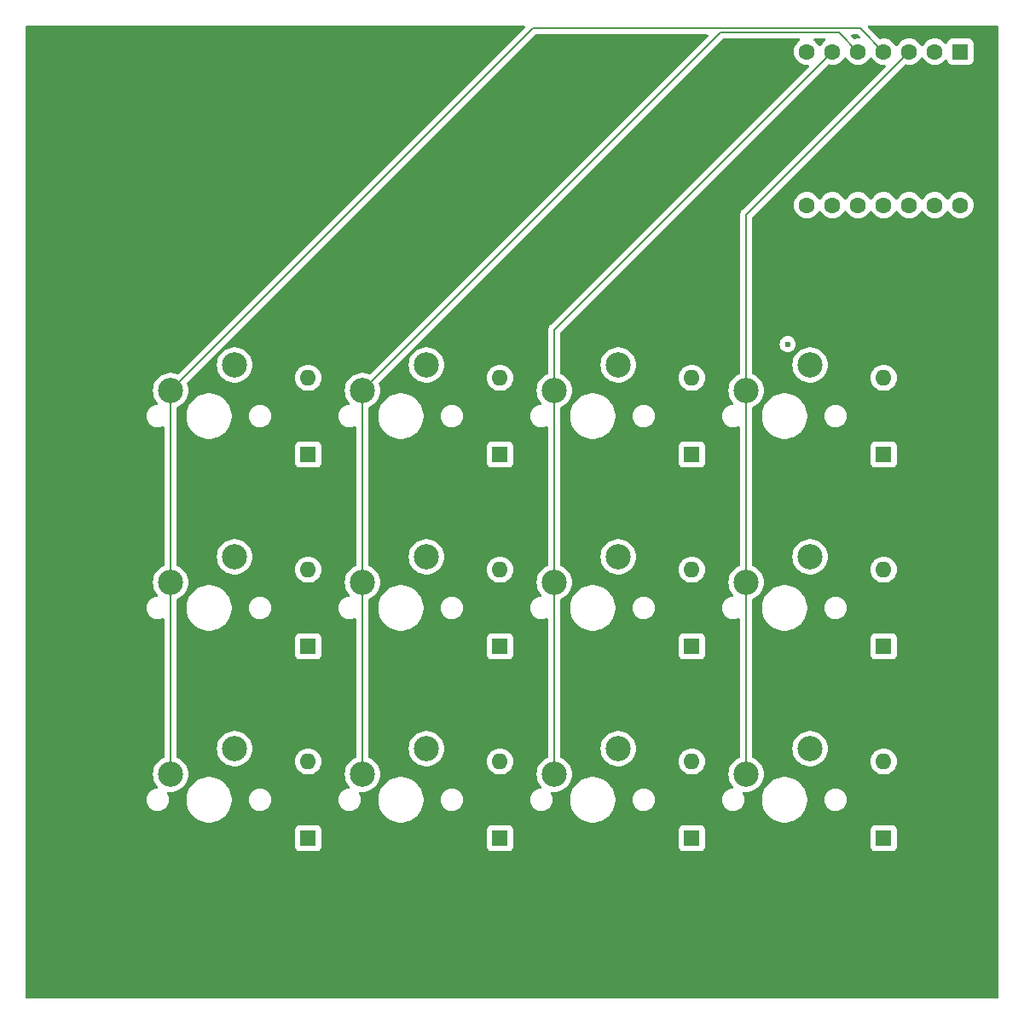
<source format=gbr>
%TF.GenerationSoftware,KiCad,Pcbnew,8.0.5*%
%TF.CreationDate,2024-10-21T21:03:58+03:00*%
%TF.ProjectId,hackpad1,6861636b-7061-4643-912e-6b696361645f,rev?*%
%TF.SameCoordinates,Original*%
%TF.FileFunction,Copper,L2,Bot*%
%TF.FilePolarity,Positive*%
%FSLAX46Y46*%
G04 Gerber Fmt 4.6, Leading zero omitted, Abs format (unit mm)*
G04 Created by KiCad (PCBNEW 8.0.5) date 2024-10-21 21:03:58*
%MOMM*%
%LPD*%
G01*
G04 APERTURE LIST*
%TA.AperFunction,ComponentPad*%
%ADD10C,2.500000*%
%TD*%
%TA.AperFunction,ComponentPad*%
%ADD11R,1.600000X1.600000*%
%TD*%
%TA.AperFunction,ComponentPad*%
%ADD12C,1.600000*%
%TD*%
%TA.AperFunction,ComponentPad*%
%ADD13O,1.600000X1.600000*%
%TD*%
%TA.AperFunction,ViaPad*%
%ADD14C,0.600000*%
%TD*%
%TA.AperFunction,Conductor*%
%ADD15C,0.200000*%
%TD*%
G04 APERTURE END LIST*
D10*
%TO.P,S2,1,1*%
%TO.N,Column 1*%
X119697500Y-76041250D03*
%TO.P,S2,2,2*%
%TO.N,Net-(D2-A)*%
X126047500Y-73501250D03*
%TD*%
%TO.P,S3,1,1*%
%TO.N,Column 2*%
X138747500Y-76041250D03*
%TO.P,S3,2,2*%
%TO.N,Net-(D3-A)*%
X145097500Y-73501250D03*
%TD*%
%TO.P,S11,1,1*%
%TO.N,Column 3*%
X157797500Y-95091250D03*
%TO.P,S11,2,2*%
%TO.N,Net-(D11-A)*%
X164147500Y-92551250D03*
%TD*%
%TO.P,S10,1,1*%
%TO.N,Column 3*%
X157797500Y-114141250D03*
%TO.P,S10,2,2*%
%TO.N,Net-(D10-A)*%
X164147500Y-111601250D03*
%TD*%
D11*
%TO.P,U2,1,PA02_A0_D0*%
%TO.N,unconnected-(U2-PA02_A0_D0-Pad1)*%
X179070000Y-42386250D03*
D12*
%TO.P,U2,2,PA4_A1_D1*%
%TO.N,unconnected-(U2-PA4_A1_D1-Pad2)*%
X176530000Y-42386250D03*
%TO.P,U2,3,PA10_A2_D2*%
%TO.N,Column 3*%
X173990000Y-42386250D03*
%TO.P,U2,4,PA11_A3_D3*%
%TO.N,Column 0*%
X171450000Y-42386250D03*
%TO.P,U2,5,PA8_A4_D4_SDA*%
%TO.N,Column 1*%
X168910000Y-42386250D03*
%TO.P,U2,6,PA9_A5_D5_SCL*%
%TO.N,Column 2*%
X166370000Y-42386250D03*
%TO.P,U2,7,PB08_A6_D6_TX*%
%TO.N,Row 0*%
X163830000Y-42386250D03*
%TO.P,U2,8,PB09_A7_D7_RX*%
%TO.N,Row 1*%
X163830000Y-57626250D03*
%TO.P,U2,9,PA7_A8_D8_SCK*%
%TO.N,Row 2*%
X166370000Y-57626250D03*
%TO.P,U2,10,PA5_A9_D9_MISO*%
%TO.N,unconnected-(U2-PA5_A9_D9_MISO-Pad10)*%
X168910000Y-57626250D03*
%TO.P,U2,11,PA6_A10_D10_MOSI*%
%TO.N,unconnected-(U2-PA6_A10_D10_MOSI-Pad11)*%
X171450000Y-57626250D03*
%TO.P,U2,12,3V3*%
%TO.N,unconnected-(U2-3V3-Pad12)*%
X173990000Y-57626250D03*
%TO.P,U2,13,GND*%
%TO.N,GND*%
X176530000Y-57626250D03*
%TO.P,U2,14,5V*%
%TO.N,unconnected-(U2-5V-Pad14)*%
X179070000Y-57626250D03*
%TD*%
D10*
%TO.P,S1,1,1*%
%TO.N,Column 0*%
X100647500Y-76041250D03*
%TO.P,S1,2,2*%
%TO.N,Net-(D1-A)*%
X106997500Y-73501250D03*
%TD*%
%TO.P,S6,1,1*%
%TO.N,Column 2*%
X138747500Y-95091250D03*
%TO.P,S6,2,2*%
%TO.N,Net-(D6-A)*%
X145097500Y-92551250D03*
%TD*%
%TO.P,S7,1,1*%
%TO.N,Column 0*%
X100647500Y-114141250D03*
%TO.P,S7,2,2*%
%TO.N,Net-(D7-A)*%
X106997500Y-111601250D03*
%TD*%
%TO.P,S5,1,1*%
%TO.N,Column 1*%
X119697500Y-95091250D03*
%TO.P,S5,2,2*%
%TO.N,Net-(D5-A)*%
X126047500Y-92551250D03*
%TD*%
%TO.P,S9,1,1*%
%TO.N,Column 2*%
X138747500Y-114141250D03*
%TO.P,S9,2,2*%
%TO.N,Net-(D9-A)*%
X145097500Y-111601250D03*
%TD*%
%TO.P,S4,1,1*%
%TO.N,Column 0*%
X100647500Y-95091250D03*
%TO.P,S4,2,2*%
%TO.N,Net-(D4-A)*%
X106997500Y-92551250D03*
%TD*%
%TO.P,S8,1,1*%
%TO.N,Column 1*%
X119697500Y-114141250D03*
%TO.P,S8,2,2*%
%TO.N,Net-(D8-A)*%
X126047500Y-111601250D03*
%TD*%
%TO.P,S12,1,1*%
%TO.N,Column 3*%
X157797500Y-76041250D03*
%TO.P,S12,2,2*%
%TO.N,Net-(D12-A)*%
X164147500Y-73501250D03*
%TD*%
D11*
%TO.P,D10,1,K*%
%TO.N,Row 2*%
X171450000Y-120491250D03*
D13*
%TO.P,D10,2,A*%
%TO.N,Net-(D10-A)*%
X171450000Y-112871250D03*
%TD*%
D11*
%TO.P,D3,1,K*%
%TO.N,Row 0*%
X152400000Y-82391250D03*
D13*
%TO.P,D3,2,A*%
%TO.N,Net-(D3-A)*%
X152400000Y-74771250D03*
%TD*%
D11*
%TO.P,D7,1,K*%
%TO.N,Row 2*%
X114300000Y-120491250D03*
D13*
%TO.P,D7,2,A*%
%TO.N,Net-(D7-A)*%
X114300000Y-112871250D03*
%TD*%
D11*
%TO.P,D4,1,K*%
%TO.N,Row 1*%
X114300000Y-101441250D03*
D13*
%TO.P,D4,2,A*%
%TO.N,Net-(D4-A)*%
X114300000Y-93821250D03*
%TD*%
D11*
%TO.P,D11,1,K*%
%TO.N,Row 1*%
X171450000Y-101441250D03*
D13*
%TO.P,D11,2,A*%
%TO.N,Net-(D11-A)*%
X171450000Y-93821250D03*
%TD*%
D11*
%TO.P,D5,1,K*%
%TO.N,Row 1*%
X133350000Y-101441250D03*
D13*
%TO.P,D5,2,A*%
%TO.N,Net-(D5-A)*%
X133350000Y-93821250D03*
%TD*%
D11*
%TO.P,D6,1,K*%
%TO.N,Row 1*%
X152400000Y-101441250D03*
D13*
%TO.P,D6,2,A*%
%TO.N,Net-(D6-A)*%
X152400000Y-93821250D03*
%TD*%
D11*
%TO.P,D2,1,K*%
%TO.N,Row 0*%
X133350000Y-82391250D03*
D13*
%TO.P,D2,2,A*%
%TO.N,Net-(D2-A)*%
X133350000Y-74771250D03*
%TD*%
D11*
%TO.P,D12,1,K*%
%TO.N,Row 0*%
X171450000Y-82391250D03*
D13*
%TO.P,D12,2,A*%
%TO.N,Net-(D12-A)*%
X171450000Y-74771250D03*
%TD*%
D11*
%TO.P,D9,1,K*%
%TO.N,Row 2*%
X152400000Y-120491250D03*
D13*
%TO.P,D9,2,A*%
%TO.N,Net-(D9-A)*%
X152400000Y-112871250D03*
%TD*%
D11*
%TO.P,D1,1,K*%
%TO.N,Row 0*%
X114300000Y-82391250D03*
D13*
%TO.P,D1,2,A*%
%TO.N,Net-(D1-A)*%
X114300000Y-74771250D03*
%TD*%
D11*
%TO.P,D8,1,K*%
%TO.N,Row 2*%
X133350000Y-120491250D03*
D13*
%TO.P,D8,2,A*%
%TO.N,Net-(D8-A)*%
X133350000Y-112871250D03*
%TD*%
D14*
%TO.N,*%
X161925000Y-71437500D03*
%TD*%
D15*
%TO.N,Column 0*%
X100647500Y-76041250D02*
X136607500Y-40081250D01*
X100647500Y-76041250D02*
X100647500Y-114141250D01*
X136607500Y-40081250D02*
X169145000Y-40081250D01*
X169145000Y-40081250D02*
X171450000Y-42386250D01*
%TO.N,Column 1*%
X155257500Y-40481250D02*
X167005000Y-40481250D01*
X119697500Y-76041250D02*
X155257500Y-40481250D01*
X167005000Y-40481250D02*
X168910000Y-42386250D01*
X119697500Y-76041250D02*
X119697500Y-114141250D01*
%TO.N,Column 2*%
X138747500Y-70008750D02*
X166370000Y-42386250D01*
X138747500Y-76041250D02*
X138747500Y-114141250D01*
X138747500Y-76041250D02*
X138747500Y-70008750D01*
%TO.N,Column 3*%
X157797500Y-76041250D02*
X157797500Y-58578750D01*
X157797500Y-58578750D02*
X173990000Y-42386250D01*
X157797500Y-76041250D02*
X157797500Y-114141250D01*
%TD*%
%TA.AperFunction,NonConductor*%
G36*
X168911942Y-40701435D02*
G01*
X168932584Y-40718069D01*
X169091336Y-40876821D01*
X169124821Y-40938144D01*
X169119837Y-41007836D01*
X169077965Y-41063769D01*
X169012501Y-41088186D01*
X168992848Y-41088030D01*
X168910002Y-41080782D01*
X168909998Y-41080782D01*
X168683313Y-41100614D01*
X168683302Y-41100616D01*
X168587067Y-41126402D01*
X168517217Y-41124739D01*
X168467293Y-41094308D01*
X168266416Y-40893431D01*
X168232931Y-40832108D01*
X168237915Y-40762416D01*
X168279787Y-40706483D01*
X168345251Y-40682066D01*
X168354097Y-40681750D01*
X168844903Y-40681750D01*
X168911942Y-40701435D01*
G37*
%TD.AperFunction*%
%TA.AperFunction,NonConductor*%
G36*
X165639428Y-41101435D02*
G01*
X165685183Y-41154239D01*
X165695127Y-41223397D01*
X165666102Y-41286953D01*
X165643513Y-41307323D01*
X165615597Y-41326870D01*
X165530858Y-41386204D01*
X165369954Y-41547108D01*
X165239432Y-41733515D01*
X165239431Y-41733517D01*
X165212382Y-41791525D01*
X165166209Y-41843964D01*
X165099016Y-41863116D01*
X165032135Y-41842900D01*
X164987618Y-41791525D01*
X164960568Y-41733517D01*
X164960567Y-41733515D01*
X164830045Y-41547108D01*
X164669141Y-41386204D01*
X164608751Y-41343919D01*
X164556487Y-41307324D01*
X164512863Y-41252749D01*
X164505669Y-41183251D01*
X164537191Y-41120896D01*
X164597421Y-41085481D01*
X164627611Y-41081750D01*
X165572389Y-41081750D01*
X165639428Y-41101435D01*
G37*
%TD.AperFunction*%
%TA.AperFunction,NonConductor*%
G36*
X135816066Y-39810810D02*
G01*
X135861821Y-39863614D01*
X135871765Y-39932772D01*
X135842740Y-39996328D01*
X135836708Y-40002806D01*
X101447895Y-74391618D01*
X101386572Y-74425103D01*
X101316880Y-74420119D01*
X101306416Y-74415659D01*
X101288824Y-74407187D01*
X101038123Y-74329856D01*
X101038119Y-74329855D01*
X101038115Y-74329854D01*
X100913323Y-74311044D01*
X100778687Y-74290750D01*
X100778682Y-74290750D01*
X100516318Y-74290750D01*
X100516312Y-74290750D01*
X100354747Y-74315103D01*
X100256885Y-74329854D01*
X100256882Y-74329855D01*
X100256876Y-74329856D01*
X100006173Y-74407188D01*
X99769803Y-74521017D01*
X99769802Y-74521018D01*
X99553020Y-74668817D01*
X99360698Y-74847264D01*
X99197114Y-75052393D01*
X99065932Y-75279606D01*
X98970082Y-75523828D01*
X98970076Y-75523847D01*
X98911697Y-75779624D01*
X98911696Y-75779629D01*
X98892092Y-76041245D01*
X98892092Y-76041254D01*
X98911696Y-76302870D01*
X98911697Y-76302875D01*
X98970076Y-76558652D01*
X98970078Y-76558661D01*
X98970080Y-76558666D01*
X99065932Y-76802893D01*
X99197114Y-77030107D01*
X99248233Y-77094208D01*
X99360697Y-77235234D01*
X99366877Y-77240967D01*
X99402633Y-77300994D01*
X99400260Y-77370824D01*
X99360511Y-77428285D01*
X99296006Y-77455134D01*
X99292288Y-77455484D01*
X99288928Y-77455748D01*
X99113943Y-77483464D01*
X98945460Y-77538206D01*
X98945457Y-77538207D01*
X98787609Y-77618636D01*
X98729072Y-77661166D01*
X98644286Y-77722767D01*
X98644284Y-77722769D01*
X98644283Y-77722769D01*
X98519019Y-77848033D01*
X98519019Y-77848034D01*
X98519017Y-77848036D01*
X98474296Y-77909588D01*
X98414886Y-77991359D01*
X98334457Y-78149207D01*
X98334456Y-78149210D01*
X98279714Y-78317693D01*
X98252000Y-78492671D01*
X98252000Y-78669828D01*
X98279714Y-78844806D01*
X98334456Y-79013289D01*
X98334457Y-79013292D01*
X98414886Y-79171140D01*
X98519017Y-79314464D01*
X98644286Y-79439733D01*
X98787610Y-79543864D01*
X98856077Y-79578750D01*
X98945457Y-79624292D01*
X98945460Y-79624293D01*
X99029701Y-79651664D01*
X99113945Y-79679036D01*
X99288921Y-79706750D01*
X99288922Y-79706750D01*
X99466078Y-79706750D01*
X99466079Y-79706750D01*
X99641055Y-79679036D01*
X99809542Y-79624292D01*
X99866705Y-79595165D01*
X99935373Y-79582269D01*
X100000113Y-79608544D01*
X100040371Y-79665650D01*
X100047000Y-79705650D01*
X100047000Y-93359613D01*
X100027315Y-93426652D01*
X99976802Y-93471333D01*
X99769800Y-93571019D01*
X99553020Y-93718817D01*
X99360698Y-93897264D01*
X99197114Y-94102393D01*
X99065932Y-94329606D01*
X98970082Y-94573828D01*
X98970076Y-94573847D01*
X98911697Y-94829624D01*
X98911696Y-94829629D01*
X98892092Y-95091245D01*
X98892092Y-95091254D01*
X98911696Y-95352870D01*
X98911697Y-95352875D01*
X98970076Y-95608652D01*
X98970078Y-95608661D01*
X98970080Y-95608666D01*
X99065932Y-95852893D01*
X99197114Y-96080107D01*
X99248233Y-96144208D01*
X99360697Y-96285234D01*
X99366877Y-96290967D01*
X99402633Y-96350994D01*
X99400260Y-96420824D01*
X99360511Y-96478285D01*
X99296006Y-96505134D01*
X99292288Y-96505484D01*
X99288928Y-96505748D01*
X99113943Y-96533464D01*
X98945460Y-96588206D01*
X98945457Y-96588207D01*
X98787609Y-96668636D01*
X98729072Y-96711166D01*
X98644286Y-96772767D01*
X98644284Y-96772769D01*
X98644283Y-96772769D01*
X98519019Y-96898033D01*
X98519019Y-96898034D01*
X98519017Y-96898036D01*
X98474296Y-96959588D01*
X98414886Y-97041359D01*
X98334457Y-97199207D01*
X98334456Y-97199210D01*
X98279714Y-97367693D01*
X98252000Y-97542671D01*
X98252000Y-97719828D01*
X98279714Y-97894806D01*
X98334456Y-98063289D01*
X98334457Y-98063292D01*
X98414886Y-98221140D01*
X98519017Y-98364464D01*
X98644286Y-98489733D01*
X98787610Y-98593864D01*
X98856077Y-98628750D01*
X98945457Y-98674292D01*
X98945460Y-98674293D01*
X99029701Y-98701664D01*
X99113945Y-98729036D01*
X99288921Y-98756750D01*
X99288922Y-98756750D01*
X99466078Y-98756750D01*
X99466079Y-98756750D01*
X99641055Y-98729036D01*
X99809542Y-98674292D01*
X99866705Y-98645165D01*
X99935373Y-98632269D01*
X100000113Y-98658544D01*
X100040371Y-98715650D01*
X100047000Y-98755650D01*
X100047000Y-112409613D01*
X100027315Y-112476652D01*
X99976802Y-112521333D01*
X99769800Y-112621019D01*
X99553020Y-112768817D01*
X99360698Y-112947264D01*
X99197114Y-113152393D01*
X99065932Y-113379606D01*
X98970082Y-113623828D01*
X98970076Y-113623847D01*
X98911697Y-113879624D01*
X98911696Y-113879629D01*
X98892092Y-114141245D01*
X98892092Y-114141254D01*
X98911696Y-114402870D01*
X98911697Y-114402875D01*
X98970076Y-114658652D01*
X98970078Y-114658661D01*
X98970080Y-114658666D01*
X99065932Y-114902893D01*
X99197114Y-115130107D01*
X99248233Y-115194208D01*
X99360697Y-115335234D01*
X99366877Y-115340967D01*
X99402633Y-115400994D01*
X99400260Y-115470824D01*
X99360511Y-115528285D01*
X99296006Y-115555134D01*
X99292288Y-115555484D01*
X99288928Y-115555748D01*
X99113943Y-115583464D01*
X98945460Y-115638206D01*
X98945457Y-115638207D01*
X98787609Y-115718636D01*
X98709604Y-115775311D01*
X98644286Y-115822767D01*
X98644284Y-115822769D01*
X98644283Y-115822769D01*
X98519019Y-115948033D01*
X98519019Y-115948034D01*
X98519017Y-115948036D01*
X98474296Y-116009588D01*
X98414886Y-116091359D01*
X98334457Y-116249207D01*
X98334456Y-116249210D01*
X98279714Y-116417693D01*
X98252000Y-116592671D01*
X98252000Y-116769828D01*
X98279714Y-116944806D01*
X98334456Y-117113289D01*
X98334457Y-117113292D01*
X98414886Y-117271140D01*
X98519017Y-117414464D01*
X98644286Y-117539733D01*
X98787610Y-117643864D01*
X98856077Y-117678750D01*
X98945457Y-117724292D01*
X98945460Y-117724293D01*
X99029701Y-117751664D01*
X99113945Y-117779036D01*
X99288921Y-117806750D01*
X99288922Y-117806750D01*
X99466078Y-117806750D01*
X99466079Y-117806750D01*
X99641055Y-117779036D01*
X99809542Y-117724292D01*
X99967390Y-117643864D01*
X100110714Y-117539733D01*
X100235983Y-117414464D01*
X100340114Y-117271140D01*
X100420542Y-117113292D01*
X100475286Y-116944805D01*
X100503000Y-116769829D01*
X100503000Y-116592671D01*
X100493665Y-116533736D01*
X102207000Y-116533736D01*
X102207000Y-116828763D01*
X102222278Y-116944805D01*
X102245507Y-117121243D01*
X102321861Y-117406201D01*
X102321864Y-117406211D01*
X102434754Y-117678750D01*
X102434758Y-117678760D01*
X102582261Y-117934243D01*
X102761852Y-118168290D01*
X102761858Y-118168297D01*
X102970452Y-118376891D01*
X102970459Y-118376897D01*
X103204506Y-118556488D01*
X103459989Y-118703991D01*
X103459990Y-118703991D01*
X103459993Y-118703993D01*
X103732548Y-118816889D01*
X104017507Y-118893243D01*
X104309994Y-118931750D01*
X104310001Y-118931750D01*
X104604999Y-118931750D01*
X104605006Y-118931750D01*
X104897493Y-118893243D01*
X105182452Y-118816889D01*
X105455007Y-118703993D01*
X105710494Y-118556488D01*
X105944542Y-118376896D01*
X106153146Y-118168292D01*
X106332738Y-117934244D01*
X106480243Y-117678757D01*
X106593139Y-117406202D01*
X106669493Y-117121243D01*
X106708000Y-116828756D01*
X106708000Y-116592671D01*
X108412000Y-116592671D01*
X108412000Y-116769828D01*
X108439714Y-116944806D01*
X108494456Y-117113289D01*
X108494457Y-117113292D01*
X108574886Y-117271140D01*
X108679017Y-117414464D01*
X108804286Y-117539733D01*
X108947610Y-117643864D01*
X109016077Y-117678750D01*
X109105457Y-117724292D01*
X109105460Y-117724293D01*
X109189701Y-117751664D01*
X109273945Y-117779036D01*
X109448921Y-117806750D01*
X109448922Y-117806750D01*
X109626078Y-117806750D01*
X109626079Y-117806750D01*
X109801055Y-117779036D01*
X109969542Y-117724292D01*
X110127390Y-117643864D01*
X110270714Y-117539733D01*
X110395983Y-117414464D01*
X110500114Y-117271140D01*
X110580542Y-117113292D01*
X110635286Y-116944805D01*
X110663000Y-116769829D01*
X110663000Y-116592671D01*
X110635286Y-116417695D01*
X110580542Y-116249208D01*
X110580542Y-116249207D01*
X110500113Y-116091359D01*
X110489701Y-116077028D01*
X110395983Y-115948036D01*
X110270714Y-115822767D01*
X110127390Y-115718636D01*
X109969542Y-115638207D01*
X109969539Y-115638206D01*
X109801056Y-115583464D01*
X109713567Y-115569607D01*
X109626079Y-115555750D01*
X109448921Y-115555750D01*
X109390595Y-115564988D01*
X109273943Y-115583464D01*
X109105460Y-115638206D01*
X109105457Y-115638207D01*
X108947609Y-115718636D01*
X108869604Y-115775311D01*
X108804286Y-115822767D01*
X108804284Y-115822769D01*
X108804283Y-115822769D01*
X108679019Y-115948033D01*
X108679019Y-115948034D01*
X108679017Y-115948036D01*
X108634296Y-116009588D01*
X108574886Y-116091359D01*
X108494457Y-116249207D01*
X108494456Y-116249210D01*
X108439714Y-116417693D01*
X108412000Y-116592671D01*
X106708000Y-116592671D01*
X106708000Y-116533744D01*
X106669493Y-116241257D01*
X106593139Y-115956298D01*
X106480243Y-115683743D01*
X106467388Y-115661478D01*
X106332738Y-115428256D01*
X106153147Y-115194209D01*
X106153141Y-115194202D01*
X105944547Y-114985608D01*
X105944540Y-114985602D01*
X105710493Y-114806011D01*
X105455010Y-114658508D01*
X105455000Y-114658504D01*
X105182461Y-114545614D01*
X105182454Y-114545612D01*
X105182452Y-114545611D01*
X104897493Y-114469257D01*
X104848613Y-114462821D01*
X104605013Y-114430750D01*
X104605006Y-114430750D01*
X104309994Y-114430750D01*
X104309986Y-114430750D01*
X104031585Y-114467403D01*
X104017507Y-114469257D01*
X103732548Y-114545611D01*
X103732538Y-114545614D01*
X103459999Y-114658504D01*
X103459989Y-114658508D01*
X103204506Y-114806011D01*
X102970459Y-114985602D01*
X102970452Y-114985608D01*
X102761858Y-115194202D01*
X102761852Y-115194209D01*
X102582261Y-115428256D01*
X102434758Y-115683739D01*
X102434754Y-115683749D01*
X102321864Y-115956288D01*
X102321861Y-115956298D01*
X102285672Y-116091360D01*
X102245508Y-116241254D01*
X102245506Y-116241265D01*
X102207000Y-116533736D01*
X100493665Y-116533736D01*
X100475286Y-116417695D01*
X100420542Y-116249208D01*
X100420542Y-116249207D01*
X100392690Y-116194545D01*
X100340114Y-116091360D01*
X100339029Y-116089867D01*
X100329702Y-116077028D01*
X100306222Y-116011222D01*
X100322048Y-115943168D01*
X100372154Y-115894473D01*
X100440632Y-115880598D01*
X100448492Y-115881526D01*
X100516318Y-115891750D01*
X100778682Y-115891750D01*
X101038115Y-115852646D01*
X101288823Y-115775313D01*
X101525204Y-115661478D01*
X101741979Y-115513683D01*
X101934305Y-115335231D01*
X102097886Y-115130107D01*
X102229068Y-114902893D01*
X102324920Y-114658666D01*
X102383302Y-114402880D01*
X102400250Y-114176718D01*
X102402908Y-114141254D01*
X102402908Y-114141245D01*
X102383303Y-113879629D01*
X102383302Y-113879624D01*
X102383302Y-113879620D01*
X102324920Y-113623834D01*
X102229068Y-113379607D01*
X102097886Y-113152393D01*
X101934305Y-112947269D01*
X101934304Y-112947268D01*
X101934301Y-112947264D01*
X101741979Y-112768817D01*
X101559732Y-112644563D01*
X101525204Y-112621022D01*
X101525201Y-112621021D01*
X101525199Y-112621019D01*
X101318198Y-112521333D01*
X101266339Y-112474511D01*
X101248000Y-112409613D01*
X101248000Y-111601245D01*
X105242092Y-111601245D01*
X105242092Y-111601254D01*
X105261696Y-111862870D01*
X105261697Y-111862875D01*
X105320076Y-112118652D01*
X105320078Y-112118661D01*
X105320080Y-112118666D01*
X105415932Y-112362893D01*
X105547114Y-112590107D01*
X105679236Y-112755783D01*
X105710698Y-112795235D01*
X105792625Y-112871251D01*
X105903021Y-112973683D01*
X106119796Y-113121478D01*
X106119801Y-113121480D01*
X106119802Y-113121481D01*
X106119803Y-113121482D01*
X106245343Y-113181938D01*
X106356173Y-113235311D01*
X106356174Y-113235311D01*
X106356177Y-113235313D01*
X106606885Y-113312646D01*
X106866318Y-113351750D01*
X107128682Y-113351750D01*
X107388115Y-113312646D01*
X107638823Y-113235313D01*
X107875204Y-113121478D01*
X108091979Y-112973683D01*
X108202378Y-112871248D01*
X112994532Y-112871248D01*
X112994532Y-112871251D01*
X113014364Y-113097936D01*
X113014366Y-113097947D01*
X113073258Y-113317738D01*
X113073261Y-113317747D01*
X113169431Y-113523982D01*
X113169432Y-113523984D01*
X113299954Y-113710391D01*
X113460858Y-113871295D01*
X113472753Y-113879624D01*
X113647266Y-114001818D01*
X113853504Y-114097989D01*
X114073308Y-114156885D01*
X114235230Y-114171051D01*
X114299998Y-114176718D01*
X114300000Y-114176718D01*
X114300002Y-114176718D01*
X114356673Y-114171759D01*
X114526692Y-114156885D01*
X114746496Y-114097989D01*
X114952734Y-114001818D01*
X115139139Y-113871297D01*
X115300047Y-113710389D01*
X115430568Y-113523984D01*
X115526739Y-113317746D01*
X115585635Y-113097942D01*
X115605468Y-112871250D01*
X115585635Y-112644558D01*
X115526739Y-112424754D01*
X115430568Y-112218516D01*
X115300047Y-112032111D01*
X115300045Y-112032108D01*
X115139141Y-111871204D01*
X114952734Y-111740682D01*
X114952732Y-111740681D01*
X114746497Y-111644511D01*
X114746488Y-111644508D01*
X114526697Y-111585616D01*
X114526693Y-111585615D01*
X114526692Y-111585615D01*
X114526691Y-111585614D01*
X114526686Y-111585614D01*
X114300002Y-111565782D01*
X114299998Y-111565782D01*
X114073313Y-111585614D01*
X114073302Y-111585616D01*
X113853511Y-111644508D01*
X113853502Y-111644511D01*
X113647267Y-111740681D01*
X113647265Y-111740682D01*
X113460858Y-111871204D01*
X113299954Y-112032108D01*
X113169432Y-112218515D01*
X113169431Y-112218517D01*
X113073261Y-112424752D01*
X113073258Y-112424761D01*
X113014366Y-112644552D01*
X113014364Y-112644563D01*
X112994532Y-112871248D01*
X108202378Y-112871248D01*
X108284305Y-112795231D01*
X108447886Y-112590107D01*
X108579068Y-112362893D01*
X108674920Y-112118666D01*
X108733302Y-111862880D01*
X108733303Y-111862870D01*
X108752908Y-111601254D01*
X108752908Y-111601245D01*
X108733303Y-111339629D01*
X108733302Y-111339624D01*
X108733302Y-111339620D01*
X108674920Y-111083834D01*
X108579068Y-110839607D01*
X108447886Y-110612393D01*
X108284305Y-110407269D01*
X108284304Y-110407268D01*
X108284301Y-110407264D01*
X108091979Y-110228817D01*
X107875204Y-110081022D01*
X107875200Y-110081020D01*
X107875197Y-110081018D01*
X107875196Y-110081017D01*
X107638825Y-109967188D01*
X107638827Y-109967188D01*
X107388123Y-109889856D01*
X107388119Y-109889855D01*
X107388115Y-109889854D01*
X107263323Y-109871044D01*
X107128687Y-109850750D01*
X107128682Y-109850750D01*
X106866318Y-109850750D01*
X106866312Y-109850750D01*
X106704747Y-109875103D01*
X106606885Y-109889854D01*
X106606882Y-109889855D01*
X106606876Y-109889856D01*
X106356173Y-109967188D01*
X106119803Y-110081017D01*
X106119802Y-110081018D01*
X105903020Y-110228817D01*
X105710698Y-110407264D01*
X105547114Y-110612393D01*
X105415932Y-110839606D01*
X105320082Y-111083828D01*
X105320076Y-111083847D01*
X105261697Y-111339624D01*
X105261696Y-111339629D01*
X105242092Y-111601245D01*
X101248000Y-111601245D01*
X101248000Y-100593385D01*
X112999500Y-100593385D01*
X112999500Y-102289120D01*
X112999501Y-102289126D01*
X113005908Y-102348733D01*
X113056202Y-102483578D01*
X113056206Y-102483585D01*
X113142452Y-102598794D01*
X113142455Y-102598797D01*
X113257664Y-102685043D01*
X113257671Y-102685047D01*
X113392517Y-102735341D01*
X113392516Y-102735341D01*
X113399444Y-102736085D01*
X113452127Y-102741750D01*
X115147872Y-102741749D01*
X115207483Y-102735341D01*
X115342331Y-102685046D01*
X115457546Y-102598796D01*
X115543796Y-102483581D01*
X115594091Y-102348733D01*
X115600500Y-102289123D01*
X115600499Y-100593378D01*
X115594091Y-100533767D01*
X115543796Y-100398919D01*
X115543795Y-100398918D01*
X115543793Y-100398914D01*
X115457547Y-100283705D01*
X115457544Y-100283702D01*
X115342335Y-100197456D01*
X115342328Y-100197452D01*
X115207482Y-100147158D01*
X115207483Y-100147158D01*
X115147883Y-100140751D01*
X115147881Y-100140750D01*
X115147873Y-100140750D01*
X115147864Y-100140750D01*
X113452129Y-100140750D01*
X113452123Y-100140751D01*
X113392516Y-100147158D01*
X113257671Y-100197452D01*
X113257664Y-100197456D01*
X113142455Y-100283702D01*
X113142452Y-100283705D01*
X113056206Y-100398914D01*
X113056202Y-100398921D01*
X113005908Y-100533767D01*
X112999501Y-100593366D01*
X112999501Y-100593373D01*
X112999500Y-100593385D01*
X101248000Y-100593385D01*
X101248000Y-97483736D01*
X102207000Y-97483736D01*
X102207000Y-97778763D01*
X102222278Y-97894805D01*
X102245507Y-98071243D01*
X102321861Y-98356201D01*
X102321864Y-98356211D01*
X102434754Y-98628750D01*
X102434758Y-98628760D01*
X102582261Y-98884243D01*
X102761852Y-99118290D01*
X102761858Y-99118297D01*
X102970452Y-99326891D01*
X102970459Y-99326897D01*
X103204506Y-99506488D01*
X103459989Y-99653991D01*
X103459990Y-99653991D01*
X103459993Y-99653993D01*
X103732548Y-99766889D01*
X104017507Y-99843243D01*
X104309994Y-99881750D01*
X104310001Y-99881750D01*
X104604999Y-99881750D01*
X104605006Y-99881750D01*
X104897493Y-99843243D01*
X105182452Y-99766889D01*
X105455007Y-99653993D01*
X105710494Y-99506488D01*
X105944542Y-99326896D01*
X106153146Y-99118292D01*
X106332738Y-98884244D01*
X106480243Y-98628757D01*
X106593139Y-98356202D01*
X106669493Y-98071243D01*
X106708000Y-97778756D01*
X106708000Y-97542671D01*
X108412000Y-97542671D01*
X108412000Y-97719828D01*
X108439714Y-97894806D01*
X108494456Y-98063289D01*
X108494457Y-98063292D01*
X108574886Y-98221140D01*
X108679017Y-98364464D01*
X108804286Y-98489733D01*
X108947610Y-98593864D01*
X109016077Y-98628750D01*
X109105457Y-98674292D01*
X109105460Y-98674293D01*
X109189701Y-98701664D01*
X109273945Y-98729036D01*
X109448921Y-98756750D01*
X109448922Y-98756750D01*
X109626078Y-98756750D01*
X109626079Y-98756750D01*
X109801055Y-98729036D01*
X109969542Y-98674292D01*
X110127390Y-98593864D01*
X110270714Y-98489733D01*
X110395983Y-98364464D01*
X110500114Y-98221140D01*
X110580542Y-98063292D01*
X110635286Y-97894805D01*
X110663000Y-97719829D01*
X110663000Y-97542671D01*
X110635286Y-97367695D01*
X110580542Y-97199208D01*
X110580542Y-97199207D01*
X110500113Y-97041359D01*
X110395983Y-96898036D01*
X110270714Y-96772767D01*
X110127390Y-96668636D01*
X109969542Y-96588207D01*
X109969539Y-96588206D01*
X109801056Y-96533464D01*
X109713567Y-96519607D01*
X109626079Y-96505750D01*
X109448921Y-96505750D01*
X109390595Y-96514988D01*
X109273943Y-96533464D01*
X109105460Y-96588206D01*
X109105457Y-96588207D01*
X108947609Y-96668636D01*
X108889072Y-96711166D01*
X108804286Y-96772767D01*
X108804284Y-96772769D01*
X108804283Y-96772769D01*
X108679019Y-96898033D01*
X108679019Y-96898034D01*
X108679017Y-96898036D01*
X108634296Y-96959588D01*
X108574886Y-97041359D01*
X108494457Y-97199207D01*
X108494456Y-97199210D01*
X108439714Y-97367693D01*
X108412000Y-97542671D01*
X106708000Y-97542671D01*
X106708000Y-97483744D01*
X106669493Y-97191257D01*
X106593139Y-96906298D01*
X106480243Y-96633743D01*
X106467388Y-96611478D01*
X106332738Y-96378256D01*
X106153147Y-96144209D01*
X106153141Y-96144202D01*
X105944547Y-95935608D01*
X105944540Y-95935602D01*
X105710493Y-95756011D01*
X105455010Y-95608508D01*
X105455000Y-95608504D01*
X105182461Y-95495614D01*
X105182454Y-95495612D01*
X105182452Y-95495611D01*
X104897493Y-95419257D01*
X104848613Y-95412821D01*
X104605013Y-95380750D01*
X104605006Y-95380750D01*
X104309994Y-95380750D01*
X104309986Y-95380750D01*
X104031585Y-95417403D01*
X104017507Y-95419257D01*
X103732548Y-95495611D01*
X103732538Y-95495614D01*
X103459999Y-95608504D01*
X103459989Y-95608508D01*
X103204506Y-95756011D01*
X102970459Y-95935602D01*
X102970452Y-95935608D01*
X102761858Y-96144202D01*
X102761852Y-96144209D01*
X102582261Y-96378256D01*
X102434758Y-96633739D01*
X102434754Y-96633749D01*
X102321864Y-96906288D01*
X102321861Y-96906298D01*
X102285672Y-97041360D01*
X102245508Y-97191254D01*
X102245506Y-97191265D01*
X102207000Y-97483736D01*
X101248000Y-97483736D01*
X101248000Y-96822886D01*
X101267685Y-96755847D01*
X101318198Y-96711166D01*
X101525204Y-96611478D01*
X101741979Y-96463683D01*
X101934305Y-96285231D01*
X102097886Y-96080107D01*
X102229068Y-95852893D01*
X102324920Y-95608666D01*
X102383302Y-95352880D01*
X102400250Y-95126718D01*
X102402908Y-95091254D01*
X102402908Y-95091245D01*
X102383303Y-94829629D01*
X102383302Y-94829624D01*
X102383302Y-94829620D01*
X102324920Y-94573834D01*
X102229068Y-94329607D01*
X102097886Y-94102393D01*
X101934305Y-93897269D01*
X101934304Y-93897268D01*
X101934301Y-93897264D01*
X101741979Y-93718817D01*
X101559732Y-93594563D01*
X101525204Y-93571022D01*
X101525201Y-93571021D01*
X101525199Y-93571019D01*
X101318198Y-93471333D01*
X101266339Y-93424511D01*
X101248000Y-93359613D01*
X101248000Y-92551245D01*
X105242092Y-92551245D01*
X105242092Y-92551254D01*
X105261696Y-92812870D01*
X105261697Y-92812875D01*
X105320076Y-93068652D01*
X105320078Y-93068661D01*
X105320080Y-93068666D01*
X105415932Y-93312893D01*
X105547114Y-93540107D01*
X105679236Y-93705783D01*
X105710698Y-93745235D01*
X105792625Y-93821251D01*
X105903021Y-93923683D01*
X106119796Y-94071478D01*
X106119801Y-94071480D01*
X106119802Y-94071481D01*
X106119803Y-94071482D01*
X106245343Y-94131938D01*
X106356173Y-94185311D01*
X106356174Y-94185311D01*
X106356177Y-94185313D01*
X106606885Y-94262646D01*
X106866318Y-94301750D01*
X107128682Y-94301750D01*
X107388115Y-94262646D01*
X107638823Y-94185313D01*
X107875204Y-94071478D01*
X108091979Y-93923683D01*
X108202378Y-93821248D01*
X112994532Y-93821248D01*
X112994532Y-93821251D01*
X113014364Y-94047936D01*
X113014366Y-94047947D01*
X113073258Y-94267738D01*
X113073261Y-94267747D01*
X113169431Y-94473982D01*
X113169432Y-94473984D01*
X113299954Y-94660391D01*
X113460858Y-94821295D01*
X113472753Y-94829624D01*
X113647266Y-94951818D01*
X113853504Y-95047989D01*
X114073308Y-95106885D01*
X114235230Y-95121051D01*
X114299998Y-95126718D01*
X114300000Y-95126718D01*
X114300002Y-95126718D01*
X114356673Y-95121759D01*
X114526692Y-95106885D01*
X114746496Y-95047989D01*
X114952734Y-94951818D01*
X115139139Y-94821297D01*
X115300047Y-94660389D01*
X115430568Y-94473984D01*
X115526739Y-94267746D01*
X115585635Y-94047942D01*
X115605468Y-93821250D01*
X115585635Y-93594558D01*
X115526739Y-93374754D01*
X115430568Y-93168516D01*
X115300047Y-92982111D01*
X115300045Y-92982108D01*
X115139141Y-92821204D01*
X114952734Y-92690682D01*
X114952732Y-92690681D01*
X114746497Y-92594511D01*
X114746488Y-92594508D01*
X114526697Y-92535616D01*
X114526693Y-92535615D01*
X114526692Y-92535615D01*
X114526691Y-92535614D01*
X114526686Y-92535614D01*
X114300002Y-92515782D01*
X114299998Y-92515782D01*
X114073313Y-92535614D01*
X114073302Y-92535616D01*
X113853511Y-92594508D01*
X113853502Y-92594511D01*
X113647267Y-92690681D01*
X113647265Y-92690682D01*
X113460858Y-92821204D01*
X113299954Y-92982108D01*
X113169432Y-93168515D01*
X113169431Y-93168517D01*
X113073261Y-93374752D01*
X113073258Y-93374761D01*
X113014366Y-93594552D01*
X113014364Y-93594563D01*
X112994532Y-93821248D01*
X108202378Y-93821248D01*
X108284305Y-93745231D01*
X108447886Y-93540107D01*
X108579068Y-93312893D01*
X108674920Y-93068666D01*
X108733302Y-92812880D01*
X108733303Y-92812870D01*
X108752908Y-92551254D01*
X108752908Y-92551245D01*
X108733303Y-92289629D01*
X108733302Y-92289624D01*
X108733302Y-92289620D01*
X108674920Y-92033834D01*
X108579068Y-91789607D01*
X108447886Y-91562393D01*
X108284305Y-91357269D01*
X108284304Y-91357268D01*
X108284301Y-91357264D01*
X108091979Y-91178817D01*
X107875204Y-91031022D01*
X107875200Y-91031020D01*
X107875197Y-91031018D01*
X107875196Y-91031017D01*
X107638825Y-90917188D01*
X107638827Y-90917188D01*
X107388123Y-90839856D01*
X107388119Y-90839855D01*
X107388115Y-90839854D01*
X107263323Y-90821044D01*
X107128687Y-90800750D01*
X107128682Y-90800750D01*
X106866318Y-90800750D01*
X106866312Y-90800750D01*
X106704747Y-90825103D01*
X106606885Y-90839854D01*
X106606882Y-90839855D01*
X106606876Y-90839856D01*
X106356173Y-90917188D01*
X106119803Y-91031017D01*
X106119802Y-91031018D01*
X105903020Y-91178817D01*
X105710698Y-91357264D01*
X105547114Y-91562393D01*
X105415932Y-91789606D01*
X105320082Y-92033828D01*
X105320076Y-92033847D01*
X105261697Y-92289624D01*
X105261696Y-92289629D01*
X105242092Y-92551245D01*
X101248000Y-92551245D01*
X101248000Y-81543385D01*
X112999500Y-81543385D01*
X112999500Y-83239120D01*
X112999501Y-83239126D01*
X113005908Y-83298733D01*
X113056202Y-83433578D01*
X113056206Y-83433585D01*
X113142452Y-83548794D01*
X113142455Y-83548797D01*
X113257664Y-83635043D01*
X113257671Y-83635047D01*
X113392517Y-83685341D01*
X113392516Y-83685341D01*
X113399444Y-83686085D01*
X113452127Y-83691750D01*
X115147872Y-83691749D01*
X115207483Y-83685341D01*
X115342331Y-83635046D01*
X115457546Y-83548796D01*
X115543796Y-83433581D01*
X115594091Y-83298733D01*
X115600500Y-83239123D01*
X115600499Y-81543378D01*
X115594091Y-81483767D01*
X115543796Y-81348919D01*
X115543795Y-81348918D01*
X115543793Y-81348914D01*
X115457547Y-81233705D01*
X115457544Y-81233702D01*
X115342335Y-81147456D01*
X115342328Y-81147452D01*
X115207482Y-81097158D01*
X115207483Y-81097158D01*
X115147883Y-81090751D01*
X115147881Y-81090750D01*
X115147873Y-81090750D01*
X115147864Y-81090750D01*
X113452129Y-81090750D01*
X113452123Y-81090751D01*
X113392516Y-81097158D01*
X113257671Y-81147452D01*
X113257664Y-81147456D01*
X113142455Y-81233702D01*
X113142452Y-81233705D01*
X113056206Y-81348914D01*
X113056202Y-81348921D01*
X113005908Y-81483767D01*
X112999501Y-81543366D01*
X112999501Y-81543373D01*
X112999500Y-81543385D01*
X101248000Y-81543385D01*
X101248000Y-78433736D01*
X102207000Y-78433736D01*
X102207000Y-78728763D01*
X102222278Y-78844805D01*
X102245507Y-79021243D01*
X102321861Y-79306201D01*
X102321864Y-79306211D01*
X102434754Y-79578750D01*
X102434758Y-79578760D01*
X102582261Y-79834243D01*
X102761852Y-80068290D01*
X102761858Y-80068297D01*
X102970452Y-80276891D01*
X102970459Y-80276897D01*
X103204506Y-80456488D01*
X103459989Y-80603991D01*
X103459990Y-80603991D01*
X103459993Y-80603993D01*
X103732548Y-80716889D01*
X104017507Y-80793243D01*
X104309994Y-80831750D01*
X104310001Y-80831750D01*
X104604999Y-80831750D01*
X104605006Y-80831750D01*
X104897493Y-80793243D01*
X105182452Y-80716889D01*
X105455007Y-80603993D01*
X105710494Y-80456488D01*
X105944542Y-80276896D01*
X106153146Y-80068292D01*
X106332738Y-79834244D01*
X106480243Y-79578757D01*
X106593139Y-79306202D01*
X106669493Y-79021243D01*
X106708000Y-78728756D01*
X106708000Y-78492671D01*
X108412000Y-78492671D01*
X108412000Y-78669828D01*
X108439714Y-78844806D01*
X108494456Y-79013289D01*
X108494457Y-79013292D01*
X108574886Y-79171140D01*
X108679017Y-79314464D01*
X108804286Y-79439733D01*
X108947610Y-79543864D01*
X109016077Y-79578750D01*
X109105457Y-79624292D01*
X109105460Y-79624293D01*
X109189701Y-79651664D01*
X109273945Y-79679036D01*
X109448921Y-79706750D01*
X109448922Y-79706750D01*
X109626078Y-79706750D01*
X109626079Y-79706750D01*
X109801055Y-79679036D01*
X109969542Y-79624292D01*
X110127390Y-79543864D01*
X110270714Y-79439733D01*
X110395983Y-79314464D01*
X110500114Y-79171140D01*
X110580542Y-79013292D01*
X110635286Y-78844805D01*
X110663000Y-78669829D01*
X110663000Y-78492671D01*
X110635286Y-78317695D01*
X110580542Y-78149208D01*
X110580542Y-78149207D01*
X110500113Y-77991359D01*
X110395983Y-77848036D01*
X110270714Y-77722767D01*
X110127390Y-77618636D01*
X109969542Y-77538207D01*
X109969539Y-77538206D01*
X109801056Y-77483464D01*
X109713567Y-77469607D01*
X109626079Y-77455750D01*
X109448921Y-77455750D01*
X109390595Y-77464988D01*
X109273943Y-77483464D01*
X109105460Y-77538206D01*
X109105457Y-77538207D01*
X108947609Y-77618636D01*
X108889072Y-77661166D01*
X108804286Y-77722767D01*
X108804284Y-77722769D01*
X108804283Y-77722769D01*
X108679019Y-77848033D01*
X108679019Y-77848034D01*
X108679017Y-77848036D01*
X108634296Y-77909588D01*
X108574886Y-77991359D01*
X108494457Y-78149207D01*
X108494456Y-78149210D01*
X108439714Y-78317693D01*
X108412000Y-78492671D01*
X106708000Y-78492671D01*
X106708000Y-78433744D01*
X106669493Y-78141257D01*
X106593139Y-77856298D01*
X106480243Y-77583743D01*
X106467388Y-77561478D01*
X106332738Y-77328256D01*
X106153147Y-77094209D01*
X106153141Y-77094202D01*
X105944547Y-76885608D01*
X105944540Y-76885602D01*
X105710493Y-76706011D01*
X105455010Y-76558508D01*
X105455000Y-76558504D01*
X105182461Y-76445614D01*
X105182454Y-76445612D01*
X105182452Y-76445611D01*
X104897493Y-76369257D01*
X104848613Y-76362821D01*
X104605013Y-76330750D01*
X104605006Y-76330750D01*
X104309994Y-76330750D01*
X104309986Y-76330750D01*
X104031585Y-76367403D01*
X104017507Y-76369257D01*
X103732548Y-76445611D01*
X103732538Y-76445614D01*
X103459999Y-76558504D01*
X103459989Y-76558508D01*
X103204506Y-76706011D01*
X102970459Y-76885602D01*
X102970452Y-76885608D01*
X102761858Y-77094202D01*
X102761852Y-77094209D01*
X102582261Y-77328256D01*
X102434758Y-77583739D01*
X102434754Y-77583749D01*
X102321864Y-77856288D01*
X102321861Y-77856298D01*
X102285672Y-77991360D01*
X102245508Y-78141254D01*
X102245506Y-78141265D01*
X102207000Y-78433736D01*
X101248000Y-78433736D01*
X101248000Y-77772886D01*
X101267685Y-77705847D01*
X101318198Y-77661166D01*
X101525204Y-77561478D01*
X101741979Y-77413683D01*
X101934305Y-77235231D01*
X102097886Y-77030107D01*
X102229068Y-76802893D01*
X102324920Y-76558666D01*
X102383302Y-76302880D01*
X102400250Y-76076718D01*
X102402908Y-76041254D01*
X102402908Y-76041245D01*
X102383303Y-75779629D01*
X102383302Y-75779624D01*
X102383302Y-75779620D01*
X102324920Y-75523834D01*
X102266988Y-75376226D01*
X102260820Y-75306634D01*
X102293258Y-75244750D01*
X102294676Y-75243307D01*
X104036738Y-73501245D01*
X105242092Y-73501245D01*
X105242092Y-73501254D01*
X105261696Y-73762870D01*
X105261697Y-73762875D01*
X105320076Y-74018652D01*
X105320078Y-74018661D01*
X105320080Y-74018666D01*
X105415932Y-74262893D01*
X105547114Y-74490107D01*
X105679236Y-74655783D01*
X105710698Y-74695235D01*
X105792625Y-74771251D01*
X105903021Y-74873683D01*
X106119796Y-75021478D01*
X106119801Y-75021480D01*
X106119802Y-75021481D01*
X106119803Y-75021482D01*
X106245343Y-75081938D01*
X106356173Y-75135311D01*
X106356174Y-75135311D01*
X106356177Y-75135313D01*
X106606885Y-75212646D01*
X106866318Y-75251750D01*
X107128682Y-75251750D01*
X107388115Y-75212646D01*
X107638823Y-75135313D01*
X107875204Y-75021478D01*
X108091979Y-74873683D01*
X108202378Y-74771248D01*
X112994532Y-74771248D01*
X112994532Y-74771251D01*
X113014364Y-74997936D01*
X113014366Y-74997947D01*
X113073258Y-75217738D01*
X113073261Y-75217747D01*
X113169431Y-75423982D01*
X113169432Y-75423984D01*
X113299954Y-75610391D01*
X113460858Y-75771295D01*
X113472753Y-75779624D01*
X113647266Y-75901818D01*
X113853504Y-75997989D01*
X114073308Y-76056885D01*
X114235230Y-76071051D01*
X114299998Y-76076718D01*
X114300000Y-76076718D01*
X114300002Y-76076718D01*
X114356673Y-76071759D01*
X114526692Y-76056885D01*
X114746496Y-75997989D01*
X114952734Y-75901818D01*
X115139139Y-75771297D01*
X115300047Y-75610389D01*
X115430568Y-75423984D01*
X115526739Y-75217746D01*
X115585635Y-74997942D01*
X115605468Y-74771250D01*
X115585635Y-74544558D01*
X115526739Y-74324754D01*
X115430568Y-74118516D01*
X115300047Y-73932111D01*
X115300045Y-73932108D01*
X115139141Y-73771204D01*
X114952734Y-73640682D01*
X114952732Y-73640681D01*
X114746497Y-73544511D01*
X114746488Y-73544508D01*
X114526697Y-73485616D01*
X114526693Y-73485615D01*
X114526692Y-73485615D01*
X114526691Y-73485614D01*
X114526686Y-73485614D01*
X114300002Y-73465782D01*
X114299998Y-73465782D01*
X114073313Y-73485614D01*
X114073302Y-73485616D01*
X113853511Y-73544508D01*
X113853502Y-73544511D01*
X113647267Y-73640681D01*
X113647265Y-73640682D01*
X113460858Y-73771204D01*
X113299954Y-73932108D01*
X113169432Y-74118515D01*
X113169431Y-74118517D01*
X113073261Y-74324752D01*
X113073258Y-74324761D01*
X113014366Y-74544552D01*
X113014364Y-74544563D01*
X112994532Y-74771248D01*
X108202378Y-74771248D01*
X108284305Y-74695231D01*
X108447886Y-74490107D01*
X108579068Y-74262893D01*
X108674920Y-74018666D01*
X108733302Y-73762880D01*
X108733303Y-73762870D01*
X108752908Y-73501254D01*
X108752908Y-73501245D01*
X108733303Y-73239629D01*
X108733302Y-73239624D01*
X108733302Y-73239620D01*
X108674920Y-72983834D01*
X108579068Y-72739607D01*
X108447886Y-72512393D01*
X108284305Y-72307269D01*
X108284304Y-72307268D01*
X108284301Y-72307264D01*
X108091979Y-72128817D01*
X107875204Y-71981022D01*
X107875200Y-71981020D01*
X107875197Y-71981018D01*
X107875196Y-71981017D01*
X107638825Y-71867188D01*
X107638827Y-71867188D01*
X107388123Y-71789856D01*
X107388119Y-71789855D01*
X107388115Y-71789854D01*
X107263323Y-71771044D01*
X107128687Y-71750750D01*
X107128682Y-71750750D01*
X106866318Y-71750750D01*
X106866312Y-71750750D01*
X106704747Y-71775103D01*
X106606885Y-71789854D01*
X106606882Y-71789855D01*
X106606876Y-71789856D01*
X106356173Y-71867188D01*
X106119803Y-71981017D01*
X106119802Y-71981018D01*
X105903020Y-72128817D01*
X105710698Y-72307264D01*
X105547114Y-72512393D01*
X105415932Y-72739606D01*
X105320082Y-72983828D01*
X105320076Y-72983847D01*
X105261697Y-73239624D01*
X105261696Y-73239629D01*
X105242092Y-73501245D01*
X104036738Y-73501245D01*
X136819917Y-40718069D01*
X136881240Y-40684584D01*
X136907598Y-40681750D01*
X153908403Y-40681750D01*
X153975442Y-40701435D01*
X154021197Y-40754239D01*
X154031141Y-40823397D01*
X154002116Y-40886953D01*
X153996084Y-40893431D01*
X120497895Y-74391618D01*
X120436572Y-74425103D01*
X120366880Y-74420119D01*
X120356416Y-74415659D01*
X120338824Y-74407187D01*
X120088123Y-74329856D01*
X120088119Y-74329855D01*
X120088115Y-74329854D01*
X119963323Y-74311044D01*
X119828687Y-74290750D01*
X119828682Y-74290750D01*
X119566318Y-74290750D01*
X119566312Y-74290750D01*
X119404747Y-74315103D01*
X119306885Y-74329854D01*
X119306882Y-74329855D01*
X119306876Y-74329856D01*
X119056173Y-74407188D01*
X118819803Y-74521017D01*
X118819802Y-74521018D01*
X118603020Y-74668817D01*
X118410698Y-74847264D01*
X118247114Y-75052393D01*
X118115932Y-75279606D01*
X118020082Y-75523828D01*
X118020076Y-75523847D01*
X117961697Y-75779624D01*
X117961696Y-75779629D01*
X117942092Y-76041245D01*
X117942092Y-76041254D01*
X117961696Y-76302870D01*
X117961697Y-76302875D01*
X118020076Y-76558652D01*
X118020078Y-76558661D01*
X118020080Y-76558666D01*
X118115932Y-76802893D01*
X118247114Y-77030107D01*
X118298233Y-77094208D01*
X118410697Y-77235234D01*
X118416877Y-77240967D01*
X118452633Y-77300994D01*
X118450260Y-77370824D01*
X118410511Y-77428285D01*
X118346006Y-77455134D01*
X118342288Y-77455484D01*
X118338928Y-77455748D01*
X118163943Y-77483464D01*
X117995460Y-77538206D01*
X117995457Y-77538207D01*
X117837609Y-77618636D01*
X117779072Y-77661166D01*
X117694286Y-77722767D01*
X117694284Y-77722769D01*
X117694283Y-77722769D01*
X117569019Y-77848033D01*
X117569019Y-77848034D01*
X117569017Y-77848036D01*
X117524296Y-77909588D01*
X117464886Y-77991359D01*
X117384457Y-78149207D01*
X117384456Y-78149210D01*
X117329714Y-78317693D01*
X117302000Y-78492671D01*
X117302000Y-78669828D01*
X117329714Y-78844806D01*
X117384456Y-79013289D01*
X117384457Y-79013292D01*
X117464886Y-79171140D01*
X117569017Y-79314464D01*
X117694286Y-79439733D01*
X117837610Y-79543864D01*
X117906077Y-79578750D01*
X117995457Y-79624292D01*
X117995460Y-79624293D01*
X118079701Y-79651664D01*
X118163945Y-79679036D01*
X118338921Y-79706750D01*
X118338922Y-79706750D01*
X118516078Y-79706750D01*
X118516079Y-79706750D01*
X118691055Y-79679036D01*
X118859542Y-79624292D01*
X118916705Y-79595165D01*
X118985373Y-79582269D01*
X119050113Y-79608544D01*
X119090371Y-79665650D01*
X119097000Y-79705650D01*
X119097000Y-93359613D01*
X119077315Y-93426652D01*
X119026802Y-93471333D01*
X118819800Y-93571019D01*
X118603020Y-93718817D01*
X118410698Y-93897264D01*
X118247114Y-94102393D01*
X118115932Y-94329606D01*
X118020082Y-94573828D01*
X118020076Y-94573847D01*
X117961697Y-94829624D01*
X117961696Y-94829629D01*
X117942092Y-95091245D01*
X117942092Y-95091254D01*
X117961696Y-95352870D01*
X117961697Y-95352875D01*
X118020076Y-95608652D01*
X118020078Y-95608661D01*
X118020080Y-95608666D01*
X118115932Y-95852893D01*
X118247114Y-96080107D01*
X118298233Y-96144208D01*
X118410697Y-96285234D01*
X118416877Y-96290967D01*
X118452633Y-96350994D01*
X118450260Y-96420824D01*
X118410511Y-96478285D01*
X118346006Y-96505134D01*
X118342288Y-96505484D01*
X118338928Y-96505748D01*
X118163943Y-96533464D01*
X117995460Y-96588206D01*
X117995457Y-96588207D01*
X117837609Y-96668636D01*
X117779072Y-96711166D01*
X117694286Y-96772767D01*
X117694284Y-96772769D01*
X117694283Y-96772769D01*
X117569019Y-96898033D01*
X117569019Y-96898034D01*
X117569017Y-96898036D01*
X117524296Y-96959588D01*
X117464886Y-97041359D01*
X117384457Y-97199207D01*
X117384456Y-97199210D01*
X117329714Y-97367693D01*
X117302000Y-97542671D01*
X117302000Y-97719828D01*
X117329714Y-97894806D01*
X117384456Y-98063289D01*
X117384457Y-98063292D01*
X117464886Y-98221140D01*
X117569017Y-98364464D01*
X117694286Y-98489733D01*
X117837610Y-98593864D01*
X117906077Y-98628750D01*
X117995457Y-98674292D01*
X117995460Y-98674293D01*
X118079701Y-98701664D01*
X118163945Y-98729036D01*
X118338921Y-98756750D01*
X118338922Y-98756750D01*
X118516078Y-98756750D01*
X118516079Y-98756750D01*
X118691055Y-98729036D01*
X118859542Y-98674292D01*
X118916705Y-98645165D01*
X118985373Y-98632269D01*
X119050113Y-98658544D01*
X119090371Y-98715650D01*
X119097000Y-98755650D01*
X119097000Y-112409613D01*
X119077315Y-112476652D01*
X119026802Y-112521333D01*
X118819800Y-112621019D01*
X118603020Y-112768817D01*
X118410698Y-112947264D01*
X118247114Y-113152393D01*
X118115932Y-113379606D01*
X118020082Y-113623828D01*
X118020076Y-113623847D01*
X117961697Y-113879624D01*
X117961696Y-113879629D01*
X117942092Y-114141245D01*
X117942092Y-114141254D01*
X117961696Y-114402870D01*
X117961697Y-114402875D01*
X118020076Y-114658652D01*
X118020078Y-114658661D01*
X118020080Y-114658666D01*
X118115932Y-114902893D01*
X118247114Y-115130107D01*
X118298233Y-115194208D01*
X118410697Y-115335234D01*
X118416877Y-115340967D01*
X118452633Y-115400994D01*
X118450260Y-115470824D01*
X118410511Y-115528285D01*
X118346006Y-115555134D01*
X118342288Y-115555484D01*
X118338928Y-115555748D01*
X118163943Y-115583464D01*
X117995460Y-115638206D01*
X117995457Y-115638207D01*
X117837609Y-115718636D01*
X117759604Y-115775311D01*
X117694286Y-115822767D01*
X117694284Y-115822769D01*
X117694283Y-115822769D01*
X117569019Y-115948033D01*
X117569019Y-115948034D01*
X117569017Y-115948036D01*
X117524296Y-116009588D01*
X117464886Y-116091359D01*
X117384457Y-116249207D01*
X117384456Y-116249210D01*
X117329714Y-116417693D01*
X117302000Y-116592671D01*
X117302000Y-116769828D01*
X117329714Y-116944806D01*
X117384456Y-117113289D01*
X117384457Y-117113292D01*
X117464886Y-117271140D01*
X117569017Y-117414464D01*
X117694286Y-117539733D01*
X117837610Y-117643864D01*
X117906077Y-117678750D01*
X117995457Y-117724292D01*
X117995460Y-117724293D01*
X118079701Y-117751664D01*
X118163945Y-117779036D01*
X118338921Y-117806750D01*
X118338922Y-117806750D01*
X118516078Y-117806750D01*
X118516079Y-117806750D01*
X118691055Y-117779036D01*
X118859542Y-117724292D01*
X119017390Y-117643864D01*
X119160714Y-117539733D01*
X119285983Y-117414464D01*
X119390114Y-117271140D01*
X119470542Y-117113292D01*
X119525286Y-116944805D01*
X119553000Y-116769829D01*
X119553000Y-116592671D01*
X119543665Y-116533736D01*
X121257000Y-116533736D01*
X121257000Y-116828763D01*
X121272278Y-116944805D01*
X121295507Y-117121243D01*
X121371861Y-117406201D01*
X121371864Y-117406211D01*
X121484754Y-117678750D01*
X121484758Y-117678760D01*
X121632261Y-117934243D01*
X121811852Y-118168290D01*
X121811858Y-118168297D01*
X122020452Y-118376891D01*
X122020459Y-118376897D01*
X122254506Y-118556488D01*
X122509989Y-118703991D01*
X122509990Y-118703991D01*
X122509993Y-118703993D01*
X122782548Y-118816889D01*
X123067507Y-118893243D01*
X123359994Y-118931750D01*
X123360001Y-118931750D01*
X123654999Y-118931750D01*
X123655006Y-118931750D01*
X123947493Y-118893243D01*
X124232452Y-118816889D01*
X124505007Y-118703993D01*
X124760494Y-118556488D01*
X124994542Y-118376896D01*
X125203146Y-118168292D01*
X125382738Y-117934244D01*
X125530243Y-117678757D01*
X125643139Y-117406202D01*
X125719493Y-117121243D01*
X125758000Y-116828756D01*
X125758000Y-116592671D01*
X127462000Y-116592671D01*
X127462000Y-116769828D01*
X127489714Y-116944806D01*
X127544456Y-117113289D01*
X127544457Y-117113292D01*
X127624886Y-117271140D01*
X127729017Y-117414464D01*
X127854286Y-117539733D01*
X127997610Y-117643864D01*
X128066077Y-117678750D01*
X128155457Y-117724292D01*
X128155460Y-117724293D01*
X128239701Y-117751664D01*
X128323945Y-117779036D01*
X128498921Y-117806750D01*
X128498922Y-117806750D01*
X128676078Y-117806750D01*
X128676079Y-117806750D01*
X128851055Y-117779036D01*
X129019542Y-117724292D01*
X129177390Y-117643864D01*
X129320714Y-117539733D01*
X129445983Y-117414464D01*
X129550114Y-117271140D01*
X129630542Y-117113292D01*
X129685286Y-116944805D01*
X129713000Y-116769829D01*
X129713000Y-116592671D01*
X129685286Y-116417695D01*
X129630542Y-116249208D01*
X129630542Y-116249207D01*
X129550113Y-116091359D01*
X129539701Y-116077028D01*
X129445983Y-115948036D01*
X129320714Y-115822767D01*
X129177390Y-115718636D01*
X129019542Y-115638207D01*
X129019539Y-115638206D01*
X128851056Y-115583464D01*
X128763567Y-115569607D01*
X128676079Y-115555750D01*
X128498921Y-115555750D01*
X128440595Y-115564988D01*
X128323943Y-115583464D01*
X128155460Y-115638206D01*
X128155457Y-115638207D01*
X127997609Y-115718636D01*
X127919604Y-115775311D01*
X127854286Y-115822767D01*
X127854284Y-115822769D01*
X127854283Y-115822769D01*
X127729019Y-115948033D01*
X127729019Y-115948034D01*
X127729017Y-115948036D01*
X127684296Y-116009588D01*
X127624886Y-116091359D01*
X127544457Y-116249207D01*
X127544456Y-116249210D01*
X127489714Y-116417693D01*
X127462000Y-116592671D01*
X125758000Y-116592671D01*
X125758000Y-116533744D01*
X125719493Y-116241257D01*
X125643139Y-115956298D01*
X125530243Y-115683743D01*
X125517388Y-115661478D01*
X125382738Y-115428256D01*
X125203147Y-115194209D01*
X125203141Y-115194202D01*
X124994547Y-114985608D01*
X124994540Y-114985602D01*
X124760493Y-114806011D01*
X124505010Y-114658508D01*
X124505000Y-114658504D01*
X124232461Y-114545614D01*
X124232454Y-114545612D01*
X124232452Y-114545611D01*
X123947493Y-114469257D01*
X123898613Y-114462821D01*
X123655013Y-114430750D01*
X123655006Y-114430750D01*
X123359994Y-114430750D01*
X123359986Y-114430750D01*
X123081585Y-114467403D01*
X123067507Y-114469257D01*
X122782548Y-114545611D01*
X122782538Y-114545614D01*
X122509999Y-114658504D01*
X122509989Y-114658508D01*
X122254506Y-114806011D01*
X122020459Y-114985602D01*
X122020452Y-114985608D01*
X121811858Y-115194202D01*
X121811852Y-115194209D01*
X121632261Y-115428256D01*
X121484758Y-115683739D01*
X121484754Y-115683749D01*
X121371864Y-115956288D01*
X121371861Y-115956298D01*
X121335672Y-116091360D01*
X121295508Y-116241254D01*
X121295506Y-116241265D01*
X121257000Y-116533736D01*
X119543665Y-116533736D01*
X119525286Y-116417695D01*
X119470542Y-116249208D01*
X119470542Y-116249207D01*
X119442690Y-116194545D01*
X119390114Y-116091360D01*
X119389029Y-116089867D01*
X119379702Y-116077028D01*
X119356222Y-116011222D01*
X119372048Y-115943168D01*
X119422154Y-115894473D01*
X119490632Y-115880598D01*
X119498492Y-115881526D01*
X119566318Y-115891750D01*
X119828682Y-115891750D01*
X120088115Y-115852646D01*
X120338823Y-115775313D01*
X120575204Y-115661478D01*
X120791979Y-115513683D01*
X120984305Y-115335231D01*
X121147886Y-115130107D01*
X121279068Y-114902893D01*
X121374920Y-114658666D01*
X121433302Y-114402880D01*
X121450250Y-114176718D01*
X121452908Y-114141254D01*
X121452908Y-114141245D01*
X121433303Y-113879629D01*
X121433302Y-113879624D01*
X121433302Y-113879620D01*
X121374920Y-113623834D01*
X121279068Y-113379607D01*
X121147886Y-113152393D01*
X120984305Y-112947269D01*
X120984304Y-112947268D01*
X120984301Y-112947264D01*
X120791979Y-112768817D01*
X120609732Y-112644563D01*
X120575204Y-112621022D01*
X120575201Y-112621021D01*
X120575199Y-112621019D01*
X120368198Y-112521333D01*
X120316339Y-112474511D01*
X120298000Y-112409613D01*
X120298000Y-111601245D01*
X124292092Y-111601245D01*
X124292092Y-111601254D01*
X124311696Y-111862870D01*
X124311697Y-111862875D01*
X124370076Y-112118652D01*
X124370078Y-112118661D01*
X124370080Y-112118666D01*
X124465932Y-112362893D01*
X124597114Y-112590107D01*
X124729236Y-112755783D01*
X124760698Y-112795235D01*
X124842625Y-112871251D01*
X124953021Y-112973683D01*
X125169796Y-113121478D01*
X125169801Y-113121480D01*
X125169802Y-113121481D01*
X125169803Y-113121482D01*
X125295343Y-113181938D01*
X125406173Y-113235311D01*
X125406174Y-113235311D01*
X125406177Y-113235313D01*
X125656885Y-113312646D01*
X125916318Y-113351750D01*
X126178682Y-113351750D01*
X126438115Y-113312646D01*
X126688823Y-113235313D01*
X126925204Y-113121478D01*
X127141979Y-112973683D01*
X127252378Y-112871248D01*
X132044532Y-112871248D01*
X132044532Y-112871251D01*
X132064364Y-113097936D01*
X132064366Y-113097947D01*
X132123258Y-113317738D01*
X132123261Y-113317747D01*
X132219431Y-113523982D01*
X132219432Y-113523984D01*
X132349954Y-113710391D01*
X132510858Y-113871295D01*
X132522753Y-113879624D01*
X132697266Y-114001818D01*
X132903504Y-114097989D01*
X133123308Y-114156885D01*
X133285230Y-114171051D01*
X133349998Y-114176718D01*
X133350000Y-114176718D01*
X133350002Y-114176718D01*
X133406673Y-114171759D01*
X133576692Y-114156885D01*
X133796496Y-114097989D01*
X134002734Y-114001818D01*
X134189139Y-113871297D01*
X134350047Y-113710389D01*
X134480568Y-113523984D01*
X134576739Y-113317746D01*
X134635635Y-113097942D01*
X134655468Y-112871250D01*
X134635635Y-112644558D01*
X134576739Y-112424754D01*
X134480568Y-112218516D01*
X134350047Y-112032111D01*
X134350045Y-112032108D01*
X134189141Y-111871204D01*
X134002734Y-111740682D01*
X134002732Y-111740681D01*
X133796497Y-111644511D01*
X133796488Y-111644508D01*
X133576697Y-111585616D01*
X133576693Y-111585615D01*
X133576692Y-111585615D01*
X133576691Y-111585614D01*
X133576686Y-111585614D01*
X133350002Y-111565782D01*
X133349998Y-111565782D01*
X133123313Y-111585614D01*
X133123302Y-111585616D01*
X132903511Y-111644508D01*
X132903502Y-111644511D01*
X132697267Y-111740681D01*
X132697265Y-111740682D01*
X132510858Y-111871204D01*
X132349954Y-112032108D01*
X132219432Y-112218515D01*
X132219431Y-112218517D01*
X132123261Y-112424752D01*
X132123258Y-112424761D01*
X132064366Y-112644552D01*
X132064364Y-112644563D01*
X132044532Y-112871248D01*
X127252378Y-112871248D01*
X127334305Y-112795231D01*
X127497886Y-112590107D01*
X127629068Y-112362893D01*
X127724920Y-112118666D01*
X127783302Y-111862880D01*
X127783303Y-111862870D01*
X127802908Y-111601254D01*
X127802908Y-111601245D01*
X127783303Y-111339629D01*
X127783302Y-111339624D01*
X127783302Y-111339620D01*
X127724920Y-111083834D01*
X127629068Y-110839607D01*
X127497886Y-110612393D01*
X127334305Y-110407269D01*
X127334304Y-110407268D01*
X127334301Y-110407264D01*
X127141979Y-110228817D01*
X126925204Y-110081022D01*
X126925200Y-110081020D01*
X126925197Y-110081018D01*
X126925196Y-110081017D01*
X126688825Y-109967188D01*
X126688827Y-109967188D01*
X126438123Y-109889856D01*
X126438119Y-109889855D01*
X126438115Y-109889854D01*
X126313323Y-109871044D01*
X126178687Y-109850750D01*
X126178682Y-109850750D01*
X125916318Y-109850750D01*
X125916312Y-109850750D01*
X125754747Y-109875103D01*
X125656885Y-109889854D01*
X125656882Y-109889855D01*
X125656876Y-109889856D01*
X125406173Y-109967188D01*
X125169803Y-110081017D01*
X125169802Y-110081018D01*
X124953020Y-110228817D01*
X124760698Y-110407264D01*
X124597114Y-110612393D01*
X124465932Y-110839606D01*
X124370082Y-111083828D01*
X124370076Y-111083847D01*
X124311697Y-111339624D01*
X124311696Y-111339629D01*
X124292092Y-111601245D01*
X120298000Y-111601245D01*
X120298000Y-100593385D01*
X132049500Y-100593385D01*
X132049500Y-102289120D01*
X132049501Y-102289126D01*
X132055908Y-102348733D01*
X132106202Y-102483578D01*
X132106206Y-102483585D01*
X132192452Y-102598794D01*
X132192455Y-102598797D01*
X132307664Y-102685043D01*
X132307671Y-102685047D01*
X132442517Y-102735341D01*
X132442516Y-102735341D01*
X132449444Y-102736085D01*
X132502127Y-102741750D01*
X134197872Y-102741749D01*
X134257483Y-102735341D01*
X134392331Y-102685046D01*
X134507546Y-102598796D01*
X134593796Y-102483581D01*
X134644091Y-102348733D01*
X134650500Y-102289123D01*
X134650499Y-100593378D01*
X134644091Y-100533767D01*
X134593796Y-100398919D01*
X134593795Y-100398918D01*
X134593793Y-100398914D01*
X134507547Y-100283705D01*
X134507544Y-100283702D01*
X134392335Y-100197456D01*
X134392328Y-100197452D01*
X134257482Y-100147158D01*
X134257483Y-100147158D01*
X134197883Y-100140751D01*
X134197881Y-100140750D01*
X134197873Y-100140750D01*
X134197864Y-100140750D01*
X132502129Y-100140750D01*
X132502123Y-100140751D01*
X132442516Y-100147158D01*
X132307671Y-100197452D01*
X132307664Y-100197456D01*
X132192455Y-100283702D01*
X132192452Y-100283705D01*
X132106206Y-100398914D01*
X132106202Y-100398921D01*
X132055908Y-100533767D01*
X132049501Y-100593366D01*
X132049501Y-100593373D01*
X132049500Y-100593385D01*
X120298000Y-100593385D01*
X120298000Y-97483736D01*
X121257000Y-97483736D01*
X121257000Y-97778763D01*
X121272278Y-97894805D01*
X121295507Y-98071243D01*
X121371861Y-98356201D01*
X121371864Y-98356211D01*
X121484754Y-98628750D01*
X121484758Y-98628760D01*
X121632261Y-98884243D01*
X121811852Y-99118290D01*
X121811858Y-99118297D01*
X122020452Y-99326891D01*
X122020459Y-99326897D01*
X122254506Y-99506488D01*
X122509989Y-99653991D01*
X122509990Y-99653991D01*
X122509993Y-99653993D01*
X122782548Y-99766889D01*
X123067507Y-99843243D01*
X123359994Y-99881750D01*
X123360001Y-99881750D01*
X123654999Y-99881750D01*
X123655006Y-99881750D01*
X123947493Y-99843243D01*
X124232452Y-99766889D01*
X124505007Y-99653993D01*
X124760494Y-99506488D01*
X124994542Y-99326896D01*
X125203146Y-99118292D01*
X125382738Y-98884244D01*
X125530243Y-98628757D01*
X125643139Y-98356202D01*
X125719493Y-98071243D01*
X125758000Y-97778756D01*
X125758000Y-97542671D01*
X127462000Y-97542671D01*
X127462000Y-97719828D01*
X127489714Y-97894806D01*
X127544456Y-98063289D01*
X127544457Y-98063292D01*
X127624886Y-98221140D01*
X127729017Y-98364464D01*
X127854286Y-98489733D01*
X127997610Y-98593864D01*
X128066077Y-98628750D01*
X128155457Y-98674292D01*
X128155460Y-98674293D01*
X128239701Y-98701664D01*
X128323945Y-98729036D01*
X128498921Y-98756750D01*
X128498922Y-98756750D01*
X128676078Y-98756750D01*
X128676079Y-98756750D01*
X128851055Y-98729036D01*
X129019542Y-98674292D01*
X129177390Y-98593864D01*
X129320714Y-98489733D01*
X129445983Y-98364464D01*
X129550114Y-98221140D01*
X129630542Y-98063292D01*
X129685286Y-97894805D01*
X129713000Y-97719829D01*
X129713000Y-97542671D01*
X129685286Y-97367695D01*
X129630542Y-97199208D01*
X129630542Y-97199207D01*
X129550113Y-97041359D01*
X129445983Y-96898036D01*
X129320714Y-96772767D01*
X129177390Y-96668636D01*
X129019542Y-96588207D01*
X129019539Y-96588206D01*
X128851056Y-96533464D01*
X128763567Y-96519607D01*
X128676079Y-96505750D01*
X128498921Y-96505750D01*
X128440595Y-96514988D01*
X128323943Y-96533464D01*
X128155460Y-96588206D01*
X128155457Y-96588207D01*
X127997609Y-96668636D01*
X127939072Y-96711166D01*
X127854286Y-96772767D01*
X127854284Y-96772769D01*
X127854283Y-96772769D01*
X127729019Y-96898033D01*
X127729019Y-96898034D01*
X127729017Y-96898036D01*
X127684296Y-96959588D01*
X127624886Y-97041359D01*
X127544457Y-97199207D01*
X127544456Y-97199210D01*
X127489714Y-97367693D01*
X127462000Y-97542671D01*
X125758000Y-97542671D01*
X125758000Y-97483744D01*
X125719493Y-97191257D01*
X125643139Y-96906298D01*
X125530243Y-96633743D01*
X125517388Y-96611478D01*
X125382738Y-96378256D01*
X125203147Y-96144209D01*
X125203141Y-96144202D01*
X124994547Y-95935608D01*
X124994540Y-95935602D01*
X124760493Y-95756011D01*
X124505010Y-95608508D01*
X124505000Y-95608504D01*
X124232461Y-95495614D01*
X124232454Y-95495612D01*
X124232452Y-95495611D01*
X123947493Y-95419257D01*
X123898613Y-95412821D01*
X123655013Y-95380750D01*
X123655006Y-95380750D01*
X123359994Y-95380750D01*
X123359986Y-95380750D01*
X123081585Y-95417403D01*
X123067507Y-95419257D01*
X122782548Y-95495611D01*
X122782538Y-95495614D01*
X122509999Y-95608504D01*
X122509989Y-95608508D01*
X122254506Y-95756011D01*
X122020459Y-95935602D01*
X122020452Y-95935608D01*
X121811858Y-96144202D01*
X121811852Y-96144209D01*
X121632261Y-96378256D01*
X121484758Y-96633739D01*
X121484754Y-96633749D01*
X121371864Y-96906288D01*
X121371861Y-96906298D01*
X121335672Y-97041360D01*
X121295508Y-97191254D01*
X121295506Y-97191265D01*
X121257000Y-97483736D01*
X120298000Y-97483736D01*
X120298000Y-96822886D01*
X120317685Y-96755847D01*
X120368198Y-96711166D01*
X120575204Y-96611478D01*
X120791979Y-96463683D01*
X120984305Y-96285231D01*
X121147886Y-96080107D01*
X121279068Y-95852893D01*
X121374920Y-95608666D01*
X121433302Y-95352880D01*
X121450250Y-95126718D01*
X121452908Y-95091254D01*
X121452908Y-95091245D01*
X121433303Y-94829629D01*
X121433302Y-94829624D01*
X121433302Y-94829620D01*
X121374920Y-94573834D01*
X121279068Y-94329607D01*
X121147886Y-94102393D01*
X120984305Y-93897269D01*
X120984304Y-93897268D01*
X120984301Y-93897264D01*
X120791979Y-93718817D01*
X120609732Y-93594563D01*
X120575204Y-93571022D01*
X120575201Y-93571021D01*
X120575199Y-93571019D01*
X120368198Y-93471333D01*
X120316339Y-93424511D01*
X120298000Y-93359613D01*
X120298000Y-92551245D01*
X124292092Y-92551245D01*
X124292092Y-92551254D01*
X124311696Y-92812870D01*
X124311697Y-92812875D01*
X124370076Y-93068652D01*
X124370078Y-93068661D01*
X124370080Y-93068666D01*
X124465932Y-93312893D01*
X124597114Y-93540107D01*
X124729236Y-93705783D01*
X124760698Y-93745235D01*
X124842625Y-93821251D01*
X124953021Y-93923683D01*
X125169796Y-94071478D01*
X125169801Y-94071480D01*
X125169802Y-94071481D01*
X125169803Y-94071482D01*
X125295343Y-94131938D01*
X125406173Y-94185311D01*
X125406174Y-94185311D01*
X125406177Y-94185313D01*
X125656885Y-94262646D01*
X125916318Y-94301750D01*
X126178682Y-94301750D01*
X126438115Y-94262646D01*
X126688823Y-94185313D01*
X126925204Y-94071478D01*
X127141979Y-93923683D01*
X127252378Y-93821248D01*
X132044532Y-93821248D01*
X132044532Y-93821251D01*
X132064364Y-94047936D01*
X132064366Y-94047947D01*
X132123258Y-94267738D01*
X132123261Y-94267747D01*
X132219431Y-94473982D01*
X132219432Y-94473984D01*
X132349954Y-94660391D01*
X132510858Y-94821295D01*
X132522753Y-94829624D01*
X132697266Y-94951818D01*
X132903504Y-95047989D01*
X133123308Y-95106885D01*
X133285230Y-95121051D01*
X133349998Y-95126718D01*
X133350000Y-95126718D01*
X133350002Y-95126718D01*
X133406673Y-95121759D01*
X133576692Y-95106885D01*
X133796496Y-95047989D01*
X134002734Y-94951818D01*
X134189139Y-94821297D01*
X134350047Y-94660389D01*
X134480568Y-94473984D01*
X134576739Y-94267746D01*
X134635635Y-94047942D01*
X134655468Y-93821250D01*
X134635635Y-93594558D01*
X134576739Y-93374754D01*
X134480568Y-93168516D01*
X134350047Y-92982111D01*
X134350045Y-92982108D01*
X134189141Y-92821204D01*
X134002734Y-92690682D01*
X134002732Y-92690681D01*
X133796497Y-92594511D01*
X133796488Y-92594508D01*
X133576697Y-92535616D01*
X133576693Y-92535615D01*
X133576692Y-92535615D01*
X133576691Y-92535614D01*
X133576686Y-92535614D01*
X133350002Y-92515782D01*
X133349998Y-92515782D01*
X133123313Y-92535614D01*
X133123302Y-92535616D01*
X132903511Y-92594508D01*
X132903502Y-92594511D01*
X132697267Y-92690681D01*
X132697265Y-92690682D01*
X132510858Y-92821204D01*
X132349954Y-92982108D01*
X132219432Y-93168515D01*
X132219431Y-93168517D01*
X132123261Y-93374752D01*
X132123258Y-93374761D01*
X132064366Y-93594552D01*
X132064364Y-93594563D01*
X132044532Y-93821248D01*
X127252378Y-93821248D01*
X127334305Y-93745231D01*
X127497886Y-93540107D01*
X127629068Y-93312893D01*
X127724920Y-93068666D01*
X127783302Y-92812880D01*
X127783303Y-92812870D01*
X127802908Y-92551254D01*
X127802908Y-92551245D01*
X127783303Y-92289629D01*
X127783302Y-92289624D01*
X127783302Y-92289620D01*
X127724920Y-92033834D01*
X127629068Y-91789607D01*
X127497886Y-91562393D01*
X127334305Y-91357269D01*
X127334304Y-91357268D01*
X127334301Y-91357264D01*
X127141979Y-91178817D01*
X126925204Y-91031022D01*
X126925200Y-91031020D01*
X126925197Y-91031018D01*
X126925196Y-91031017D01*
X126688825Y-90917188D01*
X126688827Y-90917188D01*
X126438123Y-90839856D01*
X126438119Y-90839855D01*
X126438115Y-90839854D01*
X126313323Y-90821044D01*
X126178687Y-90800750D01*
X126178682Y-90800750D01*
X125916318Y-90800750D01*
X125916312Y-90800750D01*
X125754747Y-90825103D01*
X125656885Y-90839854D01*
X125656882Y-90839855D01*
X125656876Y-90839856D01*
X125406173Y-90917188D01*
X125169803Y-91031017D01*
X125169802Y-91031018D01*
X124953020Y-91178817D01*
X124760698Y-91357264D01*
X124597114Y-91562393D01*
X124465932Y-91789606D01*
X124370082Y-92033828D01*
X124370076Y-92033847D01*
X124311697Y-92289624D01*
X124311696Y-92289629D01*
X124292092Y-92551245D01*
X120298000Y-92551245D01*
X120298000Y-81543385D01*
X132049500Y-81543385D01*
X132049500Y-83239120D01*
X132049501Y-83239126D01*
X132055908Y-83298733D01*
X132106202Y-83433578D01*
X132106206Y-83433585D01*
X132192452Y-83548794D01*
X132192455Y-83548797D01*
X132307664Y-83635043D01*
X132307671Y-83635047D01*
X132442517Y-83685341D01*
X132442516Y-83685341D01*
X132449444Y-83686085D01*
X132502127Y-83691750D01*
X134197872Y-83691749D01*
X134257483Y-83685341D01*
X134392331Y-83635046D01*
X134507546Y-83548796D01*
X134593796Y-83433581D01*
X134644091Y-83298733D01*
X134650500Y-83239123D01*
X134650499Y-81543378D01*
X134644091Y-81483767D01*
X134593796Y-81348919D01*
X134593795Y-81348918D01*
X134593793Y-81348914D01*
X134507547Y-81233705D01*
X134507544Y-81233702D01*
X134392335Y-81147456D01*
X134392328Y-81147452D01*
X134257482Y-81097158D01*
X134257483Y-81097158D01*
X134197883Y-81090751D01*
X134197881Y-81090750D01*
X134197873Y-81090750D01*
X134197864Y-81090750D01*
X132502129Y-81090750D01*
X132502123Y-81090751D01*
X132442516Y-81097158D01*
X132307671Y-81147452D01*
X132307664Y-81147456D01*
X132192455Y-81233702D01*
X132192452Y-81233705D01*
X132106206Y-81348914D01*
X132106202Y-81348921D01*
X132055908Y-81483767D01*
X132049501Y-81543366D01*
X132049501Y-81543373D01*
X132049500Y-81543385D01*
X120298000Y-81543385D01*
X120298000Y-78433736D01*
X121257000Y-78433736D01*
X121257000Y-78728763D01*
X121272278Y-78844805D01*
X121295507Y-79021243D01*
X121371861Y-79306201D01*
X121371864Y-79306211D01*
X121484754Y-79578750D01*
X121484758Y-79578760D01*
X121632261Y-79834243D01*
X121811852Y-80068290D01*
X121811858Y-80068297D01*
X122020452Y-80276891D01*
X122020459Y-80276897D01*
X122254506Y-80456488D01*
X122509989Y-80603991D01*
X122509990Y-80603991D01*
X122509993Y-80603993D01*
X122782548Y-80716889D01*
X123067507Y-80793243D01*
X123359994Y-80831750D01*
X123360001Y-80831750D01*
X123654999Y-80831750D01*
X123655006Y-80831750D01*
X123947493Y-80793243D01*
X124232452Y-80716889D01*
X124505007Y-80603993D01*
X124760494Y-80456488D01*
X124994542Y-80276896D01*
X125203146Y-80068292D01*
X125382738Y-79834244D01*
X125530243Y-79578757D01*
X125643139Y-79306202D01*
X125719493Y-79021243D01*
X125758000Y-78728756D01*
X125758000Y-78492671D01*
X127462000Y-78492671D01*
X127462000Y-78669828D01*
X127489714Y-78844806D01*
X127544456Y-79013289D01*
X127544457Y-79013292D01*
X127624886Y-79171140D01*
X127729017Y-79314464D01*
X127854286Y-79439733D01*
X127997610Y-79543864D01*
X128066077Y-79578750D01*
X128155457Y-79624292D01*
X128155460Y-79624293D01*
X128239701Y-79651664D01*
X128323945Y-79679036D01*
X128498921Y-79706750D01*
X128498922Y-79706750D01*
X128676078Y-79706750D01*
X128676079Y-79706750D01*
X128851055Y-79679036D01*
X129019542Y-79624292D01*
X129177390Y-79543864D01*
X129320714Y-79439733D01*
X129445983Y-79314464D01*
X129550114Y-79171140D01*
X129630542Y-79013292D01*
X129685286Y-78844805D01*
X129713000Y-78669829D01*
X129713000Y-78492671D01*
X129685286Y-78317695D01*
X129630542Y-78149208D01*
X129630542Y-78149207D01*
X129550113Y-77991359D01*
X129445983Y-77848036D01*
X129320714Y-77722767D01*
X129177390Y-77618636D01*
X129019542Y-77538207D01*
X129019539Y-77538206D01*
X128851056Y-77483464D01*
X128763567Y-77469607D01*
X128676079Y-77455750D01*
X128498921Y-77455750D01*
X128440595Y-77464988D01*
X128323943Y-77483464D01*
X128155460Y-77538206D01*
X128155457Y-77538207D01*
X127997609Y-77618636D01*
X127939072Y-77661166D01*
X127854286Y-77722767D01*
X127854284Y-77722769D01*
X127854283Y-77722769D01*
X127729019Y-77848033D01*
X127729019Y-77848034D01*
X127729017Y-77848036D01*
X127684296Y-77909588D01*
X127624886Y-77991359D01*
X127544457Y-78149207D01*
X127544456Y-78149210D01*
X127489714Y-78317693D01*
X127462000Y-78492671D01*
X125758000Y-78492671D01*
X125758000Y-78433744D01*
X125719493Y-78141257D01*
X125643139Y-77856298D01*
X125530243Y-77583743D01*
X125517388Y-77561478D01*
X125382738Y-77328256D01*
X125203147Y-77094209D01*
X125203141Y-77094202D01*
X124994547Y-76885608D01*
X124994540Y-76885602D01*
X124760493Y-76706011D01*
X124505010Y-76558508D01*
X124505000Y-76558504D01*
X124232461Y-76445614D01*
X124232454Y-76445612D01*
X124232452Y-76445611D01*
X123947493Y-76369257D01*
X123898613Y-76362821D01*
X123655013Y-76330750D01*
X123655006Y-76330750D01*
X123359994Y-76330750D01*
X123359986Y-76330750D01*
X123081585Y-76367403D01*
X123067507Y-76369257D01*
X122782548Y-76445611D01*
X122782538Y-76445614D01*
X122509999Y-76558504D01*
X122509989Y-76558508D01*
X122254506Y-76706011D01*
X122020459Y-76885602D01*
X122020452Y-76885608D01*
X121811858Y-77094202D01*
X121811852Y-77094209D01*
X121632261Y-77328256D01*
X121484758Y-77583739D01*
X121484754Y-77583749D01*
X121371864Y-77856288D01*
X121371861Y-77856298D01*
X121335672Y-77991360D01*
X121295508Y-78141254D01*
X121295506Y-78141265D01*
X121257000Y-78433736D01*
X120298000Y-78433736D01*
X120298000Y-77772886D01*
X120317685Y-77705847D01*
X120368198Y-77661166D01*
X120575204Y-77561478D01*
X120791979Y-77413683D01*
X120984305Y-77235231D01*
X121147886Y-77030107D01*
X121279068Y-76802893D01*
X121374920Y-76558666D01*
X121433302Y-76302880D01*
X121450250Y-76076718D01*
X121452908Y-76041254D01*
X121452908Y-76041245D01*
X121433303Y-75779629D01*
X121433302Y-75779624D01*
X121433302Y-75779620D01*
X121374920Y-75523834D01*
X121316988Y-75376226D01*
X121310820Y-75306634D01*
X121343258Y-75244750D01*
X121344676Y-75243307D01*
X123086738Y-73501245D01*
X124292092Y-73501245D01*
X124292092Y-73501254D01*
X124311696Y-73762870D01*
X124311697Y-73762875D01*
X124370076Y-74018652D01*
X124370078Y-74018661D01*
X124370080Y-74018666D01*
X124465932Y-74262893D01*
X124597114Y-74490107D01*
X124729236Y-74655783D01*
X124760698Y-74695235D01*
X124842625Y-74771251D01*
X124953021Y-74873683D01*
X125169796Y-75021478D01*
X125169801Y-75021480D01*
X125169802Y-75021481D01*
X125169803Y-75021482D01*
X125295343Y-75081938D01*
X125406173Y-75135311D01*
X125406174Y-75135311D01*
X125406177Y-75135313D01*
X125656885Y-75212646D01*
X125916318Y-75251750D01*
X126178682Y-75251750D01*
X126438115Y-75212646D01*
X126688823Y-75135313D01*
X126925204Y-75021478D01*
X127141979Y-74873683D01*
X127252378Y-74771248D01*
X132044532Y-74771248D01*
X132044532Y-74771251D01*
X132064364Y-74997936D01*
X132064366Y-74997947D01*
X132123258Y-75217738D01*
X132123261Y-75217747D01*
X132219431Y-75423982D01*
X132219432Y-75423984D01*
X132349954Y-75610391D01*
X132510858Y-75771295D01*
X132522753Y-75779624D01*
X132697266Y-75901818D01*
X132903504Y-75997989D01*
X133123308Y-76056885D01*
X133285230Y-76071051D01*
X133349998Y-76076718D01*
X133350000Y-76076718D01*
X133350002Y-76076718D01*
X133406673Y-76071759D01*
X133576692Y-76056885D01*
X133796496Y-75997989D01*
X134002734Y-75901818D01*
X134189139Y-75771297D01*
X134350047Y-75610389D01*
X134480568Y-75423984D01*
X134576739Y-75217746D01*
X134635635Y-74997942D01*
X134655468Y-74771250D01*
X134635635Y-74544558D01*
X134576739Y-74324754D01*
X134480568Y-74118516D01*
X134350047Y-73932111D01*
X134350045Y-73932108D01*
X134189141Y-73771204D01*
X134002734Y-73640682D01*
X134002732Y-73640681D01*
X133796497Y-73544511D01*
X133796488Y-73544508D01*
X133576697Y-73485616D01*
X133576693Y-73485615D01*
X133576692Y-73485615D01*
X133576691Y-73485614D01*
X133576686Y-73485614D01*
X133350002Y-73465782D01*
X133349998Y-73465782D01*
X133123313Y-73485614D01*
X133123302Y-73485616D01*
X132903511Y-73544508D01*
X132903502Y-73544511D01*
X132697267Y-73640681D01*
X132697265Y-73640682D01*
X132510858Y-73771204D01*
X132349954Y-73932108D01*
X132219432Y-74118515D01*
X132219431Y-74118517D01*
X132123261Y-74324752D01*
X132123258Y-74324761D01*
X132064366Y-74544552D01*
X132064364Y-74544563D01*
X132044532Y-74771248D01*
X127252378Y-74771248D01*
X127334305Y-74695231D01*
X127497886Y-74490107D01*
X127629068Y-74262893D01*
X127724920Y-74018666D01*
X127783302Y-73762880D01*
X127783303Y-73762870D01*
X127802908Y-73501254D01*
X127802908Y-73501245D01*
X127783303Y-73239629D01*
X127783302Y-73239624D01*
X127783302Y-73239620D01*
X127724920Y-72983834D01*
X127629068Y-72739607D01*
X127497886Y-72512393D01*
X127334305Y-72307269D01*
X127334304Y-72307268D01*
X127334301Y-72307264D01*
X127141979Y-72128817D01*
X126925204Y-71981022D01*
X126925200Y-71981020D01*
X126925197Y-71981018D01*
X126925196Y-71981017D01*
X126688825Y-71867188D01*
X126688827Y-71867188D01*
X126438123Y-71789856D01*
X126438119Y-71789855D01*
X126438115Y-71789854D01*
X126313323Y-71771044D01*
X126178687Y-71750750D01*
X126178682Y-71750750D01*
X125916318Y-71750750D01*
X125916312Y-71750750D01*
X125754747Y-71775103D01*
X125656885Y-71789854D01*
X125656882Y-71789855D01*
X125656876Y-71789856D01*
X125406173Y-71867188D01*
X125169803Y-71981017D01*
X125169802Y-71981018D01*
X124953020Y-72128817D01*
X124760698Y-72307264D01*
X124597114Y-72512393D01*
X124465932Y-72739606D01*
X124370082Y-72983828D01*
X124370076Y-72983847D01*
X124311697Y-73239624D01*
X124311696Y-73239629D01*
X124292092Y-73501245D01*
X123086738Y-73501245D01*
X155469916Y-41118069D01*
X155531239Y-41084584D01*
X155557597Y-41081750D01*
X163032389Y-41081750D01*
X163099428Y-41101435D01*
X163145183Y-41154239D01*
X163155127Y-41223397D01*
X163126102Y-41286953D01*
X163103513Y-41307323D01*
X163075597Y-41326870D01*
X162990858Y-41386204D01*
X162829954Y-41547108D01*
X162699432Y-41733515D01*
X162699431Y-41733517D01*
X162603261Y-41939752D01*
X162603258Y-41939761D01*
X162544366Y-42159552D01*
X162544364Y-42159563D01*
X162524532Y-42386248D01*
X162524532Y-42386251D01*
X162544364Y-42612936D01*
X162544366Y-42612947D01*
X162603258Y-42832738D01*
X162603261Y-42832747D01*
X162699431Y-43038982D01*
X162699432Y-43038984D01*
X162829954Y-43225391D01*
X162990858Y-43386295D01*
X162990861Y-43386297D01*
X163177266Y-43516818D01*
X163383504Y-43612989D01*
X163603308Y-43671885D01*
X163747144Y-43684469D01*
X163829998Y-43691718D01*
X163829999Y-43691718D01*
X163829999Y-43691717D01*
X163830000Y-43691718D01*
X163912848Y-43684469D01*
X163981345Y-43698235D01*
X164031529Y-43746850D01*
X164047463Y-43814878D01*
X164024088Y-43880722D01*
X164011335Y-43895678D01*
X138378786Y-69528228D01*
X138266981Y-69640032D01*
X138266979Y-69640035D01*
X138216861Y-69726844D01*
X138216859Y-69726846D01*
X138187925Y-69776959D01*
X138187924Y-69776960D01*
X138187923Y-69776965D01*
X138146999Y-69929693D01*
X138146999Y-69929695D01*
X138146999Y-70097796D01*
X138147000Y-70097809D01*
X138147000Y-74309613D01*
X138127315Y-74376652D01*
X138076802Y-74421333D01*
X137869800Y-74521019D01*
X137653020Y-74668817D01*
X137460698Y-74847264D01*
X137297114Y-75052393D01*
X137165932Y-75279606D01*
X137070082Y-75523828D01*
X137070076Y-75523847D01*
X137011697Y-75779624D01*
X137011696Y-75779629D01*
X136992092Y-76041245D01*
X136992092Y-76041254D01*
X137011696Y-76302870D01*
X137011697Y-76302875D01*
X137070076Y-76558652D01*
X137070078Y-76558661D01*
X137070080Y-76558666D01*
X137165932Y-76802893D01*
X137297114Y-77030107D01*
X137348233Y-77094208D01*
X137460697Y-77235234D01*
X137466877Y-77240967D01*
X137502633Y-77300994D01*
X137500260Y-77370824D01*
X137460511Y-77428285D01*
X137396006Y-77455134D01*
X137392288Y-77455484D01*
X137388928Y-77455748D01*
X137213943Y-77483464D01*
X137045460Y-77538206D01*
X137045457Y-77538207D01*
X136887609Y-77618636D01*
X136829072Y-77661166D01*
X136744286Y-77722767D01*
X136744284Y-77722769D01*
X136744283Y-77722769D01*
X136619019Y-77848033D01*
X136619019Y-77848034D01*
X136619017Y-77848036D01*
X136574296Y-77909588D01*
X136514886Y-77991359D01*
X136434457Y-78149207D01*
X136434456Y-78149210D01*
X136379714Y-78317693D01*
X136352000Y-78492671D01*
X136352000Y-78669828D01*
X136379714Y-78844806D01*
X136434456Y-79013289D01*
X136434457Y-79013292D01*
X136514886Y-79171140D01*
X136619017Y-79314464D01*
X136744286Y-79439733D01*
X136887610Y-79543864D01*
X136956077Y-79578750D01*
X137045457Y-79624292D01*
X137045460Y-79624293D01*
X137129701Y-79651664D01*
X137213945Y-79679036D01*
X137388921Y-79706750D01*
X137388922Y-79706750D01*
X137566078Y-79706750D01*
X137566079Y-79706750D01*
X137741055Y-79679036D01*
X137909542Y-79624292D01*
X137966705Y-79595165D01*
X138035373Y-79582269D01*
X138100113Y-79608544D01*
X138140371Y-79665650D01*
X138147000Y-79705650D01*
X138147000Y-93359613D01*
X138127315Y-93426652D01*
X138076802Y-93471333D01*
X137869800Y-93571019D01*
X137653020Y-93718817D01*
X137460698Y-93897264D01*
X137297114Y-94102393D01*
X137165932Y-94329606D01*
X137070082Y-94573828D01*
X137070076Y-94573847D01*
X137011697Y-94829624D01*
X137011696Y-94829629D01*
X136992092Y-95091245D01*
X136992092Y-95091254D01*
X137011696Y-95352870D01*
X137011697Y-95352875D01*
X137070076Y-95608652D01*
X137070078Y-95608661D01*
X137070080Y-95608666D01*
X137165932Y-95852893D01*
X137297114Y-96080107D01*
X137348233Y-96144208D01*
X137460697Y-96285234D01*
X137466877Y-96290967D01*
X137502633Y-96350994D01*
X137500260Y-96420824D01*
X137460511Y-96478285D01*
X137396006Y-96505134D01*
X137392288Y-96505484D01*
X137388928Y-96505748D01*
X137213943Y-96533464D01*
X137045460Y-96588206D01*
X137045457Y-96588207D01*
X136887609Y-96668636D01*
X136829072Y-96711166D01*
X136744286Y-96772767D01*
X136744284Y-96772769D01*
X136744283Y-96772769D01*
X136619019Y-96898033D01*
X136619019Y-96898034D01*
X136619017Y-96898036D01*
X136574296Y-96959588D01*
X136514886Y-97041359D01*
X136434457Y-97199207D01*
X136434456Y-97199210D01*
X136379714Y-97367693D01*
X136352000Y-97542671D01*
X136352000Y-97719828D01*
X136379714Y-97894806D01*
X136434456Y-98063289D01*
X136434457Y-98063292D01*
X136514886Y-98221140D01*
X136619017Y-98364464D01*
X136744286Y-98489733D01*
X136887610Y-98593864D01*
X136956077Y-98628750D01*
X137045457Y-98674292D01*
X137045460Y-98674293D01*
X137129701Y-98701664D01*
X137213945Y-98729036D01*
X137388921Y-98756750D01*
X137388922Y-98756750D01*
X137566078Y-98756750D01*
X137566079Y-98756750D01*
X137741055Y-98729036D01*
X137909542Y-98674292D01*
X137966705Y-98645165D01*
X138035373Y-98632269D01*
X138100113Y-98658544D01*
X138140371Y-98715650D01*
X138147000Y-98755650D01*
X138147000Y-112409613D01*
X138127315Y-112476652D01*
X138076802Y-112521333D01*
X137869800Y-112621019D01*
X137653020Y-112768817D01*
X137460698Y-112947264D01*
X137297114Y-113152393D01*
X137165932Y-113379606D01*
X137070082Y-113623828D01*
X137070076Y-113623847D01*
X137011697Y-113879624D01*
X137011696Y-113879629D01*
X136992092Y-114141245D01*
X136992092Y-114141254D01*
X137011696Y-114402870D01*
X137011697Y-114402875D01*
X137070076Y-114658652D01*
X137070078Y-114658661D01*
X137070080Y-114658666D01*
X137165932Y-114902893D01*
X137297114Y-115130107D01*
X137348233Y-115194208D01*
X137460697Y-115335234D01*
X137466877Y-115340967D01*
X137502633Y-115400994D01*
X137500260Y-115470824D01*
X137460511Y-115528285D01*
X137396006Y-115555134D01*
X137392288Y-115555484D01*
X137388928Y-115555748D01*
X137213943Y-115583464D01*
X137045460Y-115638206D01*
X137045457Y-115638207D01*
X136887609Y-115718636D01*
X136809604Y-115775311D01*
X136744286Y-115822767D01*
X136744284Y-115822769D01*
X136744283Y-115822769D01*
X136619019Y-115948033D01*
X136619019Y-115948034D01*
X136619017Y-115948036D01*
X136574296Y-116009588D01*
X136514886Y-116091359D01*
X136434457Y-116249207D01*
X136434456Y-116249210D01*
X136379714Y-116417693D01*
X136352000Y-116592671D01*
X136352000Y-116769828D01*
X136379714Y-116944806D01*
X136434456Y-117113289D01*
X136434457Y-117113292D01*
X136514886Y-117271140D01*
X136619017Y-117414464D01*
X136744286Y-117539733D01*
X136887610Y-117643864D01*
X136956077Y-117678750D01*
X137045457Y-117724292D01*
X137045460Y-117724293D01*
X137129701Y-117751664D01*
X137213945Y-117779036D01*
X137388921Y-117806750D01*
X137388922Y-117806750D01*
X137566078Y-117806750D01*
X137566079Y-117806750D01*
X137741055Y-117779036D01*
X137909542Y-117724292D01*
X138067390Y-117643864D01*
X138210714Y-117539733D01*
X138335983Y-117414464D01*
X138440114Y-117271140D01*
X138520542Y-117113292D01*
X138575286Y-116944805D01*
X138603000Y-116769829D01*
X138603000Y-116592671D01*
X138593665Y-116533736D01*
X140307000Y-116533736D01*
X140307000Y-116828763D01*
X140322278Y-116944805D01*
X140345507Y-117121243D01*
X140421861Y-117406201D01*
X140421864Y-117406211D01*
X140534754Y-117678750D01*
X140534758Y-117678760D01*
X140682261Y-117934243D01*
X140861852Y-118168290D01*
X140861858Y-118168297D01*
X141070452Y-118376891D01*
X141070459Y-118376897D01*
X141304506Y-118556488D01*
X141559989Y-118703991D01*
X141559990Y-118703991D01*
X141559993Y-118703993D01*
X141832548Y-118816889D01*
X142117507Y-118893243D01*
X142409994Y-118931750D01*
X142410001Y-118931750D01*
X142704999Y-118931750D01*
X142705006Y-118931750D01*
X142997493Y-118893243D01*
X143282452Y-118816889D01*
X143555007Y-118703993D01*
X143810494Y-118556488D01*
X144044542Y-118376896D01*
X144253146Y-118168292D01*
X144432738Y-117934244D01*
X144580243Y-117678757D01*
X144693139Y-117406202D01*
X144769493Y-117121243D01*
X144808000Y-116828756D01*
X144808000Y-116592671D01*
X146512000Y-116592671D01*
X146512000Y-116769828D01*
X146539714Y-116944806D01*
X146594456Y-117113289D01*
X146594457Y-117113292D01*
X146674886Y-117271140D01*
X146779017Y-117414464D01*
X146904286Y-117539733D01*
X147047610Y-117643864D01*
X147116077Y-117678750D01*
X147205457Y-117724292D01*
X147205460Y-117724293D01*
X147289701Y-117751664D01*
X147373945Y-117779036D01*
X147548921Y-117806750D01*
X147548922Y-117806750D01*
X147726078Y-117806750D01*
X147726079Y-117806750D01*
X147901055Y-117779036D01*
X148069542Y-117724292D01*
X148227390Y-117643864D01*
X148370714Y-117539733D01*
X148495983Y-117414464D01*
X148600114Y-117271140D01*
X148680542Y-117113292D01*
X148735286Y-116944805D01*
X148763000Y-116769829D01*
X148763000Y-116592671D01*
X148735286Y-116417695D01*
X148680542Y-116249208D01*
X148680542Y-116249207D01*
X148600113Y-116091359D01*
X148589701Y-116077028D01*
X148495983Y-115948036D01*
X148370714Y-115822767D01*
X148227390Y-115718636D01*
X148069542Y-115638207D01*
X148069539Y-115638206D01*
X147901056Y-115583464D01*
X147813567Y-115569607D01*
X147726079Y-115555750D01*
X147548921Y-115555750D01*
X147490595Y-115564988D01*
X147373943Y-115583464D01*
X147205460Y-115638206D01*
X147205457Y-115638207D01*
X147047609Y-115718636D01*
X146969604Y-115775311D01*
X146904286Y-115822767D01*
X146904284Y-115822769D01*
X146904283Y-115822769D01*
X146779019Y-115948033D01*
X146779019Y-115948034D01*
X146779017Y-115948036D01*
X146734296Y-116009588D01*
X146674886Y-116091359D01*
X146594457Y-116249207D01*
X146594456Y-116249210D01*
X146539714Y-116417693D01*
X146512000Y-116592671D01*
X144808000Y-116592671D01*
X144808000Y-116533744D01*
X144769493Y-116241257D01*
X144693139Y-115956298D01*
X144580243Y-115683743D01*
X144567388Y-115661478D01*
X144432738Y-115428256D01*
X144253147Y-115194209D01*
X144253141Y-115194202D01*
X144044547Y-114985608D01*
X144044540Y-114985602D01*
X143810493Y-114806011D01*
X143555010Y-114658508D01*
X143555000Y-114658504D01*
X143282461Y-114545614D01*
X143282454Y-114545612D01*
X143282452Y-114545611D01*
X142997493Y-114469257D01*
X142948613Y-114462821D01*
X142705013Y-114430750D01*
X142705006Y-114430750D01*
X142409994Y-114430750D01*
X142409986Y-114430750D01*
X142131585Y-114467403D01*
X142117507Y-114469257D01*
X141832548Y-114545611D01*
X141832538Y-114545614D01*
X141559999Y-114658504D01*
X141559989Y-114658508D01*
X141304506Y-114806011D01*
X141070459Y-114985602D01*
X141070452Y-114985608D01*
X140861858Y-115194202D01*
X140861852Y-115194209D01*
X140682261Y-115428256D01*
X140534758Y-115683739D01*
X140534754Y-115683749D01*
X140421864Y-115956288D01*
X140421861Y-115956298D01*
X140385672Y-116091360D01*
X140345508Y-116241254D01*
X140345506Y-116241265D01*
X140307000Y-116533736D01*
X138593665Y-116533736D01*
X138575286Y-116417695D01*
X138520542Y-116249208D01*
X138520542Y-116249207D01*
X138492690Y-116194545D01*
X138440114Y-116091360D01*
X138439029Y-116089867D01*
X138429702Y-116077028D01*
X138406222Y-116011222D01*
X138422048Y-115943168D01*
X138472154Y-115894473D01*
X138540632Y-115880598D01*
X138548492Y-115881526D01*
X138616318Y-115891750D01*
X138878682Y-115891750D01*
X139138115Y-115852646D01*
X139388823Y-115775313D01*
X139625204Y-115661478D01*
X139841979Y-115513683D01*
X140034305Y-115335231D01*
X140197886Y-115130107D01*
X140329068Y-114902893D01*
X140424920Y-114658666D01*
X140483302Y-114402880D01*
X140500250Y-114176718D01*
X140502908Y-114141254D01*
X140502908Y-114141245D01*
X140483303Y-113879629D01*
X140483302Y-113879624D01*
X140483302Y-113879620D01*
X140424920Y-113623834D01*
X140329068Y-113379607D01*
X140197886Y-113152393D01*
X140034305Y-112947269D01*
X140034304Y-112947268D01*
X140034301Y-112947264D01*
X139841979Y-112768817D01*
X139659732Y-112644563D01*
X139625204Y-112621022D01*
X139625201Y-112621021D01*
X139625199Y-112621019D01*
X139418198Y-112521333D01*
X139366339Y-112474511D01*
X139348000Y-112409613D01*
X139348000Y-111601245D01*
X143342092Y-111601245D01*
X143342092Y-111601254D01*
X143361696Y-111862870D01*
X143361697Y-111862875D01*
X143420076Y-112118652D01*
X143420078Y-112118661D01*
X143420080Y-112118666D01*
X143515932Y-112362893D01*
X143647114Y-112590107D01*
X143779236Y-112755783D01*
X143810698Y-112795235D01*
X143892625Y-112871251D01*
X144003021Y-112973683D01*
X144219796Y-113121478D01*
X144219801Y-113121480D01*
X144219802Y-113121481D01*
X144219803Y-113121482D01*
X144345343Y-113181938D01*
X144456173Y-113235311D01*
X144456174Y-113235311D01*
X144456177Y-113235313D01*
X144706885Y-113312646D01*
X144966318Y-113351750D01*
X145228682Y-113351750D01*
X145488115Y-113312646D01*
X145738823Y-113235313D01*
X145975204Y-113121478D01*
X146191979Y-112973683D01*
X146302378Y-112871248D01*
X151094532Y-112871248D01*
X151094532Y-112871251D01*
X151114364Y-113097936D01*
X151114366Y-113097947D01*
X151173258Y-113317738D01*
X151173261Y-113317747D01*
X151269431Y-113523982D01*
X151269432Y-113523984D01*
X151399954Y-113710391D01*
X151560858Y-113871295D01*
X151572753Y-113879624D01*
X151747266Y-114001818D01*
X151953504Y-114097989D01*
X152173308Y-114156885D01*
X152335230Y-114171051D01*
X152399998Y-114176718D01*
X152400000Y-114176718D01*
X152400002Y-114176718D01*
X152456673Y-114171759D01*
X152626692Y-114156885D01*
X152846496Y-114097989D01*
X153052734Y-114001818D01*
X153239139Y-113871297D01*
X153400047Y-113710389D01*
X153530568Y-113523984D01*
X153626739Y-113317746D01*
X153685635Y-113097942D01*
X153705468Y-112871250D01*
X153685635Y-112644558D01*
X153626739Y-112424754D01*
X153530568Y-112218516D01*
X153400047Y-112032111D01*
X153400045Y-112032108D01*
X153239141Y-111871204D01*
X153052734Y-111740682D01*
X153052732Y-111740681D01*
X152846497Y-111644511D01*
X152846488Y-111644508D01*
X152626697Y-111585616D01*
X152626693Y-111585615D01*
X152626692Y-111585615D01*
X152626691Y-111585614D01*
X152626686Y-111585614D01*
X152400002Y-111565782D01*
X152399998Y-111565782D01*
X152173313Y-111585614D01*
X152173302Y-111585616D01*
X151953511Y-111644508D01*
X151953502Y-111644511D01*
X151747267Y-111740681D01*
X151747265Y-111740682D01*
X151560858Y-111871204D01*
X151399954Y-112032108D01*
X151269432Y-112218515D01*
X151269431Y-112218517D01*
X151173261Y-112424752D01*
X151173258Y-112424761D01*
X151114366Y-112644552D01*
X151114364Y-112644563D01*
X151094532Y-112871248D01*
X146302378Y-112871248D01*
X146384305Y-112795231D01*
X146547886Y-112590107D01*
X146679068Y-112362893D01*
X146774920Y-112118666D01*
X146833302Y-111862880D01*
X146833303Y-111862870D01*
X146852908Y-111601254D01*
X146852908Y-111601245D01*
X146833303Y-111339629D01*
X146833302Y-111339624D01*
X146833302Y-111339620D01*
X146774920Y-111083834D01*
X146679068Y-110839607D01*
X146547886Y-110612393D01*
X146384305Y-110407269D01*
X146384304Y-110407268D01*
X146384301Y-110407264D01*
X146191979Y-110228817D01*
X145975204Y-110081022D01*
X145975200Y-110081020D01*
X145975197Y-110081018D01*
X145975196Y-110081017D01*
X145738825Y-109967188D01*
X145738827Y-109967188D01*
X145488123Y-109889856D01*
X145488119Y-109889855D01*
X145488115Y-109889854D01*
X145363323Y-109871044D01*
X145228687Y-109850750D01*
X145228682Y-109850750D01*
X144966318Y-109850750D01*
X144966312Y-109850750D01*
X144804747Y-109875103D01*
X144706885Y-109889854D01*
X144706882Y-109889855D01*
X144706876Y-109889856D01*
X144456173Y-109967188D01*
X144219803Y-110081017D01*
X144219802Y-110081018D01*
X144003020Y-110228817D01*
X143810698Y-110407264D01*
X143647114Y-110612393D01*
X143515932Y-110839606D01*
X143420082Y-111083828D01*
X143420076Y-111083847D01*
X143361697Y-111339624D01*
X143361696Y-111339629D01*
X143342092Y-111601245D01*
X139348000Y-111601245D01*
X139348000Y-100593385D01*
X151099500Y-100593385D01*
X151099500Y-102289120D01*
X151099501Y-102289126D01*
X151105908Y-102348733D01*
X151156202Y-102483578D01*
X151156206Y-102483585D01*
X151242452Y-102598794D01*
X151242455Y-102598797D01*
X151357664Y-102685043D01*
X151357671Y-102685047D01*
X151492517Y-102735341D01*
X151492516Y-102735341D01*
X151499444Y-102736085D01*
X151552127Y-102741750D01*
X153247872Y-102741749D01*
X153307483Y-102735341D01*
X153442331Y-102685046D01*
X153557546Y-102598796D01*
X153643796Y-102483581D01*
X153694091Y-102348733D01*
X153700500Y-102289123D01*
X153700499Y-100593378D01*
X153694091Y-100533767D01*
X153643796Y-100398919D01*
X153643795Y-100398918D01*
X153643793Y-100398914D01*
X153557547Y-100283705D01*
X153557544Y-100283702D01*
X153442335Y-100197456D01*
X153442328Y-100197452D01*
X153307482Y-100147158D01*
X153307483Y-100147158D01*
X153247883Y-100140751D01*
X153247881Y-100140750D01*
X153247873Y-100140750D01*
X153247864Y-100140750D01*
X151552129Y-100140750D01*
X151552123Y-100140751D01*
X151492516Y-100147158D01*
X151357671Y-100197452D01*
X151357664Y-100197456D01*
X151242455Y-100283702D01*
X151242452Y-100283705D01*
X151156206Y-100398914D01*
X151156202Y-100398921D01*
X151105908Y-100533767D01*
X151099501Y-100593366D01*
X151099501Y-100593373D01*
X151099500Y-100593385D01*
X139348000Y-100593385D01*
X139348000Y-97483736D01*
X140307000Y-97483736D01*
X140307000Y-97778763D01*
X140322278Y-97894805D01*
X140345507Y-98071243D01*
X140421861Y-98356201D01*
X140421864Y-98356211D01*
X140534754Y-98628750D01*
X140534758Y-98628760D01*
X140682261Y-98884243D01*
X140861852Y-99118290D01*
X140861858Y-99118297D01*
X141070452Y-99326891D01*
X141070459Y-99326897D01*
X141304506Y-99506488D01*
X141559989Y-99653991D01*
X141559990Y-99653991D01*
X141559993Y-99653993D01*
X141832548Y-99766889D01*
X142117507Y-99843243D01*
X142409994Y-99881750D01*
X142410001Y-99881750D01*
X142704999Y-99881750D01*
X142705006Y-99881750D01*
X142997493Y-99843243D01*
X143282452Y-99766889D01*
X143555007Y-99653993D01*
X143810494Y-99506488D01*
X144044542Y-99326896D01*
X144253146Y-99118292D01*
X144432738Y-98884244D01*
X144580243Y-98628757D01*
X144693139Y-98356202D01*
X144769493Y-98071243D01*
X144808000Y-97778756D01*
X144808000Y-97542671D01*
X146512000Y-97542671D01*
X146512000Y-97719828D01*
X146539714Y-97894806D01*
X146594456Y-98063289D01*
X146594457Y-98063292D01*
X146674886Y-98221140D01*
X146779017Y-98364464D01*
X146904286Y-98489733D01*
X147047610Y-98593864D01*
X147116077Y-98628750D01*
X147205457Y-98674292D01*
X147205460Y-98674293D01*
X147289701Y-98701664D01*
X147373945Y-98729036D01*
X147548921Y-98756750D01*
X147548922Y-98756750D01*
X147726078Y-98756750D01*
X147726079Y-98756750D01*
X147901055Y-98729036D01*
X148069542Y-98674292D01*
X148227390Y-98593864D01*
X148370714Y-98489733D01*
X148495983Y-98364464D01*
X148600114Y-98221140D01*
X148680542Y-98063292D01*
X148735286Y-97894805D01*
X148763000Y-97719829D01*
X148763000Y-97542671D01*
X148735286Y-97367695D01*
X148680542Y-97199208D01*
X148680542Y-97199207D01*
X148600113Y-97041359D01*
X148495983Y-96898036D01*
X148370714Y-96772767D01*
X148227390Y-96668636D01*
X148069542Y-96588207D01*
X148069539Y-96588206D01*
X147901056Y-96533464D01*
X147813567Y-96519607D01*
X147726079Y-96505750D01*
X147548921Y-96505750D01*
X147490595Y-96514988D01*
X147373943Y-96533464D01*
X147205460Y-96588206D01*
X147205457Y-96588207D01*
X147047609Y-96668636D01*
X146989072Y-96711166D01*
X146904286Y-96772767D01*
X146904284Y-96772769D01*
X146904283Y-96772769D01*
X146779019Y-96898033D01*
X146779019Y-96898034D01*
X146779017Y-96898036D01*
X146734296Y-96959588D01*
X146674886Y-97041359D01*
X146594457Y-97199207D01*
X146594456Y-97199210D01*
X146539714Y-97367693D01*
X146512000Y-97542671D01*
X144808000Y-97542671D01*
X144808000Y-97483744D01*
X144769493Y-97191257D01*
X144693139Y-96906298D01*
X144580243Y-96633743D01*
X144567388Y-96611478D01*
X144432738Y-96378256D01*
X144253147Y-96144209D01*
X144253141Y-96144202D01*
X144044547Y-95935608D01*
X144044540Y-95935602D01*
X143810493Y-95756011D01*
X143555010Y-95608508D01*
X143555000Y-95608504D01*
X143282461Y-95495614D01*
X143282454Y-95495612D01*
X143282452Y-95495611D01*
X142997493Y-95419257D01*
X142948613Y-95412821D01*
X142705013Y-95380750D01*
X142705006Y-95380750D01*
X142409994Y-95380750D01*
X142409986Y-95380750D01*
X142131585Y-95417403D01*
X142117507Y-95419257D01*
X141832548Y-95495611D01*
X141832538Y-95495614D01*
X141559999Y-95608504D01*
X141559989Y-95608508D01*
X141304506Y-95756011D01*
X141070459Y-95935602D01*
X141070452Y-95935608D01*
X140861858Y-96144202D01*
X140861852Y-96144209D01*
X140682261Y-96378256D01*
X140534758Y-96633739D01*
X140534754Y-96633749D01*
X140421864Y-96906288D01*
X140421861Y-96906298D01*
X140385672Y-97041360D01*
X140345508Y-97191254D01*
X140345506Y-97191265D01*
X140307000Y-97483736D01*
X139348000Y-97483736D01*
X139348000Y-96822886D01*
X139367685Y-96755847D01*
X139418198Y-96711166D01*
X139625204Y-96611478D01*
X139841979Y-96463683D01*
X140034305Y-96285231D01*
X140197886Y-96080107D01*
X140329068Y-95852893D01*
X140424920Y-95608666D01*
X140483302Y-95352880D01*
X140500250Y-95126718D01*
X140502908Y-95091254D01*
X140502908Y-95091245D01*
X140483303Y-94829629D01*
X140483302Y-94829624D01*
X140483302Y-94829620D01*
X140424920Y-94573834D01*
X140329068Y-94329607D01*
X140197886Y-94102393D01*
X140034305Y-93897269D01*
X140034304Y-93897268D01*
X140034301Y-93897264D01*
X139841979Y-93718817D01*
X139659732Y-93594563D01*
X139625204Y-93571022D01*
X139625201Y-93571021D01*
X139625199Y-93571019D01*
X139418198Y-93471333D01*
X139366339Y-93424511D01*
X139348000Y-93359613D01*
X139348000Y-92551245D01*
X143342092Y-92551245D01*
X143342092Y-92551254D01*
X143361696Y-92812870D01*
X143361697Y-92812875D01*
X143420076Y-93068652D01*
X143420078Y-93068661D01*
X143420080Y-93068666D01*
X143515932Y-93312893D01*
X143647114Y-93540107D01*
X143779236Y-93705783D01*
X143810698Y-93745235D01*
X143892625Y-93821251D01*
X144003021Y-93923683D01*
X144219796Y-94071478D01*
X144219801Y-94071480D01*
X144219802Y-94071481D01*
X144219803Y-94071482D01*
X144345343Y-94131938D01*
X144456173Y-94185311D01*
X144456174Y-94185311D01*
X144456177Y-94185313D01*
X144706885Y-94262646D01*
X144966318Y-94301750D01*
X145228682Y-94301750D01*
X145488115Y-94262646D01*
X145738823Y-94185313D01*
X145975204Y-94071478D01*
X146191979Y-93923683D01*
X146302378Y-93821248D01*
X151094532Y-93821248D01*
X151094532Y-93821251D01*
X151114364Y-94047936D01*
X151114366Y-94047947D01*
X151173258Y-94267738D01*
X151173261Y-94267747D01*
X151269431Y-94473982D01*
X151269432Y-94473984D01*
X151399954Y-94660391D01*
X151560858Y-94821295D01*
X151572753Y-94829624D01*
X151747266Y-94951818D01*
X151953504Y-95047989D01*
X152173308Y-95106885D01*
X152335230Y-95121051D01*
X152399998Y-95126718D01*
X152400000Y-95126718D01*
X152400002Y-95126718D01*
X152456673Y-95121759D01*
X152626692Y-95106885D01*
X152846496Y-95047989D01*
X153052734Y-94951818D01*
X153239139Y-94821297D01*
X153400047Y-94660389D01*
X153530568Y-94473984D01*
X153626739Y-94267746D01*
X153685635Y-94047942D01*
X153705468Y-93821250D01*
X153685635Y-93594558D01*
X153626739Y-93374754D01*
X153530568Y-93168516D01*
X153400047Y-92982111D01*
X153400045Y-92982108D01*
X153239141Y-92821204D01*
X153052734Y-92690682D01*
X153052732Y-92690681D01*
X152846497Y-92594511D01*
X152846488Y-92594508D01*
X152626697Y-92535616D01*
X152626693Y-92535615D01*
X152626692Y-92535615D01*
X152626691Y-92535614D01*
X152626686Y-92535614D01*
X152400002Y-92515782D01*
X152399998Y-92515782D01*
X152173313Y-92535614D01*
X152173302Y-92535616D01*
X151953511Y-92594508D01*
X151953502Y-92594511D01*
X151747267Y-92690681D01*
X151747265Y-92690682D01*
X151560858Y-92821204D01*
X151399954Y-92982108D01*
X151269432Y-93168515D01*
X151269431Y-93168517D01*
X151173261Y-93374752D01*
X151173258Y-93374761D01*
X151114366Y-93594552D01*
X151114364Y-93594563D01*
X151094532Y-93821248D01*
X146302378Y-93821248D01*
X146384305Y-93745231D01*
X146547886Y-93540107D01*
X146679068Y-93312893D01*
X146774920Y-93068666D01*
X146833302Y-92812880D01*
X146833303Y-92812870D01*
X146852908Y-92551254D01*
X146852908Y-92551245D01*
X146833303Y-92289629D01*
X146833302Y-92289624D01*
X146833302Y-92289620D01*
X146774920Y-92033834D01*
X146679068Y-91789607D01*
X146547886Y-91562393D01*
X146384305Y-91357269D01*
X146384304Y-91357268D01*
X146384301Y-91357264D01*
X146191979Y-91178817D01*
X145975204Y-91031022D01*
X145975200Y-91031020D01*
X145975197Y-91031018D01*
X145975196Y-91031017D01*
X145738825Y-90917188D01*
X145738827Y-90917188D01*
X145488123Y-90839856D01*
X145488119Y-90839855D01*
X145488115Y-90839854D01*
X145363323Y-90821044D01*
X145228687Y-90800750D01*
X145228682Y-90800750D01*
X144966318Y-90800750D01*
X144966312Y-90800750D01*
X144804747Y-90825103D01*
X144706885Y-90839854D01*
X144706882Y-90839855D01*
X144706876Y-90839856D01*
X144456173Y-90917188D01*
X144219803Y-91031017D01*
X144219802Y-91031018D01*
X144003020Y-91178817D01*
X143810698Y-91357264D01*
X143647114Y-91562393D01*
X143515932Y-91789606D01*
X143420082Y-92033828D01*
X143420076Y-92033847D01*
X143361697Y-92289624D01*
X143361696Y-92289629D01*
X143342092Y-92551245D01*
X139348000Y-92551245D01*
X139348000Y-81543385D01*
X151099500Y-81543385D01*
X151099500Y-83239120D01*
X151099501Y-83239126D01*
X151105908Y-83298733D01*
X151156202Y-83433578D01*
X151156206Y-83433585D01*
X151242452Y-83548794D01*
X151242455Y-83548797D01*
X151357664Y-83635043D01*
X151357671Y-83635047D01*
X151492517Y-83685341D01*
X151492516Y-83685341D01*
X151499444Y-83686085D01*
X151552127Y-83691750D01*
X153247872Y-83691749D01*
X153307483Y-83685341D01*
X153442331Y-83635046D01*
X153557546Y-83548796D01*
X153643796Y-83433581D01*
X153694091Y-83298733D01*
X153700500Y-83239123D01*
X153700499Y-81543378D01*
X153694091Y-81483767D01*
X153643796Y-81348919D01*
X153643795Y-81348918D01*
X153643793Y-81348914D01*
X153557547Y-81233705D01*
X153557544Y-81233702D01*
X153442335Y-81147456D01*
X153442328Y-81147452D01*
X153307482Y-81097158D01*
X153307483Y-81097158D01*
X153247883Y-81090751D01*
X153247881Y-81090750D01*
X153247873Y-81090750D01*
X153247864Y-81090750D01*
X151552129Y-81090750D01*
X151552123Y-81090751D01*
X151492516Y-81097158D01*
X151357671Y-81147452D01*
X151357664Y-81147456D01*
X151242455Y-81233702D01*
X151242452Y-81233705D01*
X151156206Y-81348914D01*
X151156202Y-81348921D01*
X151105908Y-81483767D01*
X151099501Y-81543366D01*
X151099501Y-81543373D01*
X151099500Y-81543385D01*
X139348000Y-81543385D01*
X139348000Y-78433736D01*
X140307000Y-78433736D01*
X140307000Y-78728763D01*
X140322278Y-78844805D01*
X140345507Y-79021243D01*
X140421861Y-79306201D01*
X140421864Y-79306211D01*
X140534754Y-79578750D01*
X140534758Y-79578760D01*
X140682261Y-79834243D01*
X140861852Y-80068290D01*
X140861858Y-80068297D01*
X141070452Y-80276891D01*
X141070459Y-80276897D01*
X141304506Y-80456488D01*
X141559989Y-80603991D01*
X141559990Y-80603991D01*
X141559993Y-80603993D01*
X141832548Y-80716889D01*
X142117507Y-80793243D01*
X142409994Y-80831750D01*
X142410001Y-80831750D01*
X142704999Y-80831750D01*
X142705006Y-80831750D01*
X142997493Y-80793243D01*
X143282452Y-80716889D01*
X143555007Y-80603993D01*
X143810494Y-80456488D01*
X144044542Y-80276896D01*
X144253146Y-80068292D01*
X144432738Y-79834244D01*
X144580243Y-79578757D01*
X144693139Y-79306202D01*
X144769493Y-79021243D01*
X144808000Y-78728756D01*
X144808000Y-78492671D01*
X146512000Y-78492671D01*
X146512000Y-78669828D01*
X146539714Y-78844806D01*
X146594456Y-79013289D01*
X146594457Y-79013292D01*
X146674886Y-79171140D01*
X146779017Y-79314464D01*
X146904286Y-79439733D01*
X147047610Y-79543864D01*
X147116077Y-79578750D01*
X147205457Y-79624292D01*
X147205460Y-79624293D01*
X147289701Y-79651664D01*
X147373945Y-79679036D01*
X147548921Y-79706750D01*
X147548922Y-79706750D01*
X147726078Y-79706750D01*
X147726079Y-79706750D01*
X147901055Y-79679036D01*
X148069542Y-79624292D01*
X148227390Y-79543864D01*
X148370714Y-79439733D01*
X148495983Y-79314464D01*
X148600114Y-79171140D01*
X148680542Y-79013292D01*
X148735286Y-78844805D01*
X148763000Y-78669829D01*
X148763000Y-78492671D01*
X148735286Y-78317695D01*
X148680542Y-78149208D01*
X148680542Y-78149207D01*
X148600113Y-77991359D01*
X148495983Y-77848036D01*
X148370714Y-77722767D01*
X148227390Y-77618636D01*
X148069542Y-77538207D01*
X148069539Y-77538206D01*
X147901056Y-77483464D01*
X147813567Y-77469607D01*
X147726079Y-77455750D01*
X147548921Y-77455750D01*
X147490595Y-77464988D01*
X147373943Y-77483464D01*
X147205460Y-77538206D01*
X147205457Y-77538207D01*
X147047609Y-77618636D01*
X146989072Y-77661166D01*
X146904286Y-77722767D01*
X146904284Y-77722769D01*
X146904283Y-77722769D01*
X146779019Y-77848033D01*
X146779019Y-77848034D01*
X146779017Y-77848036D01*
X146734296Y-77909588D01*
X146674886Y-77991359D01*
X146594457Y-78149207D01*
X146594456Y-78149210D01*
X146539714Y-78317693D01*
X146512000Y-78492671D01*
X144808000Y-78492671D01*
X144808000Y-78433744D01*
X144769493Y-78141257D01*
X144693139Y-77856298D01*
X144580243Y-77583743D01*
X144567388Y-77561478D01*
X144432738Y-77328256D01*
X144253147Y-77094209D01*
X144253141Y-77094202D01*
X144044547Y-76885608D01*
X144044540Y-76885602D01*
X143810493Y-76706011D01*
X143555010Y-76558508D01*
X143555000Y-76558504D01*
X143282461Y-76445614D01*
X143282454Y-76445612D01*
X143282452Y-76445611D01*
X142997493Y-76369257D01*
X142948613Y-76362821D01*
X142705013Y-76330750D01*
X142705006Y-76330750D01*
X142409994Y-76330750D01*
X142409986Y-76330750D01*
X142131585Y-76367403D01*
X142117507Y-76369257D01*
X141832548Y-76445611D01*
X141832538Y-76445614D01*
X141559999Y-76558504D01*
X141559989Y-76558508D01*
X141304506Y-76706011D01*
X141070459Y-76885602D01*
X141070452Y-76885608D01*
X140861858Y-77094202D01*
X140861852Y-77094209D01*
X140682261Y-77328256D01*
X140534758Y-77583739D01*
X140534754Y-77583749D01*
X140421864Y-77856288D01*
X140421861Y-77856298D01*
X140385672Y-77991360D01*
X140345508Y-78141254D01*
X140345506Y-78141265D01*
X140307000Y-78433736D01*
X139348000Y-78433736D01*
X139348000Y-77772886D01*
X139367685Y-77705847D01*
X139418198Y-77661166D01*
X139625204Y-77561478D01*
X139841979Y-77413683D01*
X140034305Y-77235231D01*
X140197886Y-77030107D01*
X140329068Y-76802893D01*
X140424920Y-76558666D01*
X140483302Y-76302880D01*
X140500250Y-76076718D01*
X140502908Y-76041254D01*
X140502908Y-76041245D01*
X140483303Y-75779629D01*
X140483302Y-75779624D01*
X140483302Y-75779620D01*
X140424920Y-75523834D01*
X140329068Y-75279607D01*
X140197886Y-75052393D01*
X140034305Y-74847269D01*
X140034304Y-74847268D01*
X140034301Y-74847264D01*
X139841979Y-74668817D01*
X139659732Y-74544563D01*
X139625204Y-74521022D01*
X139625201Y-74521021D01*
X139625199Y-74521019D01*
X139418198Y-74421333D01*
X139366339Y-74374511D01*
X139348000Y-74309613D01*
X139348000Y-73501245D01*
X143342092Y-73501245D01*
X143342092Y-73501254D01*
X143361696Y-73762870D01*
X143361697Y-73762875D01*
X143420076Y-74018652D01*
X143420078Y-74018661D01*
X143420080Y-74018666D01*
X143515932Y-74262893D01*
X143647114Y-74490107D01*
X143779236Y-74655783D01*
X143810698Y-74695235D01*
X143892625Y-74771251D01*
X144003021Y-74873683D01*
X144219796Y-75021478D01*
X144219801Y-75021480D01*
X144219802Y-75021481D01*
X144219803Y-75021482D01*
X144345343Y-75081938D01*
X144456173Y-75135311D01*
X144456174Y-75135311D01*
X144456177Y-75135313D01*
X144706885Y-75212646D01*
X144966318Y-75251750D01*
X145228682Y-75251750D01*
X145488115Y-75212646D01*
X145738823Y-75135313D01*
X145975204Y-75021478D01*
X146191979Y-74873683D01*
X146302378Y-74771248D01*
X151094532Y-74771248D01*
X151094532Y-74771251D01*
X151114364Y-74997936D01*
X151114366Y-74997947D01*
X151173258Y-75217738D01*
X151173261Y-75217747D01*
X151269431Y-75423982D01*
X151269432Y-75423984D01*
X151399954Y-75610391D01*
X151560858Y-75771295D01*
X151572753Y-75779624D01*
X151747266Y-75901818D01*
X151953504Y-75997989D01*
X152173308Y-76056885D01*
X152335230Y-76071051D01*
X152399998Y-76076718D01*
X152400000Y-76076718D01*
X152400002Y-76076718D01*
X152456673Y-76071759D01*
X152626692Y-76056885D01*
X152846496Y-75997989D01*
X153052734Y-75901818D01*
X153239139Y-75771297D01*
X153400047Y-75610389D01*
X153530568Y-75423984D01*
X153626739Y-75217746D01*
X153685635Y-74997942D01*
X153705468Y-74771250D01*
X153685635Y-74544558D01*
X153626739Y-74324754D01*
X153530568Y-74118516D01*
X153400047Y-73932111D01*
X153400045Y-73932108D01*
X153239141Y-73771204D01*
X153052734Y-73640682D01*
X153052732Y-73640681D01*
X152846497Y-73544511D01*
X152846488Y-73544508D01*
X152626697Y-73485616D01*
X152626693Y-73485615D01*
X152626692Y-73485615D01*
X152626691Y-73485614D01*
X152626686Y-73485614D01*
X152400002Y-73465782D01*
X152399998Y-73465782D01*
X152173313Y-73485614D01*
X152173302Y-73485616D01*
X151953511Y-73544508D01*
X151953502Y-73544511D01*
X151747267Y-73640681D01*
X151747265Y-73640682D01*
X151560858Y-73771204D01*
X151399954Y-73932108D01*
X151269432Y-74118515D01*
X151269431Y-74118517D01*
X151173261Y-74324752D01*
X151173258Y-74324761D01*
X151114366Y-74544552D01*
X151114364Y-74544563D01*
X151094532Y-74771248D01*
X146302378Y-74771248D01*
X146384305Y-74695231D01*
X146547886Y-74490107D01*
X146679068Y-74262893D01*
X146774920Y-74018666D01*
X146833302Y-73762880D01*
X146833303Y-73762870D01*
X146852908Y-73501254D01*
X146852908Y-73501245D01*
X146833303Y-73239629D01*
X146833302Y-73239624D01*
X146833302Y-73239620D01*
X146774920Y-72983834D01*
X146679068Y-72739607D01*
X146547886Y-72512393D01*
X146384305Y-72307269D01*
X146384304Y-72307268D01*
X146384301Y-72307264D01*
X146191979Y-72128817D01*
X145975204Y-71981022D01*
X145975200Y-71981020D01*
X145975197Y-71981018D01*
X145975196Y-71981017D01*
X145738825Y-71867188D01*
X145738827Y-71867188D01*
X145488123Y-71789856D01*
X145488119Y-71789855D01*
X145488115Y-71789854D01*
X145363323Y-71771044D01*
X145228687Y-71750750D01*
X145228682Y-71750750D01*
X144966318Y-71750750D01*
X144966312Y-71750750D01*
X144804747Y-71775103D01*
X144706885Y-71789854D01*
X144706882Y-71789855D01*
X144706876Y-71789856D01*
X144456173Y-71867188D01*
X144219803Y-71981017D01*
X144219802Y-71981018D01*
X144003020Y-72128817D01*
X143810698Y-72307264D01*
X143647114Y-72512393D01*
X143515932Y-72739606D01*
X143420082Y-72983828D01*
X143420076Y-72983847D01*
X143361697Y-73239624D01*
X143361696Y-73239629D01*
X143342092Y-73501245D01*
X139348000Y-73501245D01*
X139348000Y-70308846D01*
X139367685Y-70241807D01*
X139384314Y-70221170D01*
X165927294Y-43678189D01*
X165988615Y-43644706D01*
X166047066Y-43646097D01*
X166066604Y-43651332D01*
X166143308Y-43671885D01*
X166287144Y-43684469D01*
X166369998Y-43691718D01*
X166370000Y-43691718D01*
X166370002Y-43691718D01*
X166426807Y-43686748D01*
X166596692Y-43671885D01*
X166816496Y-43612989D01*
X167022734Y-43516818D01*
X167209139Y-43386297D01*
X167370047Y-43225389D01*
X167500568Y-43038984D01*
X167527618Y-42980974D01*
X167573790Y-42928535D01*
X167640983Y-42909383D01*
X167707865Y-42929598D01*
X167752382Y-42980975D01*
X167779429Y-43038978D01*
X167779432Y-43038984D01*
X167909954Y-43225391D01*
X168070858Y-43386295D01*
X168070861Y-43386297D01*
X168257266Y-43516818D01*
X168463504Y-43612989D01*
X168683308Y-43671885D01*
X168827144Y-43684469D01*
X168909998Y-43691718D01*
X168910000Y-43691718D01*
X168910002Y-43691718D01*
X168966807Y-43686748D01*
X169136692Y-43671885D01*
X169356496Y-43612989D01*
X169562734Y-43516818D01*
X169749139Y-43386297D01*
X169910047Y-43225389D01*
X170040568Y-43038984D01*
X170067618Y-42980974D01*
X170113790Y-42928535D01*
X170180983Y-42909383D01*
X170247865Y-42929598D01*
X170292382Y-42980975D01*
X170319429Y-43038978D01*
X170319432Y-43038984D01*
X170449954Y-43225391D01*
X170610858Y-43386295D01*
X170610861Y-43386297D01*
X170797266Y-43516818D01*
X171003504Y-43612989D01*
X171223308Y-43671885D01*
X171367144Y-43684469D01*
X171449998Y-43691718D01*
X171449999Y-43691718D01*
X171449999Y-43691717D01*
X171450000Y-43691718D01*
X171532848Y-43684469D01*
X171601345Y-43698235D01*
X171651529Y-43746850D01*
X171667463Y-43814878D01*
X171644088Y-43880722D01*
X171631335Y-43895678D01*
X157428786Y-58098228D01*
X157316981Y-58210032D01*
X157316979Y-58210035D01*
X157285806Y-58264030D01*
X157285805Y-58264032D01*
X157237923Y-58346964D01*
X157237923Y-58346965D01*
X157196999Y-58499693D01*
X157196999Y-58499695D01*
X157196999Y-58667796D01*
X157197000Y-58667809D01*
X157197000Y-74309613D01*
X157177315Y-74376652D01*
X157126802Y-74421333D01*
X156919800Y-74521019D01*
X156703020Y-74668817D01*
X156510698Y-74847264D01*
X156347114Y-75052393D01*
X156215932Y-75279606D01*
X156120082Y-75523828D01*
X156120076Y-75523847D01*
X156061697Y-75779624D01*
X156061696Y-75779629D01*
X156042092Y-76041245D01*
X156042092Y-76041254D01*
X156061696Y-76302870D01*
X156061697Y-76302875D01*
X156120076Y-76558652D01*
X156120078Y-76558661D01*
X156120080Y-76558666D01*
X156215932Y-76802893D01*
X156347114Y-77030107D01*
X156398233Y-77094208D01*
X156510697Y-77235234D01*
X156516877Y-77240967D01*
X156552633Y-77300994D01*
X156550260Y-77370824D01*
X156510511Y-77428285D01*
X156446006Y-77455134D01*
X156442288Y-77455484D01*
X156438928Y-77455748D01*
X156263943Y-77483464D01*
X156095460Y-77538206D01*
X156095457Y-77538207D01*
X155937609Y-77618636D01*
X155879072Y-77661166D01*
X155794286Y-77722767D01*
X155794284Y-77722769D01*
X155794283Y-77722769D01*
X155669019Y-77848033D01*
X155669019Y-77848034D01*
X155669017Y-77848036D01*
X155624296Y-77909588D01*
X155564886Y-77991359D01*
X155484457Y-78149207D01*
X155484456Y-78149210D01*
X155429714Y-78317693D01*
X155402000Y-78492671D01*
X155402000Y-78669828D01*
X155429714Y-78844806D01*
X155484456Y-79013289D01*
X155484457Y-79013292D01*
X155564886Y-79171140D01*
X155669017Y-79314464D01*
X155794286Y-79439733D01*
X155937610Y-79543864D01*
X156006077Y-79578750D01*
X156095457Y-79624292D01*
X156095460Y-79624293D01*
X156179701Y-79651664D01*
X156263945Y-79679036D01*
X156438921Y-79706750D01*
X156438922Y-79706750D01*
X156616078Y-79706750D01*
X156616079Y-79706750D01*
X156791055Y-79679036D01*
X156959542Y-79624292D01*
X157016705Y-79595165D01*
X157085373Y-79582269D01*
X157150113Y-79608544D01*
X157190371Y-79665650D01*
X157197000Y-79705650D01*
X157197000Y-93359613D01*
X157177315Y-93426652D01*
X157126802Y-93471333D01*
X156919800Y-93571019D01*
X156703020Y-93718817D01*
X156510698Y-93897264D01*
X156347114Y-94102393D01*
X156215932Y-94329606D01*
X156120082Y-94573828D01*
X156120076Y-94573847D01*
X156061697Y-94829624D01*
X156061696Y-94829629D01*
X156042092Y-95091245D01*
X156042092Y-95091254D01*
X156061696Y-95352870D01*
X156061697Y-95352875D01*
X156120076Y-95608652D01*
X156120078Y-95608661D01*
X156120080Y-95608666D01*
X156215932Y-95852893D01*
X156347114Y-96080107D01*
X156398233Y-96144208D01*
X156510697Y-96285234D01*
X156516877Y-96290967D01*
X156552633Y-96350994D01*
X156550260Y-96420824D01*
X156510511Y-96478285D01*
X156446006Y-96505134D01*
X156442288Y-96505484D01*
X156438928Y-96505748D01*
X156263943Y-96533464D01*
X156095460Y-96588206D01*
X156095457Y-96588207D01*
X155937609Y-96668636D01*
X155879072Y-96711166D01*
X155794286Y-96772767D01*
X155794284Y-96772769D01*
X155794283Y-96772769D01*
X155669019Y-96898033D01*
X155669019Y-96898034D01*
X155669017Y-96898036D01*
X155624296Y-96959588D01*
X155564886Y-97041359D01*
X155484457Y-97199207D01*
X155484456Y-97199210D01*
X155429714Y-97367693D01*
X155402000Y-97542671D01*
X155402000Y-97719828D01*
X155429714Y-97894806D01*
X155484456Y-98063289D01*
X155484457Y-98063292D01*
X155564886Y-98221140D01*
X155669017Y-98364464D01*
X155794286Y-98489733D01*
X155937610Y-98593864D01*
X156006077Y-98628750D01*
X156095457Y-98674292D01*
X156095460Y-98674293D01*
X156179701Y-98701664D01*
X156263945Y-98729036D01*
X156438921Y-98756750D01*
X156438922Y-98756750D01*
X156616078Y-98756750D01*
X156616079Y-98756750D01*
X156791055Y-98729036D01*
X156959542Y-98674292D01*
X157016705Y-98645165D01*
X157085373Y-98632269D01*
X157150113Y-98658544D01*
X157190371Y-98715650D01*
X157197000Y-98755650D01*
X157197000Y-112409613D01*
X157177315Y-112476652D01*
X157126802Y-112521333D01*
X156919800Y-112621019D01*
X156703020Y-112768817D01*
X156510698Y-112947264D01*
X156347114Y-113152393D01*
X156215932Y-113379606D01*
X156120082Y-113623828D01*
X156120076Y-113623847D01*
X156061697Y-113879624D01*
X156061696Y-113879629D01*
X156042092Y-114141245D01*
X156042092Y-114141254D01*
X156061696Y-114402870D01*
X156061697Y-114402875D01*
X156120076Y-114658652D01*
X156120078Y-114658661D01*
X156120080Y-114658666D01*
X156215932Y-114902893D01*
X156347114Y-115130107D01*
X156398233Y-115194208D01*
X156510697Y-115335234D01*
X156516877Y-115340967D01*
X156552633Y-115400994D01*
X156550260Y-115470824D01*
X156510511Y-115528285D01*
X156446006Y-115555134D01*
X156442288Y-115555484D01*
X156438928Y-115555748D01*
X156263943Y-115583464D01*
X156095460Y-115638206D01*
X156095457Y-115638207D01*
X155937609Y-115718636D01*
X155859604Y-115775311D01*
X155794286Y-115822767D01*
X155794284Y-115822769D01*
X155794283Y-115822769D01*
X155669019Y-115948033D01*
X155669019Y-115948034D01*
X155669017Y-115948036D01*
X155624296Y-116009588D01*
X155564886Y-116091359D01*
X155484457Y-116249207D01*
X155484456Y-116249210D01*
X155429714Y-116417693D01*
X155402000Y-116592671D01*
X155402000Y-116769828D01*
X155429714Y-116944806D01*
X155484456Y-117113289D01*
X155484457Y-117113292D01*
X155564886Y-117271140D01*
X155669017Y-117414464D01*
X155794286Y-117539733D01*
X155937610Y-117643864D01*
X156006077Y-117678750D01*
X156095457Y-117724292D01*
X156095460Y-117724293D01*
X156179701Y-117751664D01*
X156263945Y-117779036D01*
X156438921Y-117806750D01*
X156438922Y-117806750D01*
X156616078Y-117806750D01*
X156616079Y-117806750D01*
X156791055Y-117779036D01*
X156959542Y-117724292D01*
X157117390Y-117643864D01*
X157260714Y-117539733D01*
X157385983Y-117414464D01*
X157490114Y-117271140D01*
X157570542Y-117113292D01*
X157625286Y-116944805D01*
X157653000Y-116769829D01*
X157653000Y-116592671D01*
X157643665Y-116533736D01*
X159357000Y-116533736D01*
X159357000Y-116828763D01*
X159372278Y-116944805D01*
X159395507Y-117121243D01*
X159471861Y-117406201D01*
X159471864Y-117406211D01*
X159584754Y-117678750D01*
X159584758Y-117678760D01*
X159732261Y-117934243D01*
X159911852Y-118168290D01*
X159911858Y-118168297D01*
X160120452Y-118376891D01*
X160120459Y-118376897D01*
X160354506Y-118556488D01*
X160609989Y-118703991D01*
X160609990Y-118703991D01*
X160609993Y-118703993D01*
X160882548Y-118816889D01*
X161167507Y-118893243D01*
X161459994Y-118931750D01*
X161460001Y-118931750D01*
X161754999Y-118931750D01*
X161755006Y-118931750D01*
X162047493Y-118893243D01*
X162332452Y-118816889D01*
X162605007Y-118703993D01*
X162860494Y-118556488D01*
X163094542Y-118376896D01*
X163303146Y-118168292D01*
X163482738Y-117934244D01*
X163630243Y-117678757D01*
X163743139Y-117406202D01*
X163819493Y-117121243D01*
X163858000Y-116828756D01*
X163858000Y-116592671D01*
X165562000Y-116592671D01*
X165562000Y-116769828D01*
X165589714Y-116944806D01*
X165644456Y-117113289D01*
X165644457Y-117113292D01*
X165724886Y-117271140D01*
X165829017Y-117414464D01*
X165954286Y-117539733D01*
X166097610Y-117643864D01*
X166166077Y-117678750D01*
X166255457Y-117724292D01*
X166255460Y-117724293D01*
X166339701Y-117751664D01*
X166423945Y-117779036D01*
X166598921Y-117806750D01*
X166598922Y-117806750D01*
X166776078Y-117806750D01*
X166776079Y-117806750D01*
X166951055Y-117779036D01*
X167119542Y-117724292D01*
X167277390Y-117643864D01*
X167420714Y-117539733D01*
X167545983Y-117414464D01*
X167650114Y-117271140D01*
X167730542Y-117113292D01*
X167785286Y-116944805D01*
X167813000Y-116769829D01*
X167813000Y-116592671D01*
X167785286Y-116417695D01*
X167730542Y-116249208D01*
X167730542Y-116249207D01*
X167650113Y-116091359D01*
X167639701Y-116077028D01*
X167545983Y-115948036D01*
X167420714Y-115822767D01*
X167277390Y-115718636D01*
X167119542Y-115638207D01*
X167119539Y-115638206D01*
X166951056Y-115583464D01*
X166863567Y-115569607D01*
X166776079Y-115555750D01*
X166598921Y-115555750D01*
X166540595Y-115564988D01*
X166423943Y-115583464D01*
X166255460Y-115638206D01*
X166255457Y-115638207D01*
X166097609Y-115718636D01*
X166019604Y-115775311D01*
X165954286Y-115822767D01*
X165954284Y-115822769D01*
X165954283Y-115822769D01*
X165829019Y-115948033D01*
X165829019Y-115948034D01*
X165829017Y-115948036D01*
X165784296Y-116009588D01*
X165724886Y-116091359D01*
X165644457Y-116249207D01*
X165644456Y-116249210D01*
X165589714Y-116417693D01*
X165562000Y-116592671D01*
X163858000Y-116592671D01*
X163858000Y-116533744D01*
X163819493Y-116241257D01*
X163743139Y-115956298D01*
X163630243Y-115683743D01*
X163617388Y-115661478D01*
X163482738Y-115428256D01*
X163303147Y-115194209D01*
X163303141Y-115194202D01*
X163094547Y-114985608D01*
X163094540Y-114985602D01*
X162860493Y-114806011D01*
X162605010Y-114658508D01*
X162605000Y-114658504D01*
X162332461Y-114545614D01*
X162332454Y-114545612D01*
X162332452Y-114545611D01*
X162047493Y-114469257D01*
X161998613Y-114462821D01*
X161755013Y-114430750D01*
X161755006Y-114430750D01*
X161459994Y-114430750D01*
X161459986Y-114430750D01*
X161181585Y-114467403D01*
X161167507Y-114469257D01*
X160882548Y-114545611D01*
X160882538Y-114545614D01*
X160609999Y-114658504D01*
X160609989Y-114658508D01*
X160354506Y-114806011D01*
X160120459Y-114985602D01*
X160120452Y-114985608D01*
X159911858Y-115194202D01*
X159911852Y-115194209D01*
X159732261Y-115428256D01*
X159584758Y-115683739D01*
X159584754Y-115683749D01*
X159471864Y-115956288D01*
X159471861Y-115956298D01*
X159435672Y-116091360D01*
X159395508Y-116241254D01*
X159395506Y-116241265D01*
X159357000Y-116533736D01*
X157643665Y-116533736D01*
X157625286Y-116417695D01*
X157570542Y-116249208D01*
X157570542Y-116249207D01*
X157542690Y-116194545D01*
X157490114Y-116091360D01*
X157489029Y-116089867D01*
X157479702Y-116077028D01*
X157456222Y-116011222D01*
X157472048Y-115943168D01*
X157522154Y-115894473D01*
X157590632Y-115880598D01*
X157598492Y-115881526D01*
X157666318Y-115891750D01*
X157928682Y-115891750D01*
X158188115Y-115852646D01*
X158438823Y-115775313D01*
X158675204Y-115661478D01*
X158891979Y-115513683D01*
X159084305Y-115335231D01*
X159247886Y-115130107D01*
X159379068Y-114902893D01*
X159474920Y-114658666D01*
X159533302Y-114402880D01*
X159550250Y-114176718D01*
X159552908Y-114141254D01*
X159552908Y-114141245D01*
X159533303Y-113879629D01*
X159533302Y-113879624D01*
X159533302Y-113879620D01*
X159474920Y-113623834D01*
X159379068Y-113379607D01*
X159247886Y-113152393D01*
X159084305Y-112947269D01*
X159084304Y-112947268D01*
X159084301Y-112947264D01*
X158891979Y-112768817D01*
X158709732Y-112644563D01*
X158675204Y-112621022D01*
X158675201Y-112621021D01*
X158675199Y-112621019D01*
X158468198Y-112521333D01*
X158416339Y-112474511D01*
X158398000Y-112409613D01*
X158398000Y-111601245D01*
X162392092Y-111601245D01*
X162392092Y-111601254D01*
X162411696Y-111862870D01*
X162411697Y-111862875D01*
X162470076Y-112118652D01*
X162470078Y-112118661D01*
X162470080Y-112118666D01*
X162565932Y-112362893D01*
X162697114Y-112590107D01*
X162829236Y-112755783D01*
X162860698Y-112795235D01*
X162942625Y-112871251D01*
X163053021Y-112973683D01*
X163269796Y-113121478D01*
X163269801Y-113121480D01*
X163269802Y-113121481D01*
X163269803Y-113121482D01*
X163395343Y-113181938D01*
X163506173Y-113235311D01*
X163506174Y-113235311D01*
X163506177Y-113235313D01*
X163756885Y-113312646D01*
X164016318Y-113351750D01*
X164278682Y-113351750D01*
X164538115Y-113312646D01*
X164788823Y-113235313D01*
X165025204Y-113121478D01*
X165241979Y-112973683D01*
X165352378Y-112871248D01*
X170144532Y-112871248D01*
X170144532Y-112871251D01*
X170164364Y-113097936D01*
X170164366Y-113097947D01*
X170223258Y-113317738D01*
X170223261Y-113317747D01*
X170319431Y-113523982D01*
X170319432Y-113523984D01*
X170449954Y-113710391D01*
X170610858Y-113871295D01*
X170622753Y-113879624D01*
X170797266Y-114001818D01*
X171003504Y-114097989D01*
X171223308Y-114156885D01*
X171385230Y-114171051D01*
X171449998Y-114176718D01*
X171450000Y-114176718D01*
X171450002Y-114176718D01*
X171506673Y-114171759D01*
X171676692Y-114156885D01*
X171896496Y-114097989D01*
X172102734Y-114001818D01*
X172289139Y-113871297D01*
X172450047Y-113710389D01*
X172580568Y-113523984D01*
X172676739Y-113317746D01*
X172735635Y-113097942D01*
X172755468Y-112871250D01*
X172735635Y-112644558D01*
X172676739Y-112424754D01*
X172580568Y-112218516D01*
X172450047Y-112032111D01*
X172450045Y-112032108D01*
X172289141Y-111871204D01*
X172102734Y-111740682D01*
X172102732Y-111740681D01*
X171896497Y-111644511D01*
X171896488Y-111644508D01*
X171676697Y-111585616D01*
X171676693Y-111585615D01*
X171676692Y-111585615D01*
X171676691Y-111585614D01*
X171676686Y-111585614D01*
X171450002Y-111565782D01*
X171449998Y-111565782D01*
X171223313Y-111585614D01*
X171223302Y-111585616D01*
X171003511Y-111644508D01*
X171003502Y-111644511D01*
X170797267Y-111740681D01*
X170797265Y-111740682D01*
X170610858Y-111871204D01*
X170449954Y-112032108D01*
X170319432Y-112218515D01*
X170319431Y-112218517D01*
X170223261Y-112424752D01*
X170223258Y-112424761D01*
X170164366Y-112644552D01*
X170164364Y-112644563D01*
X170144532Y-112871248D01*
X165352378Y-112871248D01*
X165434305Y-112795231D01*
X165597886Y-112590107D01*
X165729068Y-112362893D01*
X165824920Y-112118666D01*
X165883302Y-111862880D01*
X165883303Y-111862870D01*
X165902908Y-111601254D01*
X165902908Y-111601245D01*
X165883303Y-111339629D01*
X165883302Y-111339624D01*
X165883302Y-111339620D01*
X165824920Y-111083834D01*
X165729068Y-110839607D01*
X165597886Y-110612393D01*
X165434305Y-110407269D01*
X165434304Y-110407268D01*
X165434301Y-110407264D01*
X165241979Y-110228817D01*
X165025204Y-110081022D01*
X165025200Y-110081020D01*
X165025197Y-110081018D01*
X165025196Y-110081017D01*
X164788825Y-109967188D01*
X164788827Y-109967188D01*
X164538123Y-109889856D01*
X164538119Y-109889855D01*
X164538115Y-109889854D01*
X164413323Y-109871044D01*
X164278687Y-109850750D01*
X164278682Y-109850750D01*
X164016318Y-109850750D01*
X164016312Y-109850750D01*
X163854747Y-109875103D01*
X163756885Y-109889854D01*
X163756882Y-109889855D01*
X163756876Y-109889856D01*
X163506173Y-109967188D01*
X163269803Y-110081017D01*
X163269802Y-110081018D01*
X163053020Y-110228817D01*
X162860698Y-110407264D01*
X162697114Y-110612393D01*
X162565932Y-110839606D01*
X162470082Y-111083828D01*
X162470076Y-111083847D01*
X162411697Y-111339624D01*
X162411696Y-111339629D01*
X162392092Y-111601245D01*
X158398000Y-111601245D01*
X158398000Y-100593385D01*
X170149500Y-100593385D01*
X170149500Y-102289120D01*
X170149501Y-102289126D01*
X170155908Y-102348733D01*
X170206202Y-102483578D01*
X170206206Y-102483585D01*
X170292452Y-102598794D01*
X170292455Y-102598797D01*
X170407664Y-102685043D01*
X170407671Y-102685047D01*
X170542517Y-102735341D01*
X170542516Y-102735341D01*
X170549444Y-102736085D01*
X170602127Y-102741750D01*
X172297872Y-102741749D01*
X172357483Y-102735341D01*
X172492331Y-102685046D01*
X172607546Y-102598796D01*
X172693796Y-102483581D01*
X172744091Y-102348733D01*
X172750500Y-102289123D01*
X172750499Y-100593378D01*
X172744091Y-100533767D01*
X172693796Y-100398919D01*
X172693795Y-100398918D01*
X172693793Y-100398914D01*
X172607547Y-100283705D01*
X172607544Y-100283702D01*
X172492335Y-100197456D01*
X172492328Y-100197452D01*
X172357482Y-100147158D01*
X172357483Y-100147158D01*
X172297883Y-100140751D01*
X172297881Y-100140750D01*
X172297873Y-100140750D01*
X172297864Y-100140750D01*
X170602129Y-100140750D01*
X170602123Y-100140751D01*
X170542516Y-100147158D01*
X170407671Y-100197452D01*
X170407664Y-100197456D01*
X170292455Y-100283702D01*
X170292452Y-100283705D01*
X170206206Y-100398914D01*
X170206202Y-100398921D01*
X170155908Y-100533767D01*
X170149501Y-100593366D01*
X170149501Y-100593373D01*
X170149500Y-100593385D01*
X158398000Y-100593385D01*
X158398000Y-97483736D01*
X159357000Y-97483736D01*
X159357000Y-97778763D01*
X159372278Y-97894805D01*
X159395507Y-98071243D01*
X159471861Y-98356201D01*
X159471864Y-98356211D01*
X159584754Y-98628750D01*
X159584758Y-98628760D01*
X159732261Y-98884243D01*
X159911852Y-99118290D01*
X159911858Y-99118297D01*
X160120452Y-99326891D01*
X160120459Y-99326897D01*
X160354506Y-99506488D01*
X160609989Y-99653991D01*
X160609990Y-99653991D01*
X160609993Y-99653993D01*
X160882548Y-99766889D01*
X161167507Y-99843243D01*
X161459994Y-99881750D01*
X161460001Y-99881750D01*
X161754999Y-99881750D01*
X161755006Y-99881750D01*
X162047493Y-99843243D01*
X162332452Y-99766889D01*
X162605007Y-99653993D01*
X162860494Y-99506488D01*
X163094542Y-99326896D01*
X163303146Y-99118292D01*
X163482738Y-98884244D01*
X163630243Y-98628757D01*
X163743139Y-98356202D01*
X163819493Y-98071243D01*
X163858000Y-97778756D01*
X163858000Y-97542671D01*
X165562000Y-97542671D01*
X165562000Y-97719828D01*
X165589714Y-97894806D01*
X165644456Y-98063289D01*
X165644457Y-98063292D01*
X165724886Y-98221140D01*
X165829017Y-98364464D01*
X165954286Y-98489733D01*
X166097610Y-98593864D01*
X166166077Y-98628750D01*
X166255457Y-98674292D01*
X166255460Y-98674293D01*
X166339701Y-98701664D01*
X166423945Y-98729036D01*
X166598921Y-98756750D01*
X166598922Y-98756750D01*
X166776078Y-98756750D01*
X166776079Y-98756750D01*
X166951055Y-98729036D01*
X167119542Y-98674292D01*
X167277390Y-98593864D01*
X167420714Y-98489733D01*
X167545983Y-98364464D01*
X167650114Y-98221140D01*
X167730542Y-98063292D01*
X167785286Y-97894805D01*
X167813000Y-97719829D01*
X167813000Y-97542671D01*
X167785286Y-97367695D01*
X167730542Y-97199208D01*
X167730542Y-97199207D01*
X167650113Y-97041359D01*
X167545983Y-96898036D01*
X167420714Y-96772767D01*
X167277390Y-96668636D01*
X167119542Y-96588207D01*
X167119539Y-96588206D01*
X166951056Y-96533464D01*
X166863567Y-96519607D01*
X166776079Y-96505750D01*
X166598921Y-96505750D01*
X166540595Y-96514988D01*
X166423943Y-96533464D01*
X166255460Y-96588206D01*
X166255457Y-96588207D01*
X166097609Y-96668636D01*
X166039072Y-96711166D01*
X165954286Y-96772767D01*
X165954284Y-96772769D01*
X165954283Y-96772769D01*
X165829019Y-96898033D01*
X165829019Y-96898034D01*
X165829017Y-96898036D01*
X165784296Y-96959588D01*
X165724886Y-97041359D01*
X165644457Y-97199207D01*
X165644456Y-97199210D01*
X165589714Y-97367693D01*
X165562000Y-97542671D01*
X163858000Y-97542671D01*
X163858000Y-97483744D01*
X163819493Y-97191257D01*
X163743139Y-96906298D01*
X163630243Y-96633743D01*
X163617388Y-96611478D01*
X163482738Y-96378256D01*
X163303147Y-96144209D01*
X163303141Y-96144202D01*
X163094547Y-95935608D01*
X163094540Y-95935602D01*
X162860493Y-95756011D01*
X162605010Y-95608508D01*
X162605000Y-95608504D01*
X162332461Y-95495614D01*
X162332454Y-95495612D01*
X162332452Y-95495611D01*
X162047493Y-95419257D01*
X161998613Y-95412821D01*
X161755013Y-95380750D01*
X161755006Y-95380750D01*
X161459994Y-95380750D01*
X161459986Y-95380750D01*
X161181585Y-95417403D01*
X161167507Y-95419257D01*
X160882548Y-95495611D01*
X160882538Y-95495614D01*
X160609999Y-95608504D01*
X160609989Y-95608508D01*
X160354506Y-95756011D01*
X160120459Y-95935602D01*
X160120452Y-95935608D01*
X159911858Y-96144202D01*
X159911852Y-96144209D01*
X159732261Y-96378256D01*
X159584758Y-96633739D01*
X159584754Y-96633749D01*
X159471864Y-96906288D01*
X159471861Y-96906298D01*
X159435672Y-97041360D01*
X159395508Y-97191254D01*
X159395506Y-97191265D01*
X159357000Y-97483736D01*
X158398000Y-97483736D01*
X158398000Y-96822886D01*
X158417685Y-96755847D01*
X158468198Y-96711166D01*
X158675204Y-96611478D01*
X158891979Y-96463683D01*
X159084305Y-96285231D01*
X159247886Y-96080107D01*
X159379068Y-95852893D01*
X159474920Y-95608666D01*
X159533302Y-95352880D01*
X159550250Y-95126718D01*
X159552908Y-95091254D01*
X159552908Y-95091245D01*
X159533303Y-94829629D01*
X159533302Y-94829624D01*
X159533302Y-94829620D01*
X159474920Y-94573834D01*
X159379068Y-94329607D01*
X159247886Y-94102393D01*
X159084305Y-93897269D01*
X159084304Y-93897268D01*
X159084301Y-93897264D01*
X158891979Y-93718817D01*
X158709732Y-93594563D01*
X158675204Y-93571022D01*
X158675201Y-93571021D01*
X158675199Y-93571019D01*
X158468198Y-93471333D01*
X158416339Y-93424511D01*
X158398000Y-93359613D01*
X158398000Y-92551245D01*
X162392092Y-92551245D01*
X162392092Y-92551254D01*
X162411696Y-92812870D01*
X162411697Y-92812875D01*
X162470076Y-93068652D01*
X162470078Y-93068661D01*
X162470080Y-93068666D01*
X162565932Y-93312893D01*
X162697114Y-93540107D01*
X162829236Y-93705783D01*
X162860698Y-93745235D01*
X162942625Y-93821251D01*
X163053021Y-93923683D01*
X163269796Y-94071478D01*
X163269801Y-94071480D01*
X163269802Y-94071481D01*
X163269803Y-94071482D01*
X163395343Y-94131938D01*
X163506173Y-94185311D01*
X163506174Y-94185311D01*
X163506177Y-94185313D01*
X163756885Y-94262646D01*
X164016318Y-94301750D01*
X164278682Y-94301750D01*
X164538115Y-94262646D01*
X164788823Y-94185313D01*
X165025204Y-94071478D01*
X165241979Y-93923683D01*
X165352378Y-93821248D01*
X170144532Y-93821248D01*
X170144532Y-93821251D01*
X170164364Y-94047936D01*
X170164366Y-94047947D01*
X170223258Y-94267738D01*
X170223261Y-94267747D01*
X170319431Y-94473982D01*
X170319432Y-94473984D01*
X170449954Y-94660391D01*
X170610858Y-94821295D01*
X170622753Y-94829624D01*
X170797266Y-94951818D01*
X171003504Y-95047989D01*
X171223308Y-95106885D01*
X171385230Y-95121051D01*
X171449998Y-95126718D01*
X171450000Y-95126718D01*
X171450002Y-95126718D01*
X171506673Y-95121759D01*
X171676692Y-95106885D01*
X171896496Y-95047989D01*
X172102734Y-94951818D01*
X172289139Y-94821297D01*
X172450047Y-94660389D01*
X172580568Y-94473984D01*
X172676739Y-94267746D01*
X172735635Y-94047942D01*
X172755468Y-93821250D01*
X172735635Y-93594558D01*
X172676739Y-93374754D01*
X172580568Y-93168516D01*
X172450047Y-92982111D01*
X172450045Y-92982108D01*
X172289141Y-92821204D01*
X172102734Y-92690682D01*
X172102732Y-92690681D01*
X171896497Y-92594511D01*
X171896488Y-92594508D01*
X171676697Y-92535616D01*
X171676693Y-92535615D01*
X171676692Y-92535615D01*
X171676691Y-92535614D01*
X171676686Y-92535614D01*
X171450002Y-92515782D01*
X171449998Y-92515782D01*
X171223313Y-92535614D01*
X171223302Y-92535616D01*
X171003511Y-92594508D01*
X171003502Y-92594511D01*
X170797267Y-92690681D01*
X170797265Y-92690682D01*
X170610858Y-92821204D01*
X170449954Y-92982108D01*
X170319432Y-93168515D01*
X170319431Y-93168517D01*
X170223261Y-93374752D01*
X170223258Y-93374761D01*
X170164366Y-93594552D01*
X170164364Y-93594563D01*
X170144532Y-93821248D01*
X165352378Y-93821248D01*
X165434305Y-93745231D01*
X165597886Y-93540107D01*
X165729068Y-93312893D01*
X165824920Y-93068666D01*
X165883302Y-92812880D01*
X165883303Y-92812870D01*
X165902908Y-92551254D01*
X165902908Y-92551245D01*
X165883303Y-92289629D01*
X165883302Y-92289624D01*
X165883302Y-92289620D01*
X165824920Y-92033834D01*
X165729068Y-91789607D01*
X165597886Y-91562393D01*
X165434305Y-91357269D01*
X165434304Y-91357268D01*
X165434301Y-91357264D01*
X165241979Y-91178817D01*
X165025204Y-91031022D01*
X165025200Y-91031020D01*
X165025197Y-91031018D01*
X165025196Y-91031017D01*
X164788825Y-90917188D01*
X164788827Y-90917188D01*
X164538123Y-90839856D01*
X164538119Y-90839855D01*
X164538115Y-90839854D01*
X164413323Y-90821044D01*
X164278687Y-90800750D01*
X164278682Y-90800750D01*
X164016318Y-90800750D01*
X164016312Y-90800750D01*
X163854747Y-90825103D01*
X163756885Y-90839854D01*
X163756882Y-90839855D01*
X163756876Y-90839856D01*
X163506173Y-90917188D01*
X163269803Y-91031017D01*
X163269802Y-91031018D01*
X163053020Y-91178817D01*
X162860698Y-91357264D01*
X162697114Y-91562393D01*
X162565932Y-91789606D01*
X162470082Y-92033828D01*
X162470076Y-92033847D01*
X162411697Y-92289624D01*
X162411696Y-92289629D01*
X162392092Y-92551245D01*
X158398000Y-92551245D01*
X158398000Y-81543385D01*
X170149500Y-81543385D01*
X170149500Y-83239120D01*
X170149501Y-83239126D01*
X170155908Y-83298733D01*
X170206202Y-83433578D01*
X170206206Y-83433585D01*
X170292452Y-83548794D01*
X170292455Y-83548797D01*
X170407664Y-83635043D01*
X170407671Y-83635047D01*
X170542517Y-83685341D01*
X170542516Y-83685341D01*
X170549444Y-83686085D01*
X170602127Y-83691750D01*
X172297872Y-83691749D01*
X172357483Y-83685341D01*
X172492331Y-83635046D01*
X172607546Y-83548796D01*
X172693796Y-83433581D01*
X172744091Y-83298733D01*
X172750500Y-83239123D01*
X172750499Y-81543378D01*
X172744091Y-81483767D01*
X172693796Y-81348919D01*
X172693795Y-81348918D01*
X172693793Y-81348914D01*
X172607547Y-81233705D01*
X172607544Y-81233702D01*
X172492335Y-81147456D01*
X172492328Y-81147452D01*
X172357482Y-81097158D01*
X172357483Y-81097158D01*
X172297883Y-81090751D01*
X172297881Y-81090750D01*
X172297873Y-81090750D01*
X172297864Y-81090750D01*
X170602129Y-81090750D01*
X170602123Y-81090751D01*
X170542516Y-81097158D01*
X170407671Y-81147452D01*
X170407664Y-81147456D01*
X170292455Y-81233702D01*
X170292452Y-81233705D01*
X170206206Y-81348914D01*
X170206202Y-81348921D01*
X170155908Y-81483767D01*
X170149501Y-81543366D01*
X170149501Y-81543373D01*
X170149500Y-81543385D01*
X158398000Y-81543385D01*
X158398000Y-78433736D01*
X159357000Y-78433736D01*
X159357000Y-78728763D01*
X159372278Y-78844805D01*
X159395507Y-79021243D01*
X159471861Y-79306201D01*
X159471864Y-79306211D01*
X159584754Y-79578750D01*
X159584758Y-79578760D01*
X159732261Y-79834243D01*
X159911852Y-80068290D01*
X159911858Y-80068297D01*
X160120452Y-80276891D01*
X160120459Y-80276897D01*
X160354506Y-80456488D01*
X160609989Y-80603991D01*
X160609990Y-80603991D01*
X160609993Y-80603993D01*
X160882548Y-80716889D01*
X161167507Y-80793243D01*
X161459994Y-80831750D01*
X161460001Y-80831750D01*
X161754999Y-80831750D01*
X161755006Y-80831750D01*
X162047493Y-80793243D01*
X162332452Y-80716889D01*
X162605007Y-80603993D01*
X162860494Y-80456488D01*
X163094542Y-80276896D01*
X163303146Y-80068292D01*
X163482738Y-79834244D01*
X163630243Y-79578757D01*
X163743139Y-79306202D01*
X163819493Y-79021243D01*
X163858000Y-78728756D01*
X163858000Y-78492671D01*
X165562000Y-78492671D01*
X165562000Y-78669828D01*
X165589714Y-78844806D01*
X165644456Y-79013289D01*
X165644457Y-79013292D01*
X165724886Y-79171140D01*
X165829017Y-79314464D01*
X165954286Y-79439733D01*
X166097610Y-79543864D01*
X166166077Y-79578750D01*
X166255457Y-79624292D01*
X166255460Y-79624293D01*
X166339701Y-79651664D01*
X166423945Y-79679036D01*
X166598921Y-79706750D01*
X166598922Y-79706750D01*
X166776078Y-79706750D01*
X166776079Y-79706750D01*
X166951055Y-79679036D01*
X167119542Y-79624292D01*
X167277390Y-79543864D01*
X167420714Y-79439733D01*
X167545983Y-79314464D01*
X167650114Y-79171140D01*
X167730542Y-79013292D01*
X167785286Y-78844805D01*
X167813000Y-78669829D01*
X167813000Y-78492671D01*
X167785286Y-78317695D01*
X167730542Y-78149208D01*
X167730542Y-78149207D01*
X167650113Y-77991359D01*
X167545983Y-77848036D01*
X167420714Y-77722767D01*
X167277390Y-77618636D01*
X167119542Y-77538207D01*
X167119539Y-77538206D01*
X166951056Y-77483464D01*
X166863567Y-77469607D01*
X166776079Y-77455750D01*
X166598921Y-77455750D01*
X166540595Y-77464988D01*
X166423943Y-77483464D01*
X166255460Y-77538206D01*
X166255457Y-77538207D01*
X166097609Y-77618636D01*
X166039072Y-77661166D01*
X165954286Y-77722767D01*
X165954284Y-77722769D01*
X165954283Y-77722769D01*
X165829019Y-77848033D01*
X165829019Y-77848034D01*
X165829017Y-77848036D01*
X165784296Y-77909588D01*
X165724886Y-77991359D01*
X165644457Y-78149207D01*
X165644456Y-78149210D01*
X165589714Y-78317693D01*
X165562000Y-78492671D01*
X163858000Y-78492671D01*
X163858000Y-78433744D01*
X163819493Y-78141257D01*
X163743139Y-77856298D01*
X163630243Y-77583743D01*
X163617388Y-77561478D01*
X163482738Y-77328256D01*
X163303147Y-77094209D01*
X163303141Y-77094202D01*
X163094547Y-76885608D01*
X163094540Y-76885602D01*
X162860493Y-76706011D01*
X162605010Y-76558508D01*
X162605000Y-76558504D01*
X162332461Y-76445614D01*
X162332454Y-76445612D01*
X162332452Y-76445611D01*
X162047493Y-76369257D01*
X161998613Y-76362821D01*
X161755013Y-76330750D01*
X161755006Y-76330750D01*
X161459994Y-76330750D01*
X161459986Y-76330750D01*
X161181585Y-76367403D01*
X161167507Y-76369257D01*
X160882548Y-76445611D01*
X160882538Y-76445614D01*
X160609999Y-76558504D01*
X160609989Y-76558508D01*
X160354506Y-76706011D01*
X160120459Y-76885602D01*
X160120452Y-76885608D01*
X159911858Y-77094202D01*
X159911852Y-77094209D01*
X159732261Y-77328256D01*
X159584758Y-77583739D01*
X159584754Y-77583749D01*
X159471864Y-77856288D01*
X159471861Y-77856298D01*
X159435672Y-77991360D01*
X159395508Y-78141254D01*
X159395506Y-78141265D01*
X159357000Y-78433736D01*
X158398000Y-78433736D01*
X158398000Y-77772886D01*
X158417685Y-77705847D01*
X158468198Y-77661166D01*
X158675204Y-77561478D01*
X158891979Y-77413683D01*
X159084305Y-77235231D01*
X159247886Y-77030107D01*
X159379068Y-76802893D01*
X159474920Y-76558666D01*
X159533302Y-76302880D01*
X159550250Y-76076718D01*
X159552908Y-76041254D01*
X159552908Y-76041245D01*
X159533303Y-75779629D01*
X159533302Y-75779624D01*
X159533302Y-75779620D01*
X159474920Y-75523834D01*
X159379068Y-75279607D01*
X159247886Y-75052393D01*
X159084305Y-74847269D01*
X159084304Y-74847268D01*
X159084301Y-74847264D01*
X158891979Y-74668817D01*
X158709732Y-74544563D01*
X158675204Y-74521022D01*
X158675201Y-74521021D01*
X158675199Y-74521019D01*
X158468198Y-74421333D01*
X158416339Y-74374511D01*
X158398000Y-74309613D01*
X158398000Y-73501245D01*
X162392092Y-73501245D01*
X162392092Y-73501254D01*
X162411696Y-73762870D01*
X162411697Y-73762875D01*
X162470076Y-74018652D01*
X162470078Y-74018661D01*
X162470080Y-74018666D01*
X162565932Y-74262893D01*
X162697114Y-74490107D01*
X162829236Y-74655783D01*
X162860698Y-74695235D01*
X162942625Y-74771251D01*
X163053021Y-74873683D01*
X163269796Y-75021478D01*
X163269801Y-75021480D01*
X163269802Y-75021481D01*
X163269803Y-75021482D01*
X163395343Y-75081938D01*
X163506173Y-75135311D01*
X163506174Y-75135311D01*
X163506177Y-75135313D01*
X163756885Y-75212646D01*
X164016318Y-75251750D01*
X164278682Y-75251750D01*
X164538115Y-75212646D01*
X164788823Y-75135313D01*
X165025204Y-75021478D01*
X165241979Y-74873683D01*
X165352378Y-74771248D01*
X170144532Y-74771248D01*
X170144532Y-74771251D01*
X170164364Y-74997936D01*
X170164366Y-74997947D01*
X170223258Y-75217738D01*
X170223261Y-75217747D01*
X170319431Y-75423982D01*
X170319432Y-75423984D01*
X170449954Y-75610391D01*
X170610858Y-75771295D01*
X170622753Y-75779624D01*
X170797266Y-75901818D01*
X171003504Y-75997989D01*
X171223308Y-76056885D01*
X171385230Y-76071051D01*
X171449998Y-76076718D01*
X171450000Y-76076718D01*
X171450002Y-76076718D01*
X171506673Y-76071759D01*
X171676692Y-76056885D01*
X171896496Y-75997989D01*
X172102734Y-75901818D01*
X172289139Y-75771297D01*
X172450047Y-75610389D01*
X172580568Y-75423984D01*
X172676739Y-75217746D01*
X172735635Y-74997942D01*
X172755468Y-74771250D01*
X172735635Y-74544558D01*
X172676739Y-74324754D01*
X172580568Y-74118516D01*
X172450047Y-73932111D01*
X172450045Y-73932108D01*
X172289141Y-73771204D01*
X172102734Y-73640682D01*
X172102732Y-73640681D01*
X171896497Y-73544511D01*
X171896488Y-73544508D01*
X171676697Y-73485616D01*
X171676693Y-73485615D01*
X171676692Y-73485615D01*
X171676691Y-73485614D01*
X171676686Y-73485614D01*
X171450002Y-73465782D01*
X171449998Y-73465782D01*
X171223313Y-73485614D01*
X171223302Y-73485616D01*
X171003511Y-73544508D01*
X171003502Y-73544511D01*
X170797267Y-73640681D01*
X170797265Y-73640682D01*
X170610858Y-73771204D01*
X170449954Y-73932108D01*
X170319432Y-74118515D01*
X170319431Y-74118517D01*
X170223261Y-74324752D01*
X170223258Y-74324761D01*
X170164366Y-74544552D01*
X170164364Y-74544563D01*
X170144532Y-74771248D01*
X165352378Y-74771248D01*
X165434305Y-74695231D01*
X165597886Y-74490107D01*
X165729068Y-74262893D01*
X165824920Y-74018666D01*
X165883302Y-73762880D01*
X165883303Y-73762870D01*
X165902908Y-73501254D01*
X165902908Y-73501245D01*
X165883303Y-73239629D01*
X165883302Y-73239624D01*
X165883302Y-73239620D01*
X165824920Y-72983834D01*
X165729068Y-72739607D01*
X165597886Y-72512393D01*
X165434305Y-72307269D01*
X165434304Y-72307268D01*
X165434301Y-72307264D01*
X165241979Y-72128817D01*
X165025204Y-71981022D01*
X165025200Y-71981020D01*
X165025197Y-71981018D01*
X165025196Y-71981017D01*
X164788825Y-71867188D01*
X164788827Y-71867188D01*
X164538123Y-71789856D01*
X164538119Y-71789855D01*
X164538115Y-71789854D01*
X164413323Y-71771044D01*
X164278687Y-71750750D01*
X164278682Y-71750750D01*
X164016318Y-71750750D01*
X164016312Y-71750750D01*
X163854747Y-71775103D01*
X163756885Y-71789854D01*
X163756882Y-71789855D01*
X163756876Y-71789856D01*
X163506173Y-71867188D01*
X163269803Y-71981017D01*
X163269802Y-71981018D01*
X163053020Y-72128817D01*
X162860698Y-72307264D01*
X162697114Y-72512393D01*
X162565932Y-72739606D01*
X162470082Y-72983828D01*
X162470076Y-72983847D01*
X162411697Y-73239624D01*
X162411696Y-73239629D01*
X162392092Y-73501245D01*
X158398000Y-73501245D01*
X158398000Y-71437496D01*
X161119435Y-71437496D01*
X161119435Y-71437503D01*
X161139630Y-71616749D01*
X161139631Y-71616754D01*
X161199211Y-71787023D01*
X161295184Y-71939762D01*
X161422738Y-72067316D01*
X161575478Y-72163289D01*
X161745745Y-72222868D01*
X161745750Y-72222869D01*
X161924996Y-72243065D01*
X161925000Y-72243065D01*
X161925004Y-72243065D01*
X162104249Y-72222869D01*
X162104252Y-72222868D01*
X162104255Y-72222868D01*
X162274522Y-72163289D01*
X162427262Y-72067316D01*
X162554816Y-71939762D01*
X162650789Y-71787022D01*
X162710368Y-71616755D01*
X162730565Y-71437500D01*
X162710368Y-71258245D01*
X162650789Y-71087978D01*
X162554816Y-70935238D01*
X162427262Y-70807684D01*
X162274523Y-70711711D01*
X162104254Y-70652131D01*
X162104249Y-70652130D01*
X161925004Y-70631935D01*
X161924996Y-70631935D01*
X161745750Y-70652130D01*
X161745745Y-70652131D01*
X161575476Y-70711711D01*
X161422737Y-70807684D01*
X161295184Y-70935237D01*
X161199211Y-71087976D01*
X161139631Y-71258245D01*
X161139630Y-71258250D01*
X161119435Y-71437496D01*
X158398000Y-71437496D01*
X158398000Y-58878846D01*
X158417685Y-58811807D01*
X158434314Y-58791170D01*
X159599236Y-57626248D01*
X162524532Y-57626248D01*
X162524532Y-57626251D01*
X162544364Y-57852936D01*
X162544366Y-57852947D01*
X162603258Y-58072738D01*
X162603261Y-58072747D01*
X162699431Y-58278982D01*
X162699432Y-58278984D01*
X162829954Y-58465391D01*
X162990858Y-58626295D01*
X162990861Y-58626297D01*
X163177266Y-58756818D01*
X163383504Y-58852989D01*
X163603308Y-58911885D01*
X163765230Y-58926051D01*
X163829998Y-58931718D01*
X163830000Y-58931718D01*
X163830002Y-58931718D01*
X163886673Y-58926759D01*
X164056692Y-58911885D01*
X164276496Y-58852989D01*
X164482734Y-58756818D01*
X164669139Y-58626297D01*
X164830047Y-58465389D01*
X164960568Y-58278984D01*
X164987618Y-58220974D01*
X165033790Y-58168535D01*
X165100983Y-58149383D01*
X165167865Y-58169598D01*
X165212382Y-58220975D01*
X165239429Y-58278978D01*
X165239432Y-58278984D01*
X165369954Y-58465391D01*
X165530858Y-58626295D01*
X165530861Y-58626297D01*
X165717266Y-58756818D01*
X165923504Y-58852989D01*
X166143308Y-58911885D01*
X166305230Y-58926051D01*
X166369998Y-58931718D01*
X166370000Y-58931718D01*
X166370002Y-58931718D01*
X166426673Y-58926759D01*
X166596692Y-58911885D01*
X166816496Y-58852989D01*
X167022734Y-58756818D01*
X167209139Y-58626297D01*
X167370047Y-58465389D01*
X167500568Y-58278984D01*
X167527618Y-58220974D01*
X167573790Y-58168535D01*
X167640983Y-58149383D01*
X167707865Y-58169598D01*
X167752382Y-58220975D01*
X167779429Y-58278978D01*
X167779432Y-58278984D01*
X167909954Y-58465391D01*
X168070858Y-58626295D01*
X168070861Y-58626297D01*
X168257266Y-58756818D01*
X168463504Y-58852989D01*
X168683308Y-58911885D01*
X168845230Y-58926051D01*
X168909998Y-58931718D01*
X168910000Y-58931718D01*
X168910002Y-58931718D01*
X168966673Y-58926759D01*
X169136692Y-58911885D01*
X169356496Y-58852989D01*
X169562734Y-58756818D01*
X169749139Y-58626297D01*
X169910047Y-58465389D01*
X170040568Y-58278984D01*
X170067618Y-58220974D01*
X170113790Y-58168535D01*
X170180983Y-58149383D01*
X170247865Y-58169598D01*
X170292382Y-58220975D01*
X170319429Y-58278978D01*
X170319432Y-58278984D01*
X170449954Y-58465391D01*
X170610858Y-58626295D01*
X170610861Y-58626297D01*
X170797266Y-58756818D01*
X171003504Y-58852989D01*
X171223308Y-58911885D01*
X171385230Y-58926051D01*
X171449998Y-58931718D01*
X171450000Y-58931718D01*
X171450002Y-58931718D01*
X171506673Y-58926759D01*
X171676692Y-58911885D01*
X171896496Y-58852989D01*
X172102734Y-58756818D01*
X172289139Y-58626297D01*
X172450047Y-58465389D01*
X172580568Y-58278984D01*
X172607618Y-58220974D01*
X172653790Y-58168535D01*
X172720983Y-58149383D01*
X172787865Y-58169598D01*
X172832382Y-58220975D01*
X172859429Y-58278978D01*
X172859432Y-58278984D01*
X172989954Y-58465391D01*
X173150858Y-58626295D01*
X173150861Y-58626297D01*
X173337266Y-58756818D01*
X173543504Y-58852989D01*
X173763308Y-58911885D01*
X173925230Y-58926051D01*
X173989998Y-58931718D01*
X173990000Y-58931718D01*
X173990002Y-58931718D01*
X174046673Y-58926759D01*
X174216692Y-58911885D01*
X174436496Y-58852989D01*
X174642734Y-58756818D01*
X174829139Y-58626297D01*
X174990047Y-58465389D01*
X175120568Y-58278984D01*
X175147618Y-58220974D01*
X175193790Y-58168535D01*
X175260983Y-58149383D01*
X175327865Y-58169598D01*
X175372382Y-58220975D01*
X175399429Y-58278978D01*
X175399432Y-58278984D01*
X175529954Y-58465391D01*
X175690858Y-58626295D01*
X175690861Y-58626297D01*
X175877266Y-58756818D01*
X176083504Y-58852989D01*
X176303308Y-58911885D01*
X176465230Y-58926051D01*
X176529998Y-58931718D01*
X176530000Y-58931718D01*
X176530002Y-58931718D01*
X176586673Y-58926759D01*
X176756692Y-58911885D01*
X176976496Y-58852989D01*
X177182734Y-58756818D01*
X177369139Y-58626297D01*
X177530047Y-58465389D01*
X177660568Y-58278984D01*
X177687618Y-58220974D01*
X177733790Y-58168535D01*
X177800983Y-58149383D01*
X177867865Y-58169598D01*
X177912382Y-58220975D01*
X177939429Y-58278978D01*
X177939432Y-58278984D01*
X178069954Y-58465391D01*
X178230858Y-58626295D01*
X178230861Y-58626297D01*
X178417266Y-58756818D01*
X178623504Y-58852989D01*
X178843308Y-58911885D01*
X179005230Y-58926051D01*
X179069998Y-58931718D01*
X179070000Y-58931718D01*
X179070002Y-58931718D01*
X179126673Y-58926759D01*
X179296692Y-58911885D01*
X179516496Y-58852989D01*
X179722734Y-58756818D01*
X179909139Y-58626297D01*
X180070047Y-58465389D01*
X180200568Y-58278984D01*
X180296739Y-58072746D01*
X180355635Y-57852942D01*
X180375468Y-57626250D01*
X180355635Y-57399558D01*
X180296739Y-57179754D01*
X180200568Y-56973516D01*
X180070047Y-56787111D01*
X180070045Y-56787108D01*
X179909141Y-56626204D01*
X179722734Y-56495682D01*
X179722732Y-56495681D01*
X179516497Y-56399511D01*
X179516488Y-56399508D01*
X179296697Y-56340616D01*
X179296693Y-56340615D01*
X179296692Y-56340615D01*
X179296691Y-56340614D01*
X179296686Y-56340614D01*
X179070002Y-56320782D01*
X179069998Y-56320782D01*
X178843313Y-56340614D01*
X178843302Y-56340616D01*
X178623511Y-56399508D01*
X178623502Y-56399511D01*
X178417267Y-56495681D01*
X178417265Y-56495682D01*
X178230858Y-56626204D01*
X178069954Y-56787108D01*
X177939432Y-56973515D01*
X177939431Y-56973517D01*
X177912382Y-57031525D01*
X177866209Y-57083964D01*
X177799016Y-57103116D01*
X177732135Y-57082900D01*
X177687618Y-57031525D01*
X177660568Y-56973517D01*
X177660567Y-56973515D01*
X177530045Y-56787108D01*
X177369141Y-56626204D01*
X177182734Y-56495682D01*
X177182732Y-56495681D01*
X176976497Y-56399511D01*
X176976488Y-56399508D01*
X176756697Y-56340616D01*
X176756693Y-56340615D01*
X176756692Y-56340615D01*
X176756691Y-56340614D01*
X176756686Y-56340614D01*
X176530002Y-56320782D01*
X176529998Y-56320782D01*
X176303313Y-56340614D01*
X176303302Y-56340616D01*
X176083511Y-56399508D01*
X176083502Y-56399511D01*
X175877267Y-56495681D01*
X175877265Y-56495682D01*
X175690858Y-56626204D01*
X175529954Y-56787108D01*
X175399432Y-56973515D01*
X175399431Y-56973517D01*
X175372382Y-57031525D01*
X175326209Y-57083964D01*
X175259016Y-57103116D01*
X175192135Y-57082900D01*
X175147618Y-57031525D01*
X175120568Y-56973517D01*
X175120567Y-56973515D01*
X174990045Y-56787108D01*
X174829141Y-56626204D01*
X174642734Y-56495682D01*
X174642732Y-56495681D01*
X174436497Y-56399511D01*
X174436488Y-56399508D01*
X174216697Y-56340616D01*
X174216693Y-56340615D01*
X174216692Y-56340615D01*
X174216691Y-56340614D01*
X174216686Y-56340614D01*
X173990002Y-56320782D01*
X173989998Y-56320782D01*
X173763313Y-56340614D01*
X173763302Y-56340616D01*
X173543511Y-56399508D01*
X173543502Y-56399511D01*
X173337267Y-56495681D01*
X173337265Y-56495682D01*
X173150858Y-56626204D01*
X172989954Y-56787108D01*
X172859432Y-56973515D01*
X172859431Y-56973517D01*
X172832382Y-57031525D01*
X172786209Y-57083964D01*
X172719016Y-57103116D01*
X172652135Y-57082900D01*
X172607618Y-57031525D01*
X172580568Y-56973517D01*
X172580567Y-56973515D01*
X172450045Y-56787108D01*
X172289141Y-56626204D01*
X172102734Y-56495682D01*
X172102732Y-56495681D01*
X171896497Y-56399511D01*
X171896488Y-56399508D01*
X171676697Y-56340616D01*
X171676693Y-56340615D01*
X171676692Y-56340615D01*
X171676691Y-56340614D01*
X171676686Y-56340614D01*
X171450002Y-56320782D01*
X171449998Y-56320782D01*
X171223313Y-56340614D01*
X171223302Y-56340616D01*
X171003511Y-56399508D01*
X171003502Y-56399511D01*
X170797267Y-56495681D01*
X170797265Y-56495682D01*
X170610858Y-56626204D01*
X170449954Y-56787108D01*
X170319432Y-56973515D01*
X170319431Y-56973517D01*
X170292382Y-57031525D01*
X170246209Y-57083964D01*
X170179016Y-57103116D01*
X170112135Y-57082900D01*
X170067618Y-57031525D01*
X170040568Y-56973517D01*
X170040567Y-56973515D01*
X169910045Y-56787108D01*
X169749141Y-56626204D01*
X169562734Y-56495682D01*
X169562732Y-56495681D01*
X169356497Y-56399511D01*
X169356488Y-56399508D01*
X169136697Y-56340616D01*
X169136693Y-56340615D01*
X169136692Y-56340615D01*
X169136691Y-56340614D01*
X169136686Y-56340614D01*
X168910002Y-56320782D01*
X168909998Y-56320782D01*
X168683313Y-56340614D01*
X168683302Y-56340616D01*
X168463511Y-56399508D01*
X168463502Y-56399511D01*
X168257267Y-56495681D01*
X168257265Y-56495682D01*
X168070858Y-56626204D01*
X167909954Y-56787108D01*
X167779432Y-56973515D01*
X167779431Y-56973517D01*
X167752382Y-57031525D01*
X167706209Y-57083964D01*
X167639016Y-57103116D01*
X167572135Y-57082900D01*
X167527618Y-57031525D01*
X167500568Y-56973517D01*
X167500567Y-56973515D01*
X167370045Y-56787108D01*
X167209141Y-56626204D01*
X167022734Y-56495682D01*
X167022732Y-56495681D01*
X166816497Y-56399511D01*
X166816488Y-56399508D01*
X166596697Y-56340616D01*
X166596693Y-56340615D01*
X166596692Y-56340615D01*
X166596691Y-56340614D01*
X166596686Y-56340614D01*
X166370002Y-56320782D01*
X166369998Y-56320782D01*
X166143313Y-56340614D01*
X166143302Y-56340616D01*
X165923511Y-56399508D01*
X165923502Y-56399511D01*
X165717267Y-56495681D01*
X165717265Y-56495682D01*
X165530858Y-56626204D01*
X165369954Y-56787108D01*
X165239432Y-56973515D01*
X165239431Y-56973517D01*
X165212382Y-57031525D01*
X165166209Y-57083964D01*
X165099016Y-57103116D01*
X165032135Y-57082900D01*
X164987618Y-57031525D01*
X164960568Y-56973517D01*
X164960567Y-56973515D01*
X164830045Y-56787108D01*
X164669141Y-56626204D01*
X164482734Y-56495682D01*
X164482732Y-56495681D01*
X164276497Y-56399511D01*
X164276488Y-56399508D01*
X164056697Y-56340616D01*
X164056693Y-56340615D01*
X164056692Y-56340615D01*
X164056691Y-56340614D01*
X164056686Y-56340614D01*
X163830002Y-56320782D01*
X163829998Y-56320782D01*
X163603313Y-56340614D01*
X163603302Y-56340616D01*
X163383511Y-56399508D01*
X163383502Y-56399511D01*
X163177267Y-56495681D01*
X163177265Y-56495682D01*
X162990858Y-56626204D01*
X162829954Y-56787108D01*
X162699432Y-56973515D01*
X162699431Y-56973517D01*
X162603261Y-57179752D01*
X162603258Y-57179761D01*
X162544366Y-57399552D01*
X162544364Y-57399563D01*
X162524532Y-57626248D01*
X159599236Y-57626248D01*
X173547294Y-43678189D01*
X173608615Y-43644706D01*
X173667066Y-43646097D01*
X173686604Y-43651332D01*
X173763308Y-43671885D01*
X173907144Y-43684469D01*
X173989998Y-43691718D01*
X173990000Y-43691718D01*
X173990002Y-43691718D01*
X174046807Y-43686748D01*
X174216692Y-43671885D01*
X174436496Y-43612989D01*
X174642734Y-43516818D01*
X174829139Y-43386297D01*
X174990047Y-43225389D01*
X175120568Y-43038984D01*
X175147618Y-42980974D01*
X175193790Y-42928535D01*
X175260983Y-42909383D01*
X175327865Y-42929598D01*
X175372382Y-42980975D01*
X175399429Y-43038978D01*
X175399432Y-43038984D01*
X175529954Y-43225391D01*
X175690858Y-43386295D01*
X175690861Y-43386297D01*
X175877266Y-43516818D01*
X176083504Y-43612989D01*
X176303308Y-43671885D01*
X176447144Y-43684469D01*
X176529998Y-43691718D01*
X176530000Y-43691718D01*
X176530002Y-43691718D01*
X176586807Y-43686748D01*
X176756692Y-43671885D01*
X176976496Y-43612989D01*
X177182734Y-43516818D01*
X177369139Y-43386297D01*
X177530047Y-43225389D01*
X177547272Y-43200789D01*
X177601848Y-43157163D01*
X177671346Y-43149968D01*
X177733701Y-43181489D01*
X177769116Y-43241718D01*
X177772138Y-43258656D01*
X177775908Y-43293733D01*
X177826202Y-43428578D01*
X177826206Y-43428585D01*
X177912452Y-43543794D01*
X177912455Y-43543797D01*
X178027664Y-43630043D01*
X178027671Y-43630047D01*
X178162517Y-43680341D01*
X178162516Y-43680341D01*
X178169444Y-43681085D01*
X178222127Y-43686750D01*
X179917872Y-43686749D01*
X179977483Y-43680341D01*
X180112331Y-43630046D01*
X180227546Y-43543796D01*
X180313796Y-43428581D01*
X180364091Y-43293733D01*
X180370500Y-43234123D01*
X180370499Y-41538378D01*
X180364091Y-41478767D01*
X180329567Y-41386204D01*
X180313797Y-41343921D01*
X180313793Y-41343914D01*
X180227547Y-41228705D01*
X180227544Y-41228702D01*
X180112335Y-41142456D01*
X180112328Y-41142452D01*
X179977482Y-41092158D01*
X179977483Y-41092158D01*
X179917883Y-41085751D01*
X179917881Y-41085750D01*
X179917873Y-41085750D01*
X179917864Y-41085750D01*
X178222129Y-41085750D01*
X178222123Y-41085751D01*
X178162516Y-41092158D01*
X178027671Y-41142452D01*
X178027664Y-41142456D01*
X177912455Y-41228702D01*
X177912452Y-41228705D01*
X177826206Y-41343914D01*
X177826202Y-41343921D01*
X177775908Y-41478766D01*
X177772137Y-41513846D01*
X177745398Y-41578396D01*
X177688006Y-41618244D01*
X177618180Y-41620737D01*
X177558092Y-41585084D01*
X177547273Y-41571712D01*
X177530045Y-41547108D01*
X177369141Y-41386204D01*
X177182734Y-41255682D01*
X177182732Y-41255681D01*
X176976497Y-41159511D01*
X176976488Y-41159508D01*
X176756697Y-41100616D01*
X176756693Y-41100615D01*
X176756692Y-41100615D01*
X176756691Y-41100614D01*
X176756686Y-41100614D01*
X176530002Y-41080782D01*
X176529998Y-41080782D01*
X176303313Y-41100614D01*
X176303302Y-41100616D01*
X176083511Y-41159508D01*
X176083502Y-41159511D01*
X175877267Y-41255681D01*
X175877265Y-41255682D01*
X175690858Y-41386204D01*
X175529954Y-41547108D01*
X175399432Y-41733515D01*
X175399431Y-41733517D01*
X175372382Y-41791525D01*
X175326209Y-41843964D01*
X175259016Y-41863116D01*
X175192135Y-41842900D01*
X175147618Y-41791525D01*
X175120568Y-41733517D01*
X175120567Y-41733515D01*
X174990045Y-41547108D01*
X174829141Y-41386204D01*
X174642734Y-41255682D01*
X174642732Y-41255681D01*
X174436497Y-41159511D01*
X174436488Y-41159508D01*
X174216697Y-41100616D01*
X174216693Y-41100615D01*
X174216692Y-41100615D01*
X174216691Y-41100614D01*
X174216686Y-41100614D01*
X173990002Y-41080782D01*
X173989998Y-41080782D01*
X173763313Y-41100614D01*
X173763302Y-41100616D01*
X173543511Y-41159508D01*
X173543502Y-41159511D01*
X173337267Y-41255681D01*
X173337265Y-41255682D01*
X173150858Y-41386204D01*
X172989954Y-41547108D01*
X172859432Y-41733515D01*
X172859431Y-41733517D01*
X172832382Y-41791525D01*
X172786209Y-41843964D01*
X172719016Y-41863116D01*
X172652135Y-41842900D01*
X172607618Y-41791525D01*
X172580568Y-41733517D01*
X172580567Y-41733515D01*
X172450045Y-41547108D01*
X172289141Y-41386204D01*
X172102734Y-41255682D01*
X172102732Y-41255681D01*
X171896497Y-41159511D01*
X171896488Y-41159508D01*
X171676697Y-41100616D01*
X171676693Y-41100615D01*
X171676692Y-41100615D01*
X171676691Y-41100614D01*
X171676686Y-41100614D01*
X171450002Y-41080782D01*
X171449998Y-41080782D01*
X171223313Y-41100614D01*
X171223302Y-41100616D01*
X171127067Y-41126402D01*
X171057217Y-41124739D01*
X171007293Y-41094308D01*
X169915791Y-40002806D01*
X169882306Y-39941483D01*
X169887290Y-39871791D01*
X169929162Y-39815858D01*
X169994626Y-39791441D01*
X170003472Y-39791125D01*
X182731750Y-39791125D01*
X182798789Y-39810810D01*
X182844544Y-39863614D01*
X182855750Y-39915125D01*
X182855750Y-136297375D01*
X182836065Y-136364414D01*
X182783261Y-136410169D01*
X182731750Y-136421375D01*
X86349500Y-136421375D01*
X86282461Y-136401690D01*
X86236706Y-136348886D01*
X86225500Y-136297375D01*
X86225500Y-119643385D01*
X112999500Y-119643385D01*
X112999500Y-121339120D01*
X112999501Y-121339126D01*
X113005908Y-121398733D01*
X113056202Y-121533578D01*
X113056206Y-121533585D01*
X113142452Y-121648794D01*
X113142455Y-121648797D01*
X113257664Y-121735043D01*
X113257671Y-121735047D01*
X113392517Y-121785341D01*
X113392516Y-121785341D01*
X113399444Y-121786085D01*
X113452127Y-121791750D01*
X115147872Y-121791749D01*
X115207483Y-121785341D01*
X115342331Y-121735046D01*
X115457546Y-121648796D01*
X115543796Y-121533581D01*
X115594091Y-121398733D01*
X115600500Y-121339123D01*
X115600499Y-119643385D01*
X132049500Y-119643385D01*
X132049500Y-121339120D01*
X132049501Y-121339126D01*
X132055908Y-121398733D01*
X132106202Y-121533578D01*
X132106206Y-121533585D01*
X132192452Y-121648794D01*
X132192455Y-121648797D01*
X132307664Y-121735043D01*
X132307671Y-121735047D01*
X132442517Y-121785341D01*
X132442516Y-121785341D01*
X132449444Y-121786085D01*
X132502127Y-121791750D01*
X134197872Y-121791749D01*
X134257483Y-121785341D01*
X134392331Y-121735046D01*
X134507546Y-121648796D01*
X134593796Y-121533581D01*
X134644091Y-121398733D01*
X134650500Y-121339123D01*
X134650499Y-119643385D01*
X151099500Y-119643385D01*
X151099500Y-121339120D01*
X151099501Y-121339126D01*
X151105908Y-121398733D01*
X151156202Y-121533578D01*
X151156206Y-121533585D01*
X151242452Y-121648794D01*
X151242455Y-121648797D01*
X151357664Y-121735043D01*
X151357671Y-121735047D01*
X151492517Y-121785341D01*
X151492516Y-121785341D01*
X151499444Y-121786085D01*
X151552127Y-121791750D01*
X153247872Y-121791749D01*
X153307483Y-121785341D01*
X153442331Y-121735046D01*
X153557546Y-121648796D01*
X153643796Y-121533581D01*
X153694091Y-121398733D01*
X153700500Y-121339123D01*
X153700499Y-119643385D01*
X170149500Y-119643385D01*
X170149500Y-121339120D01*
X170149501Y-121339126D01*
X170155908Y-121398733D01*
X170206202Y-121533578D01*
X170206206Y-121533585D01*
X170292452Y-121648794D01*
X170292455Y-121648797D01*
X170407664Y-121735043D01*
X170407671Y-121735047D01*
X170542517Y-121785341D01*
X170542516Y-121785341D01*
X170549444Y-121786085D01*
X170602127Y-121791750D01*
X172297872Y-121791749D01*
X172357483Y-121785341D01*
X172492331Y-121735046D01*
X172607546Y-121648796D01*
X172693796Y-121533581D01*
X172744091Y-121398733D01*
X172750500Y-121339123D01*
X172750499Y-119643378D01*
X172744091Y-119583767D01*
X172693796Y-119448919D01*
X172693795Y-119448918D01*
X172693793Y-119448914D01*
X172607547Y-119333705D01*
X172607544Y-119333702D01*
X172492335Y-119247456D01*
X172492328Y-119247452D01*
X172357482Y-119197158D01*
X172357483Y-119197158D01*
X172297883Y-119190751D01*
X172297881Y-119190750D01*
X172297873Y-119190750D01*
X172297864Y-119190750D01*
X170602129Y-119190750D01*
X170602123Y-119190751D01*
X170542516Y-119197158D01*
X170407671Y-119247452D01*
X170407664Y-119247456D01*
X170292455Y-119333702D01*
X170292452Y-119333705D01*
X170206206Y-119448914D01*
X170206202Y-119448921D01*
X170155908Y-119583767D01*
X170149501Y-119643366D01*
X170149501Y-119643373D01*
X170149500Y-119643385D01*
X153700499Y-119643385D01*
X153700499Y-119643378D01*
X153694091Y-119583767D01*
X153643796Y-119448919D01*
X153643795Y-119448918D01*
X153643793Y-119448914D01*
X153557547Y-119333705D01*
X153557544Y-119333702D01*
X153442335Y-119247456D01*
X153442328Y-119247452D01*
X153307482Y-119197158D01*
X153307483Y-119197158D01*
X153247883Y-119190751D01*
X153247881Y-119190750D01*
X153247873Y-119190750D01*
X153247864Y-119190750D01*
X151552129Y-119190750D01*
X151552123Y-119190751D01*
X151492516Y-119197158D01*
X151357671Y-119247452D01*
X151357664Y-119247456D01*
X151242455Y-119333702D01*
X151242452Y-119333705D01*
X151156206Y-119448914D01*
X151156202Y-119448921D01*
X151105908Y-119583767D01*
X151099501Y-119643366D01*
X151099501Y-119643373D01*
X151099500Y-119643385D01*
X134650499Y-119643385D01*
X134650499Y-119643378D01*
X134644091Y-119583767D01*
X134593796Y-119448919D01*
X134593795Y-119448918D01*
X134593793Y-119448914D01*
X134507547Y-119333705D01*
X134507544Y-119333702D01*
X134392335Y-119247456D01*
X134392328Y-119247452D01*
X134257482Y-119197158D01*
X134257483Y-119197158D01*
X134197883Y-119190751D01*
X134197881Y-119190750D01*
X134197873Y-119190750D01*
X134197864Y-119190750D01*
X132502129Y-119190750D01*
X132502123Y-119190751D01*
X132442516Y-119197158D01*
X132307671Y-119247452D01*
X132307664Y-119247456D01*
X132192455Y-119333702D01*
X132192452Y-119333705D01*
X132106206Y-119448914D01*
X132106202Y-119448921D01*
X132055908Y-119583767D01*
X132049501Y-119643366D01*
X132049501Y-119643373D01*
X132049500Y-119643385D01*
X115600499Y-119643385D01*
X115600499Y-119643378D01*
X115594091Y-119583767D01*
X115543796Y-119448919D01*
X115543795Y-119448918D01*
X115543793Y-119448914D01*
X115457547Y-119333705D01*
X115457544Y-119333702D01*
X115342335Y-119247456D01*
X115342328Y-119247452D01*
X115207482Y-119197158D01*
X115207483Y-119197158D01*
X115147883Y-119190751D01*
X115147881Y-119190750D01*
X115147873Y-119190750D01*
X115147864Y-119190750D01*
X113452129Y-119190750D01*
X113452123Y-119190751D01*
X113392516Y-119197158D01*
X113257671Y-119247452D01*
X113257664Y-119247456D01*
X113142455Y-119333702D01*
X113142452Y-119333705D01*
X113056206Y-119448914D01*
X113056202Y-119448921D01*
X113005908Y-119583767D01*
X112999501Y-119643366D01*
X112999501Y-119643373D01*
X112999500Y-119643385D01*
X86225500Y-119643385D01*
X86225500Y-39915125D01*
X86245185Y-39848086D01*
X86297989Y-39802331D01*
X86349500Y-39791125D01*
X135749027Y-39791125D01*
X135816066Y-39810810D01*
G37*
%TD.AperFunction*%
M02*

</source>
